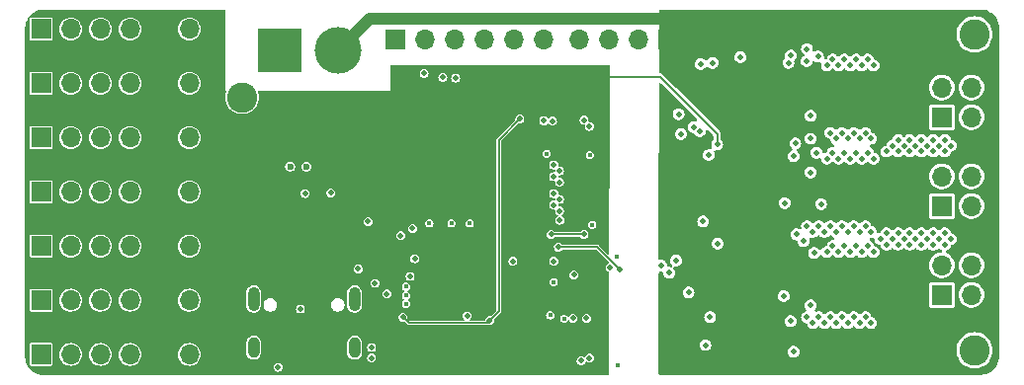
<source format=gbr>
%TF.GenerationSoftware,KiCad,Pcbnew,7.0.7*%
%TF.CreationDate,2023-10-21T19:04:04-04:00*%
%TF.ProjectId,xESC2,78455343-322e-46b6-9963-61645f706362,rev?*%
%TF.SameCoordinates,Original*%
%TF.FileFunction,Copper,L3,Inr*%
%TF.FilePolarity,Positive*%
%FSLAX46Y46*%
G04 Gerber Fmt 4.6, Leading zero omitted, Abs format (unit mm)*
G04 Created by KiCad (PCBNEW 7.0.7) date 2023-10-21 19:04:04*
%MOMM*%
%LPD*%
G01*
G04 APERTURE LIST*
%TA.AperFunction,ComponentPad*%
%ADD10C,2.600000*%
%TD*%
%TA.AperFunction,ComponentPad*%
%ADD11R,1.700000X1.700000*%
%TD*%
%TA.AperFunction,ComponentPad*%
%ADD12O,1.700000X1.700000*%
%TD*%
%TA.AperFunction,ComponentPad*%
%ADD13R,3.800000X3.800000*%
%TD*%
%TA.AperFunction,ComponentPad*%
%ADD14C,4.000000*%
%TD*%
%TA.AperFunction,ComponentPad*%
%ADD15O,1.000000X2.100000*%
%TD*%
%TA.AperFunction,ComponentPad*%
%ADD16O,1.000000X1.800000*%
%TD*%
%TA.AperFunction,ComponentPad*%
%ADD17C,0.600000*%
%TD*%
%TA.AperFunction,ViaPad*%
%ADD18C,0.450000*%
%TD*%
%TA.AperFunction,ViaPad*%
%ADD19C,0.500000*%
%TD*%
%TA.AperFunction,Conductor*%
%ADD20C,0.127000*%
%TD*%
%TA.AperFunction,Conductor*%
%ADD21C,1.000000*%
%TD*%
G04 APERTURE END LIST*
D10*
%TO.N,GND*%
%TO.C,H4*%
X277050000Y-132050000D03*
%TD*%
%TO.N,GND*%
%TO.C,H3*%
X277050000Y-104950000D03*
%TD*%
%TO.N,GND*%
%TO.C,H2*%
X214300000Y-110350000D03*
%TD*%
D11*
%TO.N,GND*%
%TO.C,J10*%
X197090000Y-113800000D03*
D12*
%TO.N,/MCU/SPI_MISO*%
X199630000Y-113800000D03*
%TO.N,/MCU/SPI_CLK*%
X202170000Y-113800000D03*
%TO.N,/MCU/SPI_CS3*%
X204710000Y-113800000D03*
%TO.N,+3V3*%
X207250000Y-113800000D03*
%TO.N,/MCU/SPI_CS5*%
X209790000Y-113800000D03*
%TD*%
D11*
%TO.N,GND*%
%TO.C,J9*%
X197090000Y-118450000D03*
D12*
%TO.N,/MCU/SPI_MISO*%
X199630000Y-118450000D03*
%TO.N,/MCU/SPI_CLK*%
X202170000Y-118450000D03*
%TO.N,/MCU/SPI_CS3*%
X204710000Y-118450000D03*
%TO.N,+3V3*%
X207250000Y-118450000D03*
%TO.N,/MCU/SPI_CS4*%
X209790000Y-118450000D03*
%TD*%
D11*
%TO.N,GND*%
%TO.C,J4*%
X197090000Y-123100000D03*
D12*
%TO.N,/MCU/SPI_MISO*%
X199630000Y-123100000D03*
%TO.N,/MCU/SPI_CLK*%
X202170000Y-123100000D03*
%TO.N,/MCU/SPI_CS3*%
X204710000Y-123100000D03*
%TO.N,+3V3*%
X207250000Y-123100000D03*
%TO.N,/MCU/SPI_CS3*%
X209790000Y-123100000D03*
%TD*%
D11*
%TO.N,GND*%
%TO.C,J11*%
X197090000Y-109150000D03*
D12*
%TO.N,/MCU/SPI_MISO*%
X199630000Y-109150000D03*
%TO.N,/MCU/SPI_CLK*%
X202170000Y-109150000D03*
%TO.N,/MCU/SPI_CS3*%
X204710000Y-109150000D03*
%TO.N,+3V3*%
X207250000Y-109150000D03*
%TO.N,/MCU/SPI_CS3*%
X209790000Y-109150000D03*
%TD*%
D11*
%TO.N,GND*%
%TO.C,J3*%
X197090000Y-127750000D03*
D12*
%TO.N,/MCU/SPI_MISO*%
X199630000Y-127750000D03*
%TO.N,/MCU/SPI_CLK*%
X202170000Y-127750000D03*
%TO.N,/MCU/SPI_CS3*%
X204710000Y-127750000D03*
%TO.N,+3V3*%
X207250000Y-127750000D03*
%TO.N,/MCU/SPI_CS2*%
X209790000Y-127750000D03*
%TD*%
D11*
%TO.N,GND*%
%TO.C,J2*%
X197090000Y-132400000D03*
D12*
%TO.N,/MCU/SPI_MISO*%
X199630000Y-132400000D03*
%TO.N,/MCU/SPI_CLK*%
X202170000Y-132400000D03*
%TO.N,/MCU/SPI_CS3*%
X204710000Y-132400000D03*
%TO.N,+3V3*%
X207250000Y-132400000D03*
%TO.N,/MCU/SPI_CS1*%
X209790000Y-132400000D03*
%TD*%
D11*
%TO.N,GND*%
%TO.C,J12*%
X197090000Y-104500000D03*
D12*
%TO.N,/MCU/SPI_MISO*%
X199630000Y-104500000D03*
%TO.N,/MCU/SPI_CLK*%
X202170000Y-104500000D03*
%TO.N,/MCU/SPI_CS3*%
X204710000Y-104500000D03*
%TO.N,+3V3*%
X207250000Y-104500000D03*
%TO.N,/MCU/SPI_CS7*%
X209790000Y-104500000D03*
%TD*%
D11*
%TO.N,+5V*%
%TO.C,J1*%
X227480000Y-105400000D03*
D12*
%TO.N,/TEMP_MOTOR*%
X230020000Y-105400000D03*
%TO.N,/HALL1*%
X232560000Y-105400000D03*
%TO.N,/HALL2*%
X235100000Y-105400000D03*
%TO.N,/HALL3*%
X237640000Y-105400000D03*
%TO.N,GND*%
X240180000Y-105400000D03*
%TD*%
D11*
%TO.N,/VM*%
%TO.C,J15*%
X250840000Y-105400000D03*
D12*
%TO.N,GND*%
X248300000Y-105400000D03*
%TO.N,Net-(J15-Pin_3)*%
X245760000Y-105400000D03*
%TO.N,Net-(J15-Pin_4)*%
X243220000Y-105400000D03*
%TD*%
D13*
%TO.N,GND*%
%TO.C,J13*%
X217500000Y-106300000D03*
D14*
%TO.N,/VM*%
X222500000Y-106300000D03*
%TD*%
D15*
%TO.N,GND*%
%TO.C,J14*%
X215290000Y-127650000D03*
D16*
X215290000Y-131830000D03*
D15*
X223930000Y-127650000D03*
D16*
X223930000Y-131830000D03*
%TD*%
D11*
%TO.N,Net-(J8-Pin_1)*%
%TO.C,J8*%
X274240000Y-112050000D03*
D12*
X276780000Y-112050000D03*
X274240000Y-109510000D03*
X276780000Y-109510000D03*
%TD*%
D11*
%TO.N,Net-(J7-Pin_1)*%
%TO.C,J7*%
X274240000Y-119670000D03*
D12*
X276780000Y-119670000D03*
X274240000Y-117130000D03*
X276780000Y-117130000D03*
%TD*%
D11*
%TO.N,Net-(J6-Pin_1)*%
%TO.C,J6*%
X274240000Y-127290000D03*
D12*
X276780000Y-127290000D03*
X274240000Y-124750000D03*
X276780000Y-124750000D03*
%TD*%
D17*
%TO.N,GND*%
%TO.C,IC2*%
X219830000Y-116285000D03*
X218430000Y-116285000D03*
%TD*%
D18*
%TO.N,+3V3*%
X246450000Y-133350000D03*
%TO.N,GND*%
X246400000Y-124050000D03*
X241900000Y-129350000D03*
X228350000Y-126600000D03*
X228350000Y-128050000D03*
X228350000Y-127350000D03*
X230350000Y-121150000D03*
X233800000Y-121150000D03*
X232250000Y-121150000D03*
%TO.N,/V_M_FILTERED*%
X241000000Y-126200000D03*
X240700000Y-129050000D03*
%TO.N,+3V3*%
X235200000Y-131700000D03*
%TO.N,GND*%
X244100000Y-115300000D03*
X244300000Y-121300000D03*
X240400000Y-115200000D03*
D19*
X272500000Y-114000000D03*
X274500000Y-115000000D03*
X275000000Y-114500000D03*
X274000000Y-114500000D03*
X273000000Y-114500000D03*
X272000000Y-114500000D03*
X272500000Y-115000000D03*
X274500000Y-114000000D03*
X271500000Y-114000000D03*
X273500000Y-114000000D03*
X273500000Y-115000000D03*
X271500000Y-115000000D03*
X271000000Y-114500000D03*
X269500000Y-115000000D03*
X270000000Y-122500000D03*
X269500000Y-123000000D03*
X270500000Y-115000000D03*
X269000000Y-122500000D03*
X271000000Y-122500000D03*
X270500000Y-114000000D03*
X269500000Y-122000000D03*
X270000000Y-114500000D03*
X270500000Y-122000000D03*
X270500000Y-123000000D03*
X274000000Y-122500000D03*
X261315000Y-106764980D03*
X271500000Y-123000000D03*
X274500000Y-123000000D03*
X275000000Y-122500000D03*
X261556308Y-115395181D03*
X273000000Y-122500000D03*
X257000000Y-106900000D03*
X263000000Y-111950000D03*
X272000000Y-122500000D03*
X263300000Y-123700000D03*
X272500000Y-122000000D03*
X219700000Y-118600000D03*
X273500000Y-122000000D03*
X260709490Y-127400000D03*
X273500000Y-123000000D03*
X263650000Y-106850000D03*
X232600000Y-108700000D03*
X254600000Y-107400000D03*
X255050000Y-122900000D03*
X254000000Y-131600000D03*
X254300000Y-115300000D03*
X260775000Y-119425000D03*
X271500000Y-122000000D03*
X274500000Y-122000000D03*
X229900000Y-108300000D03*
X272500000Y-123000000D03*
%TO.N,/Power/LSU*%
X254400000Y-129200000D03*
X252550000Y-127100000D03*
%TO.N,/Power/LSV*%
X253800000Y-121000000D03*
X250239939Y-124817009D03*
%TO.N,/Power/LSW*%
X250900000Y-125400000D03*
X253600000Y-107500000D03*
%TO.N,/Power/VOFS*%
X243600000Y-122100000D03*
X245850000Y-124950000D03*
%TO.N,EN*%
X228900000Y-121600000D03*
X233600000Y-129100000D03*
X228700000Y-125700000D03*
%TO.N,USB_D+*%
X225700000Y-126300000D03*
%TO.N,USB_D-*%
X226700000Y-127200000D03*
%TO.N,MCU_D-*%
X225400000Y-131800000D03*
%TO.N,MCU_D+*%
X225400000Y-132700000D03*
%TO.N,/Power/VOFS*%
X240800000Y-122100000D03*
%TO.N,+3V3*%
X237900000Y-117200000D03*
X223100000Y-114000000D03*
X234700000Y-117400000D03*
X220900000Y-121100000D03*
X241500000Y-115600000D03*
X231800000Y-126400000D03*
X240300000Y-108000000D03*
X221500000Y-115200000D03*
X231535000Y-112150000D03*
X255000000Y-114400000D03*
X213000000Y-115100000D03*
X263000000Y-116799998D03*
X213000000Y-117000000D03*
X214500000Y-124900000D03*
X261700000Y-114300000D03*
X232300000Y-115900000D03*
X245100000Y-133200000D03*
X229400000Y-129100000D03*
%TO.N,+5V*%
X228100000Y-129200000D03*
X235500000Y-129500000D03*
X238100000Y-112200000D03*
%TO.N,/PHASE_U_RAW*%
X267400000Y-123600000D03*
X268400000Y-123600000D03*
X264200000Y-129700000D03*
X262700000Y-129200000D03*
X263200000Y-129700000D03*
X267900000Y-123100000D03*
X266400000Y-123600000D03*
X264700000Y-129200000D03*
X265700000Y-129200000D03*
X266900000Y-123100000D03*
X265200000Y-129700000D03*
X263700000Y-129200000D03*
X265900000Y-123100000D03*
X264900000Y-123100000D03*
X266700000Y-129200000D03*
X266200000Y-129700000D03*
X267200000Y-129700000D03*
X268200000Y-129700000D03*
X267700000Y-129200000D03*
X265400000Y-123600000D03*
X264400000Y-123600000D03*
%TO.N,/PHASE_V_RAW*%
X267200000Y-121900000D03*
X262700000Y-121400000D03*
X266700000Y-121400000D03*
X267400000Y-115600000D03*
X266400000Y-115600000D03*
X265700000Y-121400000D03*
X265400000Y-115600000D03*
X267900000Y-115100000D03*
X264700000Y-121400000D03*
X266900000Y-115100000D03*
X265900000Y-115100000D03*
X263700000Y-121400000D03*
X268200000Y-121900000D03*
X267700000Y-121400000D03*
X264900000Y-115100000D03*
X268400000Y-115600000D03*
X265200000Y-121900000D03*
X263200000Y-121900000D03*
X266200000Y-121900000D03*
X264200000Y-121900000D03*
X264400000Y-115600000D03*
%TO.N,/PHASE_W_RAW*%
X265400000Y-107600000D03*
X264700000Y-113400000D03*
X266700000Y-113400000D03*
X267700000Y-113400000D03*
X265200000Y-113900000D03*
X266900000Y-107100000D03*
X268200000Y-113900000D03*
X265700000Y-113400000D03*
X264900000Y-107100000D03*
X266200000Y-113900000D03*
X267900000Y-107100000D03*
X268400000Y-107600000D03*
X267400000Y-107600000D03*
X267200000Y-113900000D03*
X266400000Y-107600000D03*
X265900000Y-107100000D03*
X264400000Y-107600000D03*
%TO.N,/CUR_U*%
X242725000Y-125575000D03*
%TO.N,/CUR_V*%
X241000000Y-124400000D03*
%TO.N,/CUR_W*%
X237500000Y-124400000D03*
%TO.N,/PHASE_U_FILTERED*%
X263000000Y-128200000D03*
%TO.N,/PHASE_V_FILTERED*%
X253000000Y-112900000D03*
X251700000Y-111800000D03*
X263900000Y-119500000D03*
%TO.N,/PHASE_W_FILTERED*%
X261100000Y-107400000D03*
%TO.N,VBUS*%
X219300000Y-128500000D03*
%TO.N,/MCU/WL*%
X241000000Y-116150000D03*
%TO.N,/MCU/WH*%
X241500000Y-116650000D03*
%TO.N,/MCU/VL*%
X241000000Y-117150000D03*
%TO.N,/MCU/VH*%
X241500000Y-117650000D03*
%TO.N,/MCU/UL*%
X241000000Y-118600000D03*
%TO.N,/MCU/UH*%
X241500000Y-119100001D03*
%TO.N,/MCU/DRV_ENABLE*%
X243600000Y-112300000D03*
%TO.N,Net-(Q1-G)*%
X261300000Y-129550000D03*
%TO.N,Net-(Q2-G)*%
X261550000Y-132175000D03*
%TO.N,/MCU/CAN_TX*%
X240900000Y-112400000D03*
%TO.N,/MCU/CAN_RX*%
X240150000Y-112350000D03*
%TO.N,Net-(Q3-G)*%
X261800000Y-122100000D03*
%TO.N,Net-(Q4-G)*%
X262400001Y-122700000D03*
%TO.N,Net-(Q5-G)*%
X262674996Y-107250000D03*
%TO.N,Net-(Q6-G)*%
X262700000Y-106200000D03*
%TO.N,/TEMP_MOTOR*%
X231500000Y-108643008D03*
%TO.N,/MCU/SPI_CS0*%
X229100000Y-124200000D03*
%TO.N,/MCU/SPI_CLK*%
X241515000Y-120900000D03*
%TO.N,/MCU/SPI_MISO*%
X243350000Y-132950000D03*
X241000000Y-119600000D03*
X242650000Y-129300000D03*
%TO.N,/VM*%
X258400000Y-122900000D03*
X256400000Y-121900000D03*
X260400000Y-122900000D03*
X258500000Y-131900000D03*
X260400000Y-121900000D03*
X259400000Y-122400000D03*
X257000000Y-131900000D03*
X258500000Y-129900000D03*
X257400000Y-122400000D03*
X256400000Y-122900000D03*
X258400000Y-121900000D03*
X257000000Y-129900000D03*
X260000000Y-131900000D03*
X260000000Y-129900000D03*
X260400000Y-114900000D03*
X258400000Y-113900000D03*
X256400000Y-114900000D03*
X258500000Y-104900000D03*
X260000000Y-106900000D03*
X259000000Y-105900000D03*
X260400000Y-113900000D03*
X257500000Y-130900000D03*
X258400000Y-114900000D03*
X257400000Y-114400000D03*
X259000000Y-130900000D03*
X258500000Y-106900000D03*
X259400000Y-114400000D03*
X256400000Y-113900000D03*
X257500000Y-105900000D03*
X257000000Y-104902010D03*
X260000000Y-104900000D03*
X251700000Y-107400000D03*
%TO.N,/PCB_TEMP*%
X263500000Y-115100000D03*
X263000000Y-113900000D03*
X251900000Y-113500000D03*
X253515709Y-113260996D03*
%TO.N,/Power/FAULT*%
X251500000Y-124350000D03*
X244050000Y-112850000D03*
%TO.N,Net-(IC3-DOUT)*%
X221900000Y-118550000D03*
%TO.N,/MCU/IO2*%
X246700000Y-125150000D03*
X241400000Y-123200000D03*
X227900000Y-122200000D03*
%TO.N,BOOT*%
X225100000Y-121000000D03*
X224250000Y-125050000D03*
%TO.N,/MCU/SPI_CS3*%
X217400000Y-133500000D03*
X244050000Y-132700000D03*
X243800000Y-129300000D03*
X241500000Y-120100000D03*
%TD*%
D20*
%TO.N,/MCU/IO2*%
X244750000Y-123200000D02*
X241200000Y-123200000D01*
X246700000Y-125150000D02*
X244750000Y-123200000D01*
%TO.N,/Power/VOFS*%
X240800000Y-122100000D02*
X243600000Y-122100000D01*
%TO.N,+5V*%
X228100000Y-129200000D02*
X228600000Y-129700000D01*
X228600000Y-129700000D02*
X235300000Y-129700000D01*
X235300000Y-129700000D02*
X235500000Y-129500000D01*
X236300000Y-128700000D02*
X236300000Y-114000000D01*
X236300000Y-114000000D02*
X238100000Y-112200000D01*
X235500000Y-129500000D02*
X236300000Y-128700000D01*
%TO.N,+3V3*%
X240900000Y-108600000D02*
X240300000Y-108000000D01*
X255000000Y-114400000D02*
X255000000Y-113500000D01*
X255000000Y-113500000D02*
X250100000Y-108600000D01*
X250100000Y-108600000D02*
X240900000Y-108600000D01*
D21*
%TO.N,/VM*%
X253873000Y-103573000D02*
X252046000Y-105400000D01*
X252046000Y-105400000D02*
X250840000Y-105400000D01*
X222500000Y-106300000D02*
X225227000Y-103573000D01*
X225227000Y-103573000D02*
X253873000Y-103573000D01*
D20*
X252100000Y-107400000D02*
X253900000Y-105600000D01*
X251700000Y-107400000D02*
X252100000Y-107400000D01*
%TD*%
%TA.AperFunction,Conductor*%
%TO.N,/VM*%
G36*
X277602244Y-102825661D02*
G01*
X277683963Y-102831505D01*
X277815093Y-102840883D01*
X277832866Y-102843438D01*
X278034790Y-102887364D01*
X278052022Y-102892423D01*
X278245633Y-102964637D01*
X278261980Y-102972103D01*
X278443332Y-103071129D01*
X278458455Y-103080848D01*
X278623866Y-103204673D01*
X278637452Y-103216446D01*
X278783553Y-103362547D01*
X278795326Y-103376133D01*
X278919151Y-103541544D01*
X278928870Y-103556667D01*
X279027896Y-103738019D01*
X279035365Y-103754372D01*
X279107572Y-103947966D01*
X279112637Y-103965216D01*
X279156559Y-104167122D01*
X279159117Y-104184917D01*
X279174336Y-104397719D01*
X279174496Y-104402285D01*
X279143156Y-132542898D01*
X279143129Y-132543094D01*
X279143129Y-132566375D01*
X279142968Y-132570872D01*
X279127741Y-132783716D01*
X279125182Y-132801508D01*
X279081259Y-133003410D01*
X279076194Y-133020659D01*
X279003987Y-133214249D01*
X278996519Y-133230602D01*
X278897493Y-133411951D01*
X278887776Y-133427071D01*
X278808487Y-133532989D01*
X278763946Y-133592488D01*
X278752173Y-133606073D01*
X278606073Y-133752173D01*
X278592488Y-133763946D01*
X278427075Y-133887774D01*
X278411951Y-133897493D01*
X278230602Y-133996519D01*
X278214249Y-134003987D01*
X278020659Y-134076194D01*
X278003410Y-134081259D01*
X277801508Y-134125182D01*
X277783715Y-134127741D01*
X277570859Y-134142968D01*
X277566362Y-134143129D01*
X277543300Y-134143129D01*
X277543229Y-134143138D01*
X250118061Y-134153856D01*
X250049933Y-134133881D01*
X250003419Y-134080243D01*
X249992013Y-134027788D01*
X249993091Y-132175000D01*
X261040312Y-132175000D01*
X261060958Y-132318596D01*
X261121223Y-132450558D01*
X261216225Y-132560196D01*
X261338268Y-132638629D01*
X261477464Y-132679500D01*
X261622536Y-132679500D01*
X261761732Y-132638629D01*
X261883775Y-132560196D01*
X261978777Y-132450558D01*
X262039042Y-132318596D01*
X262059688Y-132175000D01*
X262041716Y-132050000D01*
X275490693Y-132050000D01*
X275491766Y-132063627D01*
X275509891Y-132293928D01*
X275567010Y-132531850D01*
X275571668Y-132543094D01*
X275660647Y-132757911D01*
X275687363Y-132801508D01*
X275788495Y-132966539D01*
X275788496Y-132966541D01*
X275947402Y-133152597D01*
X276019588Y-133214249D01*
X276133462Y-133311506D01*
X276342089Y-133439353D01*
X276568148Y-133532989D01*
X276806071Y-133590109D01*
X277050000Y-133609307D01*
X277293929Y-133590109D01*
X277531852Y-133532989D01*
X277757911Y-133439353D01*
X277966538Y-133311506D01*
X278152597Y-133152597D01*
X278311506Y-132966538D01*
X278439353Y-132757911D01*
X278532989Y-132531852D01*
X278590109Y-132293929D01*
X278609307Y-132050000D01*
X278590109Y-131806071D01*
X278532989Y-131568148D01*
X278439353Y-131342089D01*
X278311506Y-131133462D01*
X278311503Y-131133458D01*
X278152597Y-130947402D01*
X277966541Y-130788496D01*
X277966539Y-130788495D01*
X277966538Y-130788494D01*
X277757911Y-130660647D01*
X277531852Y-130567011D01*
X277531850Y-130567010D01*
X277369093Y-130527936D01*
X277293929Y-130509891D01*
X277050000Y-130490693D01*
X276806071Y-130509891D01*
X276568149Y-130567010D01*
X276342090Y-130660646D01*
X276133460Y-130788495D01*
X276133458Y-130788496D01*
X275947402Y-130947402D01*
X275788496Y-131133458D01*
X275788495Y-131133460D01*
X275660646Y-131342090D01*
X275567010Y-131568149D01*
X275509891Y-131806071D01*
X275492157Y-132031404D01*
X275490693Y-132050000D01*
X262041716Y-132050000D01*
X262039042Y-132031404D01*
X261978777Y-131899442D01*
X261883775Y-131789804D01*
X261883774Y-131789803D01*
X261811875Y-131743596D01*
X261761732Y-131711371D01*
X261761731Y-131711370D01*
X261761730Y-131711370D01*
X261622536Y-131670500D01*
X261477464Y-131670500D01*
X261338269Y-131711370D01*
X261338266Y-131711372D01*
X261216225Y-131789803D01*
X261121223Y-131899441D01*
X261121223Y-131899442D01*
X261060958Y-132031404D01*
X261040312Y-132175000D01*
X249993091Y-132175000D01*
X249993425Y-131600000D01*
X253490312Y-131600000D01*
X253510958Y-131743596D01*
X253571223Y-131875558D01*
X253666225Y-131985196D01*
X253788268Y-132063629D01*
X253927464Y-132104500D01*
X254072536Y-132104500D01*
X254211732Y-132063629D01*
X254333775Y-131985196D01*
X254428777Y-131875558D01*
X254489042Y-131743596D01*
X254509688Y-131600000D01*
X254489042Y-131456404D01*
X254428777Y-131324442D01*
X254333775Y-131214804D01*
X254333774Y-131214803D01*
X254272753Y-131175587D01*
X254211732Y-131136371D01*
X254211731Y-131136370D01*
X254211730Y-131136370D01*
X254072536Y-131095500D01*
X253927464Y-131095500D01*
X253788269Y-131136370D01*
X253788266Y-131136372D01*
X253666225Y-131214803D01*
X253571223Y-131324441D01*
X253563164Y-131342089D01*
X253510958Y-131456404D01*
X253490312Y-131600000D01*
X249993425Y-131600000D01*
X249994821Y-129200000D01*
X253890312Y-129200000D01*
X253910958Y-129343596D01*
X253971223Y-129475558D01*
X254066225Y-129585196D01*
X254188268Y-129663629D01*
X254327464Y-129704500D01*
X254472536Y-129704500D01*
X254611732Y-129663629D01*
X254733775Y-129585196D01*
X254764273Y-129550000D01*
X260790312Y-129550000D01*
X260810958Y-129693596D01*
X260871223Y-129825558D01*
X260966225Y-129935196D01*
X261088268Y-130013629D01*
X261227464Y-130054500D01*
X261372536Y-130054500D01*
X261511732Y-130013629D01*
X261633775Y-129935196D01*
X261728777Y-129825558D01*
X261789042Y-129693596D01*
X261809688Y-129550000D01*
X261789042Y-129406404D01*
X261728777Y-129274442D01*
X261664273Y-129200000D01*
X262190312Y-129200000D01*
X262210958Y-129343596D01*
X262271223Y-129475558D01*
X262366225Y-129585196D01*
X262488268Y-129663629D01*
X262616062Y-129701152D01*
X262675788Y-129739535D01*
X262705281Y-129804116D01*
X262710956Y-129843589D01*
X262710958Y-129843596D01*
X262771223Y-129975558D01*
X262866225Y-130085196D01*
X262988268Y-130163629D01*
X263127464Y-130204500D01*
X263272536Y-130204500D01*
X263411732Y-130163629D01*
X263533775Y-130085196D01*
X263604776Y-130003256D01*
X263664501Y-129964873D01*
X263735498Y-129964873D01*
X263795222Y-130003255D01*
X263866225Y-130085196D01*
X263988268Y-130163629D01*
X264127464Y-130204500D01*
X264272536Y-130204500D01*
X264411732Y-130163629D01*
X264533775Y-130085196D01*
X264604776Y-130003256D01*
X264664501Y-129964873D01*
X264735498Y-129964873D01*
X264795222Y-130003255D01*
X264866225Y-130085196D01*
X264988268Y-130163629D01*
X265127464Y-130204500D01*
X265272536Y-130204500D01*
X265411732Y-130163629D01*
X265533775Y-130085196D01*
X265604776Y-130003256D01*
X265664501Y-129964873D01*
X265735498Y-129964873D01*
X265795222Y-130003255D01*
X265866225Y-130085196D01*
X265988268Y-130163629D01*
X266127464Y-130204500D01*
X266272536Y-130204500D01*
X266411732Y-130163629D01*
X266533775Y-130085196D01*
X266604776Y-130003256D01*
X266664501Y-129964873D01*
X266735498Y-129964873D01*
X266795222Y-130003255D01*
X266866225Y-130085196D01*
X266988268Y-130163629D01*
X267127464Y-130204500D01*
X267272536Y-130204500D01*
X267411732Y-130163629D01*
X267533775Y-130085196D01*
X267604776Y-130003256D01*
X267664501Y-129964873D01*
X267735498Y-129964873D01*
X267795222Y-130003255D01*
X267866225Y-130085196D01*
X267988268Y-130163629D01*
X268127464Y-130204500D01*
X268272536Y-130204500D01*
X268411732Y-130163629D01*
X268533775Y-130085196D01*
X268628777Y-129975558D01*
X268689042Y-129843596D01*
X268709688Y-129700000D01*
X268689042Y-129556404D01*
X268628777Y-129424442D01*
X268533775Y-129314804D01*
X268533774Y-129314803D01*
X268470970Y-129274441D01*
X268411732Y-129236371D01*
X268411729Y-129236370D01*
X268283937Y-129198847D01*
X268224211Y-129160463D01*
X268194718Y-129095886D01*
X268189042Y-129056404D01*
X268128777Y-128924442D01*
X268033775Y-128814804D01*
X268033774Y-128814803D01*
X267972753Y-128775587D01*
X267911732Y-128736371D01*
X267911731Y-128736370D01*
X267911730Y-128736370D01*
X267772536Y-128695500D01*
X267627464Y-128695500D01*
X267488269Y-128736370D01*
X267488266Y-128736372D01*
X267366225Y-128814803D01*
X267295224Y-128896743D01*
X267235498Y-128935126D01*
X267164501Y-128935126D01*
X267104776Y-128896743D01*
X267033774Y-128814803D01*
X266972753Y-128775587D01*
X266911732Y-128736371D01*
X266911731Y-128736370D01*
X266911730Y-128736370D01*
X266772536Y-128695500D01*
X266627464Y-128695500D01*
X266488269Y-128736370D01*
X266488266Y-128736372D01*
X266366225Y-128814803D01*
X266295224Y-128896743D01*
X266235498Y-128935126D01*
X266164501Y-128935126D01*
X266104776Y-128896743D01*
X266033774Y-128814803D01*
X265972753Y-128775587D01*
X265911732Y-128736371D01*
X265911731Y-128736370D01*
X265911730Y-128736370D01*
X265772536Y-128695500D01*
X265627464Y-128695500D01*
X265488269Y-128736370D01*
X265488266Y-128736372D01*
X265366225Y-128814803D01*
X265295224Y-128896743D01*
X265235498Y-128935126D01*
X265164501Y-128935126D01*
X265104776Y-128896743D01*
X265033774Y-128814803D01*
X264972753Y-128775587D01*
X264911732Y-128736371D01*
X264911731Y-128736370D01*
X264911730Y-128736370D01*
X264772536Y-128695500D01*
X264627464Y-128695500D01*
X264488269Y-128736370D01*
X264488266Y-128736372D01*
X264366225Y-128814803D01*
X264295224Y-128896743D01*
X264235498Y-128935126D01*
X264164501Y-128935126D01*
X264104776Y-128896743D01*
X264033774Y-128814803D01*
X263972753Y-128775587D01*
X263911732Y-128736371D01*
X263911731Y-128736370D01*
X263911730Y-128736370D01*
X263772536Y-128695500D01*
X263627464Y-128695500D01*
X263547993Y-128718834D01*
X263517090Y-128727908D01*
X263446093Y-128727907D01*
X263386368Y-128689522D01*
X263356875Y-128624941D01*
X263366980Y-128554667D01*
X263386366Y-128524501D01*
X263428777Y-128475558D01*
X263489042Y-128343596D01*
X263509688Y-128200000D01*
X263504665Y-128165063D01*
X273135500Y-128165063D01*
X273135501Y-128165073D01*
X273150265Y-128239300D01*
X273206516Y-128323484D01*
X273290697Y-128379733D01*
X273290699Y-128379734D01*
X273364933Y-128394500D01*
X275115066Y-128394499D01*
X275115069Y-128394498D01*
X275115073Y-128394498D01*
X275164326Y-128384701D01*
X275189301Y-128379734D01*
X275273484Y-128323484D01*
X275329734Y-128239301D01*
X275344500Y-128165067D01*
X275344500Y-127290004D01*
X275670768Y-127290004D01*
X275689654Y-127493819D01*
X275689655Y-127493821D01*
X275745672Y-127690701D01*
X275836912Y-127873935D01*
X275836913Y-127873936D01*
X275960266Y-128037284D01*
X276111536Y-128175185D01*
X276285566Y-128282940D01*
X276285568Y-128282940D01*
X276285573Y-128282944D01*
X276476444Y-128356888D01*
X276677653Y-128394500D01*
X276677655Y-128394500D01*
X276882345Y-128394500D01*
X276882347Y-128394500D01*
X277083556Y-128356888D01*
X277274427Y-128282944D01*
X277448462Y-128175186D01*
X277599732Y-128037285D01*
X277723088Y-127873935D01*
X277814328Y-127690701D01*
X277870345Y-127493821D01*
X277889232Y-127290000D01*
X277870345Y-127086179D01*
X277814328Y-126889299D01*
X277723088Y-126706065D01*
X277682538Y-126652368D01*
X277599733Y-126542715D01*
X277448463Y-126404814D01*
X277274433Y-126297059D01*
X277274428Y-126297057D01*
X277274427Y-126297056D01*
X277274422Y-126297054D01*
X277083559Y-126223113D01*
X277083560Y-126223113D01*
X277083557Y-126223112D01*
X277083556Y-126223112D01*
X276882347Y-126185500D01*
X276677653Y-126185500D01*
X276476444Y-126223112D01*
X276476439Y-126223113D01*
X276285577Y-126297054D01*
X276285566Y-126297059D01*
X276111536Y-126404814D01*
X275960266Y-126542715D01*
X275836913Y-126706063D01*
X275745671Y-126889301D01*
X275689654Y-127086180D01*
X275670768Y-127289995D01*
X275670768Y-127290004D01*
X275344500Y-127290004D01*
X275344499Y-126414934D01*
X275344498Y-126414930D01*
X275344498Y-126414926D01*
X275329734Y-126340699D01*
X275273483Y-126256515D01*
X275189302Y-126200266D01*
X275115067Y-126185500D01*
X273364936Y-126185500D01*
X273364926Y-126185501D01*
X273290699Y-126200265D01*
X273206515Y-126256516D01*
X273150266Y-126340697D01*
X273135500Y-126414930D01*
X273135500Y-128165063D01*
X263504665Y-128165063D01*
X263489042Y-128056404D01*
X263428777Y-127924442D01*
X263333775Y-127814804D01*
X263333774Y-127814803D01*
X263272753Y-127775587D01*
X263211732Y-127736371D01*
X263211731Y-127736370D01*
X263211730Y-127736370D01*
X263072536Y-127695500D01*
X262927464Y-127695500D01*
X262788269Y-127736370D01*
X262788266Y-127736372D01*
X262666225Y-127814803D01*
X262571223Y-127924441D01*
X262510958Y-128056403D01*
X262490312Y-128200000D01*
X262510958Y-128343596D01*
X262571223Y-128475558D01*
X262606164Y-128515883D01*
X262635657Y-128580464D01*
X262625552Y-128650738D01*
X262579059Y-128704394D01*
X262546437Y-128719291D01*
X262488270Y-128736370D01*
X262488266Y-128736372D01*
X262366225Y-128814803D01*
X262271223Y-128924441D01*
X262210958Y-129056403D01*
X262206649Y-129086371D01*
X262190312Y-129200000D01*
X261664273Y-129200000D01*
X261633775Y-129164804D01*
X261633774Y-129164803D01*
X261572753Y-129125587D01*
X261511732Y-129086371D01*
X261511731Y-129086370D01*
X261511730Y-129086370D01*
X261372536Y-129045500D01*
X261227464Y-129045500D01*
X261088269Y-129086370D01*
X261088266Y-129086372D01*
X260966225Y-129164803D01*
X260871223Y-129274441D01*
X260810958Y-129406403D01*
X260801015Y-129475558D01*
X260790312Y-129550000D01*
X254764273Y-129550000D01*
X254828777Y-129475558D01*
X254889042Y-129343596D01*
X254909688Y-129200000D01*
X254889042Y-129056404D01*
X254828777Y-128924442D01*
X254733775Y-128814804D01*
X254733774Y-128814803D01*
X254672753Y-128775587D01*
X254611732Y-128736371D01*
X254611731Y-128736370D01*
X254611730Y-128736370D01*
X254472536Y-128695500D01*
X254327464Y-128695500D01*
X254188269Y-128736370D01*
X254188266Y-128736372D01*
X254066225Y-128814803D01*
X253971223Y-128924441D01*
X253910958Y-129056403D01*
X253906649Y-129086371D01*
X253890312Y-129200000D01*
X249994821Y-129200000D01*
X249996043Y-127100000D01*
X252040312Y-127100000D01*
X252060958Y-127243596D01*
X252121223Y-127375558D01*
X252216225Y-127485196D01*
X252338268Y-127563629D01*
X252477464Y-127604500D01*
X252622536Y-127604500D01*
X252761732Y-127563629D01*
X252883775Y-127485196D01*
X252957598Y-127400000D01*
X260199802Y-127400000D01*
X260220448Y-127543596D01*
X260280713Y-127675558D01*
X260375715Y-127785196D01*
X260497758Y-127863629D01*
X260636954Y-127904500D01*
X260782026Y-127904500D01*
X260921222Y-127863629D01*
X261043265Y-127785196D01*
X261138267Y-127675558D01*
X261198532Y-127543596D01*
X261219178Y-127400000D01*
X261198532Y-127256404D01*
X261138267Y-127124442D01*
X261043265Y-127014804D01*
X261043264Y-127014803D01*
X260982243Y-126975587D01*
X260921222Y-126936371D01*
X260921221Y-126936370D01*
X260921220Y-126936370D01*
X260782026Y-126895500D01*
X260636954Y-126895500D01*
X260497759Y-126936370D01*
X260497756Y-126936372D01*
X260375715Y-127014803D01*
X260280713Y-127124441D01*
X260220448Y-127256403D01*
X260215618Y-127290000D01*
X260199802Y-127400000D01*
X252957598Y-127400000D01*
X252978777Y-127375558D01*
X253039042Y-127243596D01*
X253059688Y-127100000D01*
X253039042Y-126956404D01*
X252978777Y-126824442D01*
X252883775Y-126714804D01*
X252883774Y-126714803D01*
X252822753Y-126675587D01*
X252761732Y-126636371D01*
X252761731Y-126636370D01*
X252761730Y-126636370D01*
X252622536Y-126595500D01*
X252477464Y-126595500D01*
X252338269Y-126636370D01*
X252338266Y-126636372D01*
X252216225Y-126714803D01*
X252121223Y-126824441D01*
X252070107Y-126936371D01*
X252060958Y-126956404D01*
X252040312Y-127100000D01*
X249996043Y-127100000D01*
X249997009Y-125439714D01*
X250017050Y-125371610D01*
X250070732Y-125325148D01*
X250141012Y-125315085D01*
X250158499Y-125318894D01*
X250167403Y-125321509D01*
X250167405Y-125321509D01*
X250269847Y-125321509D01*
X250337968Y-125341511D01*
X250384461Y-125395167D01*
X250394564Y-125429577D01*
X250410956Y-125543589D01*
X250410958Y-125543596D01*
X250471223Y-125675558D01*
X250566225Y-125785196D01*
X250688268Y-125863629D01*
X250827464Y-125904500D01*
X250972536Y-125904500D01*
X251111732Y-125863629D01*
X251233775Y-125785196D01*
X251328777Y-125675558D01*
X251389042Y-125543596D01*
X251409688Y-125400000D01*
X251389042Y-125256404D01*
X251328777Y-125124442D01*
X251262383Y-125047819D01*
X251232890Y-124983239D01*
X251242994Y-124912965D01*
X251289487Y-124859309D01*
X251357608Y-124839307D01*
X251393099Y-124844409D01*
X251427464Y-124854500D01*
X251427466Y-124854500D01*
X251572536Y-124854500D01*
X251711732Y-124813629D01*
X251833775Y-124735196D01*
X251928777Y-124625558D01*
X251989042Y-124493596D01*
X252009688Y-124350000D01*
X251989042Y-124206404D01*
X251928777Y-124074442D01*
X251833775Y-123964804D01*
X251833774Y-123964803D01*
X251738005Y-123903256D01*
X251711732Y-123886371D01*
X251711731Y-123886370D01*
X251711730Y-123886370D01*
X251572536Y-123845500D01*
X251427464Y-123845500D01*
X251288269Y-123886370D01*
X251288266Y-123886372D01*
X251166225Y-123964803D01*
X251071223Y-124074441D01*
X251010958Y-124206403D01*
X250990312Y-124350000D01*
X251010958Y-124493596D01*
X251071223Y-124625558D01*
X251137616Y-124702180D01*
X251167109Y-124766761D01*
X251157005Y-124837034D01*
X251110512Y-124890690D01*
X251042391Y-124910692D01*
X251006893Y-124905588D01*
X250972536Y-124895500D01*
X250870092Y-124895500D01*
X250801971Y-124875498D01*
X250755478Y-124821842D01*
X250745375Y-124787432D01*
X250728982Y-124673419D01*
X250728981Y-124673418D01*
X250728981Y-124673413D01*
X250668716Y-124541451D01*
X250573714Y-124431813D01*
X250573713Y-124431812D01*
X250512692Y-124392596D01*
X250451671Y-124353380D01*
X250451670Y-124353379D01*
X250451669Y-124353379D01*
X250312475Y-124312509D01*
X250167403Y-124312509D01*
X250167402Y-124312509D01*
X250159228Y-124314909D01*
X250088231Y-124314907D01*
X250028506Y-124276522D01*
X249999015Y-124211940D01*
X249997734Y-124193953D01*
X249998487Y-122900000D01*
X254540312Y-122900000D01*
X254560958Y-123043596D01*
X254621223Y-123175558D01*
X254716225Y-123285196D01*
X254838268Y-123363629D01*
X254977464Y-123404500D01*
X255122536Y-123404500D01*
X255261732Y-123363629D01*
X255383775Y-123285196D01*
X255478777Y-123175558D01*
X255539042Y-123043596D01*
X255559688Y-122900000D01*
X255539042Y-122756404D01*
X255478777Y-122624442D01*
X255383775Y-122514804D01*
X255383774Y-122514803D01*
X255322753Y-122475587D01*
X255261732Y-122436371D01*
X255261731Y-122436370D01*
X255261730Y-122436370D01*
X255122536Y-122395500D01*
X254977464Y-122395500D01*
X254838269Y-122436370D01*
X254838266Y-122436372D01*
X254716225Y-122514803D01*
X254621223Y-122624441D01*
X254560958Y-122756403D01*
X254546585Y-122856373D01*
X254540312Y-122900000D01*
X249998487Y-122900000D01*
X249998952Y-122100000D01*
X261290312Y-122100000D01*
X261310958Y-122243596D01*
X261371223Y-122375558D01*
X261466225Y-122485196D01*
X261588268Y-122563629D01*
X261727464Y-122604500D01*
X261767403Y-122604500D01*
X261835524Y-122624502D01*
X261882017Y-122678158D01*
X261892119Y-122712563D01*
X261910959Y-122843596D01*
X261971224Y-122975558D01*
X262066226Y-123085196D01*
X262188269Y-123163629D01*
X262327465Y-123204500D01*
X262472537Y-123204500D01*
X262611733Y-123163629D01*
X262733776Y-123085196D01*
X262828778Y-122975558D01*
X262889043Y-122843596D01*
X262909689Y-122700000D01*
X262889043Y-122556404D01*
X262886619Y-122551097D01*
X262876514Y-122480826D01*
X262906005Y-122416244D01*
X262965730Y-122377859D01*
X263036724Y-122377857D01*
X263127464Y-122404500D01*
X263272536Y-122404500D01*
X263411732Y-122363629D01*
X263533775Y-122285196D01*
X263604777Y-122203254D01*
X263664500Y-122164873D01*
X263735496Y-122164873D01*
X263795223Y-122203256D01*
X263866224Y-122285196D01*
X263866225Y-122285196D01*
X263988268Y-122363629D01*
X264127464Y-122404500D01*
X264272536Y-122404500D01*
X264411732Y-122363629D01*
X264533775Y-122285196D01*
X264604776Y-122203256D01*
X264664501Y-122164873D01*
X264735498Y-122164873D01*
X264795222Y-122203255D01*
X264845710Y-122261520D01*
X264866225Y-122285196D01*
X264988070Y-122363502D01*
X265034563Y-122417158D01*
X265044666Y-122487432D01*
X265015173Y-122552013D01*
X264955447Y-122590396D01*
X264919949Y-122595500D01*
X264827464Y-122595500D01*
X264688269Y-122636370D01*
X264688266Y-122636372D01*
X264566225Y-122714803D01*
X264471223Y-122824441D01*
X264410958Y-122956403D01*
X264410956Y-122956410D01*
X264405281Y-122995883D01*
X264375788Y-123060464D01*
X264316063Y-123098847D01*
X264188268Y-123136371D01*
X264188266Y-123136372D01*
X264066225Y-123214803D01*
X263971223Y-123324441D01*
X263971221Y-123324444D01*
X263939084Y-123394814D01*
X263892591Y-123448469D01*
X263824470Y-123468471D01*
X263756349Y-123448468D01*
X263729247Y-123424984D01*
X263642126Y-123324442D01*
X263633775Y-123314804D01*
X263633774Y-123314803D01*
X263572708Y-123275558D01*
X263511732Y-123236371D01*
X263511731Y-123236370D01*
X263511730Y-123236370D01*
X263372536Y-123195500D01*
X263227464Y-123195500D01*
X263088269Y-123236370D01*
X263088266Y-123236372D01*
X262966225Y-123314803D01*
X262871223Y-123424441D01*
X262810958Y-123556403D01*
X262803224Y-123610195D01*
X262790312Y-123700000D01*
X262810958Y-123843596D01*
X262871223Y-123975558D01*
X262966225Y-124085196D01*
X263088268Y-124163629D01*
X263227464Y-124204500D01*
X263372536Y-124204500D01*
X263511732Y-124163629D01*
X263633775Y-124085196D01*
X263728777Y-123975558D01*
X263760914Y-123905186D01*
X263807406Y-123851531D01*
X263875527Y-123831528D01*
X263943648Y-123851530D01*
X263970752Y-123875015D01*
X264048554Y-123964803D01*
X264066225Y-123985196D01*
X264188268Y-124063629D01*
X264327464Y-124104500D01*
X264472536Y-124104500D01*
X264611732Y-124063629D01*
X264733775Y-123985196D01*
X264804777Y-123903254D01*
X264864500Y-123864873D01*
X264935496Y-123864873D01*
X264995223Y-123903256D01*
X265048554Y-123964803D01*
X265066225Y-123985196D01*
X265188268Y-124063629D01*
X265327464Y-124104500D01*
X265472536Y-124104500D01*
X265611732Y-124063629D01*
X265733775Y-123985196D01*
X265804777Y-123903254D01*
X265864500Y-123864873D01*
X265935496Y-123864873D01*
X265995223Y-123903256D01*
X266048554Y-123964803D01*
X266066225Y-123985196D01*
X266188268Y-124063629D01*
X266327464Y-124104500D01*
X266472536Y-124104500D01*
X266611732Y-124063629D01*
X266733775Y-123985196D01*
X266804777Y-123903254D01*
X266864500Y-123864873D01*
X266935496Y-123864873D01*
X266995223Y-123903256D01*
X267048554Y-123964803D01*
X267066225Y-123985196D01*
X267188268Y-124063629D01*
X267327464Y-124104500D01*
X267472536Y-124104500D01*
X267611732Y-124063629D01*
X267733775Y-123985196D01*
X267804776Y-123903256D01*
X267864501Y-123864873D01*
X267935498Y-123864873D01*
X267995222Y-123903255D01*
X268066225Y-123985196D01*
X268188268Y-124063629D01*
X268327464Y-124104500D01*
X268472536Y-124104500D01*
X268611732Y-124063629D01*
X268733775Y-123985196D01*
X268828777Y-123875558D01*
X268889042Y-123743596D01*
X268909688Y-123600000D01*
X268889042Y-123456404D01*
X268875451Y-123426645D01*
X268865349Y-123356373D01*
X268870864Y-123344296D01*
X268814709Y-123308206D01*
X268733777Y-123214805D01*
X268733776Y-123214804D01*
X268705534Y-123196654D01*
X268659042Y-123142997D01*
X268657208Y-123130238D01*
X268590845Y-123130238D01*
X268524808Y-123110848D01*
X268483936Y-123098847D01*
X268424210Y-123060463D01*
X268394718Y-122995885D01*
X268389042Y-122956404D01*
X268375451Y-122926645D01*
X268365349Y-122856373D01*
X268370864Y-122844296D01*
X268314709Y-122808206D01*
X268233777Y-122714805D01*
X268233775Y-122714804D01*
X268111930Y-122636498D01*
X268065437Y-122582842D01*
X268055334Y-122512568D01*
X268084827Y-122447987D01*
X268144553Y-122409604D01*
X268180051Y-122404500D01*
X268272535Y-122404500D01*
X268272536Y-122404500D01*
X268328816Y-122387975D01*
X268399810Y-122387975D01*
X268459536Y-122426358D01*
X268489029Y-122490939D01*
X268489048Y-122491205D01*
X268490312Y-122499998D01*
X268490312Y-122500000D01*
X268502223Y-122582842D01*
X268510958Y-122643596D01*
X268510959Y-122643599D01*
X268524547Y-122673353D01*
X268534650Y-122743627D01*
X268529134Y-122755703D01*
X268585290Y-122791793D01*
X268666222Y-122885194D01*
X268666226Y-122885197D01*
X268694464Y-122903345D01*
X268740956Y-122957001D01*
X268742790Y-122969760D01*
X268809151Y-122969760D01*
X268916064Y-123001152D01*
X268975789Y-123039536D01*
X269005281Y-123104116D01*
X269010956Y-123143589D01*
X269010959Y-123143599D01*
X269024547Y-123173353D01*
X269034650Y-123243627D01*
X269029134Y-123255703D01*
X269085290Y-123291793D01*
X269166222Y-123385194D01*
X269166224Y-123385195D01*
X269166225Y-123385196D01*
X269288268Y-123463629D01*
X269427464Y-123504500D01*
X269572536Y-123504500D01*
X269711732Y-123463629D01*
X269833775Y-123385196D01*
X269904776Y-123303256D01*
X269964501Y-123264873D01*
X270035498Y-123264873D01*
X270095222Y-123303255D01*
X270166225Y-123385196D01*
X270288268Y-123463629D01*
X270427464Y-123504500D01*
X270572536Y-123504500D01*
X270711732Y-123463629D01*
X270833775Y-123385196D01*
X270904776Y-123303256D01*
X270964501Y-123264873D01*
X271035498Y-123264873D01*
X271095222Y-123303255D01*
X271166225Y-123385196D01*
X271288268Y-123463629D01*
X271427464Y-123504500D01*
X271572536Y-123504500D01*
X271711732Y-123463629D01*
X271833775Y-123385196D01*
X271904776Y-123303256D01*
X271964501Y-123264873D01*
X272035498Y-123264873D01*
X272095222Y-123303255D01*
X272166225Y-123385196D01*
X272288268Y-123463629D01*
X272427464Y-123504500D01*
X272572536Y-123504500D01*
X272711732Y-123463629D01*
X272833775Y-123385196D01*
X272904776Y-123303256D01*
X272964501Y-123264873D01*
X273035498Y-123264873D01*
X273095222Y-123303255D01*
X273166225Y-123385196D01*
X273288268Y-123463629D01*
X273427464Y-123504500D01*
X273572536Y-123504500D01*
X273711732Y-123463629D01*
X273833775Y-123385196D01*
X273904776Y-123303256D01*
X273964501Y-123264873D01*
X274035498Y-123264873D01*
X274095222Y-123303255D01*
X274166225Y-123385196D01*
X274196262Y-123404500D01*
X274210270Y-123413502D01*
X274256763Y-123467158D01*
X274266867Y-123537432D01*
X274237373Y-123602012D01*
X274177647Y-123640396D01*
X274142149Y-123645500D01*
X274137653Y-123645500D01*
X273969018Y-123677023D01*
X273936439Y-123683113D01*
X273745577Y-123757054D01*
X273745566Y-123757059D01*
X273571536Y-123864814D01*
X273420266Y-124002715D01*
X273296913Y-124166063D01*
X273205671Y-124349301D01*
X273149654Y-124546180D01*
X273130768Y-124749995D01*
X273130768Y-124750004D01*
X273149654Y-124953819D01*
X273198200Y-125124441D01*
X273205672Y-125150701D01*
X273296912Y-125333935D01*
X273296913Y-125333936D01*
X273420266Y-125497284D01*
X273571536Y-125635185D01*
X273745566Y-125742940D01*
X273745568Y-125742940D01*
X273745573Y-125742944D01*
X273936444Y-125816888D01*
X274137653Y-125854500D01*
X274137655Y-125854500D01*
X274342345Y-125854500D01*
X274342347Y-125854500D01*
X274543556Y-125816888D01*
X274734427Y-125742944D01*
X274908462Y-125635186D01*
X275059732Y-125497285D01*
X275183088Y-125333935D01*
X275274328Y-125150701D01*
X275330345Y-124953821D01*
X275339549Y-124854500D01*
X275349232Y-124750004D01*
X275670768Y-124750004D01*
X275689654Y-124953819D01*
X275738200Y-125124441D01*
X275745672Y-125150701D01*
X275836912Y-125333935D01*
X275836913Y-125333936D01*
X275960266Y-125497284D01*
X276111536Y-125635185D01*
X276285566Y-125742940D01*
X276285568Y-125742940D01*
X276285573Y-125742944D01*
X276476444Y-125816888D01*
X276677653Y-125854500D01*
X276677655Y-125854500D01*
X276882345Y-125854500D01*
X276882347Y-125854500D01*
X277083556Y-125816888D01*
X277274427Y-125742944D01*
X277448462Y-125635186D01*
X277599732Y-125497285D01*
X277723088Y-125333935D01*
X277814328Y-125150701D01*
X277870345Y-124953821D01*
X277879549Y-124854500D01*
X277889232Y-124750004D01*
X277889232Y-124749995D01*
X277870345Y-124546180D01*
X277870345Y-124546179D01*
X277814328Y-124349299D01*
X277723088Y-124166065D01*
X277645731Y-124063627D01*
X277599733Y-124002715D01*
X277448463Y-123864814D01*
X277274433Y-123757059D01*
X277274428Y-123757057D01*
X277274427Y-123757056D01*
X277083559Y-123683113D01*
X277083560Y-123683113D01*
X277083557Y-123683112D01*
X277083556Y-123683112D01*
X276882347Y-123645500D01*
X276677653Y-123645500D01*
X276509018Y-123677023D01*
X276476439Y-123683113D01*
X276285577Y-123757054D01*
X276285566Y-123757059D01*
X276111536Y-123864814D01*
X275960266Y-124002715D01*
X275836913Y-124166063D01*
X275745671Y-124349301D01*
X275689654Y-124546180D01*
X275670768Y-124749995D01*
X275670768Y-124750004D01*
X275349232Y-124750004D01*
X275349232Y-124749995D01*
X275330345Y-124546180D01*
X275330345Y-124546179D01*
X275274328Y-124349299D01*
X275183088Y-124166065D01*
X275105731Y-124063627D01*
X275059733Y-124002715D01*
X274908463Y-123864814D01*
X274734433Y-123757059D01*
X274734428Y-123757057D01*
X274734427Y-123757056D01*
X274639503Y-123720282D01*
X274583208Y-123677023D01*
X274559238Y-123610195D01*
X274575202Y-123541017D01*
X274626033Y-123491451D01*
X274649520Y-123481895D01*
X274711732Y-123463629D01*
X274833775Y-123385196D01*
X274928777Y-123275558D01*
X274989042Y-123143596D01*
X274994718Y-123104115D01*
X275024209Y-123039537D01*
X275083935Y-123001153D01*
X275083938Y-123001152D01*
X275101883Y-122995883D01*
X275211732Y-122963629D01*
X275333775Y-122885196D01*
X275428777Y-122775558D01*
X275489042Y-122643596D01*
X275509688Y-122500000D01*
X275489042Y-122356404D01*
X275428777Y-122224442D01*
X275333775Y-122114804D01*
X275333774Y-122114803D01*
X275222963Y-122043589D01*
X275211732Y-122036371D01*
X275211729Y-122036370D01*
X275083937Y-121998847D01*
X275024211Y-121960463D01*
X274994718Y-121895886D01*
X274989042Y-121856404D01*
X274928777Y-121724442D01*
X274833775Y-121614804D01*
X274833774Y-121614803D01*
X274722974Y-121543596D01*
X274711732Y-121536371D01*
X274711731Y-121536370D01*
X274711730Y-121536370D01*
X274572536Y-121495500D01*
X274427464Y-121495500D01*
X274288269Y-121536370D01*
X274288266Y-121536372D01*
X274166225Y-121614803D01*
X274095224Y-121696743D01*
X274035498Y-121735126D01*
X273964501Y-121735126D01*
X273904776Y-121696743D01*
X273842126Y-121624442D01*
X273833775Y-121614804D01*
X273833774Y-121614803D01*
X273722974Y-121543596D01*
X273711732Y-121536371D01*
X273711731Y-121536370D01*
X273711730Y-121536370D01*
X273572536Y-121495500D01*
X273427464Y-121495500D01*
X273288269Y-121536370D01*
X273288266Y-121536372D01*
X273166225Y-121614803D01*
X273095224Y-121696743D01*
X273035498Y-121735126D01*
X272964501Y-121735126D01*
X272904776Y-121696743D01*
X272842126Y-121624442D01*
X272833775Y-121614804D01*
X272833774Y-121614803D01*
X272722974Y-121543596D01*
X272711732Y-121536371D01*
X272711731Y-121536370D01*
X272711730Y-121536370D01*
X272572536Y-121495500D01*
X272427464Y-121495500D01*
X272288269Y-121536370D01*
X272288266Y-121536372D01*
X272166225Y-121614803D01*
X272095224Y-121696743D01*
X272035498Y-121735126D01*
X271964501Y-121735126D01*
X271904776Y-121696743D01*
X271842126Y-121624442D01*
X271833775Y-121614804D01*
X271833774Y-121614803D01*
X271722974Y-121543596D01*
X271711732Y-121536371D01*
X271711731Y-121536370D01*
X271711730Y-121536370D01*
X271572536Y-121495500D01*
X271427464Y-121495500D01*
X271288269Y-121536370D01*
X271288266Y-121536372D01*
X271166225Y-121614803D01*
X271095224Y-121696743D01*
X271035498Y-121735126D01*
X270964501Y-121735126D01*
X270904776Y-121696743D01*
X270842126Y-121624442D01*
X270833775Y-121614804D01*
X270833774Y-121614803D01*
X270722974Y-121543596D01*
X270711732Y-121536371D01*
X270711731Y-121536370D01*
X270711730Y-121536370D01*
X270572536Y-121495500D01*
X270427464Y-121495500D01*
X270288269Y-121536370D01*
X270288266Y-121536372D01*
X270166225Y-121614803D01*
X270095224Y-121696743D01*
X270035498Y-121735126D01*
X269964501Y-121735126D01*
X269904776Y-121696743D01*
X269842126Y-121624442D01*
X269833775Y-121614804D01*
X269833774Y-121614803D01*
X269722974Y-121543596D01*
X269711732Y-121536371D01*
X269711731Y-121536370D01*
X269711730Y-121536370D01*
X269572536Y-121495500D01*
X269427464Y-121495500D01*
X269288269Y-121536370D01*
X269288266Y-121536372D01*
X269166225Y-121614803D01*
X269071223Y-121724441D01*
X269010958Y-121856403D01*
X269010956Y-121856410D01*
X269005281Y-121895883D01*
X268975788Y-121960464D01*
X268916063Y-121998847D01*
X268871187Y-122012024D01*
X268800190Y-122012024D01*
X268740464Y-121973641D01*
X268710971Y-121909060D01*
X268710952Y-121908795D01*
X268709687Y-121900001D01*
X268709688Y-121900000D01*
X268689042Y-121756404D01*
X268628777Y-121624442D01*
X268533775Y-121514804D01*
X268533774Y-121514803D01*
X268454143Y-121463627D01*
X268411732Y-121436371D01*
X268411729Y-121436370D01*
X268283937Y-121398847D01*
X268224211Y-121360463D01*
X268194718Y-121295886D01*
X268189042Y-121256404D01*
X268128777Y-121124442D01*
X268033775Y-121014804D01*
X268033774Y-121014803D01*
X267972753Y-120975587D01*
X267911732Y-120936371D01*
X267911731Y-120936370D01*
X267911730Y-120936370D01*
X267772536Y-120895500D01*
X267627464Y-120895500D01*
X267488269Y-120936370D01*
X267488266Y-120936372D01*
X267366225Y-121014803D01*
X267295224Y-121096743D01*
X267235498Y-121135126D01*
X267164501Y-121135126D01*
X267104776Y-121096743D01*
X267033774Y-121014803D01*
X266972753Y-120975587D01*
X266911732Y-120936371D01*
X266911731Y-120936370D01*
X266911730Y-120936370D01*
X266772536Y-120895500D01*
X266627464Y-120895500D01*
X266488269Y-120936370D01*
X266488266Y-120936372D01*
X266366225Y-121014803D01*
X266295224Y-121096743D01*
X266235498Y-121135126D01*
X266164501Y-121135126D01*
X266104776Y-121096743D01*
X266033774Y-121014803D01*
X265972753Y-120975587D01*
X265911732Y-120936371D01*
X265911731Y-120936370D01*
X265911730Y-120936370D01*
X265772536Y-120895500D01*
X265627464Y-120895500D01*
X265488269Y-120936370D01*
X265488266Y-120936372D01*
X265366225Y-121014803D01*
X265295224Y-121096743D01*
X265235498Y-121135126D01*
X265164501Y-121135126D01*
X265104776Y-121096743D01*
X265033774Y-121014803D01*
X264972753Y-120975587D01*
X264911732Y-120936371D01*
X264911731Y-120936370D01*
X264911730Y-120936370D01*
X264772536Y-120895500D01*
X264627464Y-120895500D01*
X264488269Y-120936370D01*
X264488266Y-120936372D01*
X264366225Y-121014803D01*
X264295224Y-121096743D01*
X264235498Y-121135126D01*
X264164501Y-121135126D01*
X264104776Y-121096743D01*
X264033774Y-121014803D01*
X263972753Y-120975587D01*
X263911732Y-120936371D01*
X263911731Y-120936370D01*
X263911730Y-120936370D01*
X263772536Y-120895500D01*
X263627464Y-120895500D01*
X263488269Y-120936370D01*
X263488266Y-120936372D01*
X263366225Y-121014803D01*
X263295223Y-121096743D01*
X263235496Y-121135126D01*
X263164499Y-121135126D01*
X263104775Y-121096743D01*
X263033775Y-121014804D01*
X263033774Y-121014803D01*
X262972753Y-120975587D01*
X262911732Y-120936371D01*
X262911731Y-120936370D01*
X262911730Y-120936370D01*
X262772536Y-120895500D01*
X262627464Y-120895500D01*
X262488269Y-120936370D01*
X262488266Y-120936372D01*
X262366225Y-121014803D01*
X262271223Y-121124441D01*
X262210958Y-121256403D01*
X262190312Y-121400000D01*
X262206673Y-121513793D01*
X262196568Y-121584067D01*
X262150075Y-121637722D01*
X262081955Y-121657724D01*
X262020175Y-121639583D01*
X262019932Y-121640116D01*
X262016230Y-121638425D01*
X262013834Y-121637722D01*
X262013833Y-121637721D01*
X262011735Y-121636372D01*
X262011730Y-121636370D01*
X261872536Y-121595500D01*
X261727464Y-121595500D01*
X261588269Y-121636370D01*
X261588266Y-121636372D01*
X261466225Y-121714803D01*
X261371223Y-121824441D01*
X261310958Y-121956403D01*
X261299461Y-122036370D01*
X261290312Y-122100000D01*
X249998952Y-122100000D01*
X249999592Y-121000000D01*
X253290312Y-121000000D01*
X253310958Y-121143596D01*
X253371223Y-121275558D01*
X253466225Y-121385196D01*
X253588268Y-121463629D01*
X253727464Y-121504500D01*
X253872536Y-121504500D01*
X254011732Y-121463629D01*
X254133775Y-121385196D01*
X254228777Y-121275558D01*
X254289042Y-121143596D01*
X254309688Y-121000000D01*
X254289042Y-120856404D01*
X254228777Y-120724442D01*
X254133775Y-120614804D01*
X254133774Y-120614803D01*
X254025263Y-120545067D01*
X254025257Y-120545063D01*
X273135500Y-120545063D01*
X273135501Y-120545073D01*
X273150265Y-120619300D01*
X273206516Y-120703484D01*
X273290697Y-120759733D01*
X273290699Y-120759734D01*
X273364933Y-120774500D01*
X275115066Y-120774499D01*
X275115069Y-120774498D01*
X275115073Y-120774498D01*
X275164326Y-120764701D01*
X275189301Y-120759734D01*
X275273484Y-120703484D01*
X275329734Y-120619301D01*
X275344500Y-120545067D01*
X275344500Y-119670004D01*
X275670768Y-119670004D01*
X275689654Y-119873819D01*
X275693868Y-119888629D01*
X275745672Y-120070701D01*
X275836912Y-120253935D01*
X275836913Y-120253936D01*
X275960266Y-120417284D01*
X276111536Y-120555185D01*
X276285566Y-120662940D01*
X276285568Y-120662940D01*
X276285573Y-120662944D01*
X276476444Y-120736888D01*
X276677653Y-120774500D01*
X276677655Y-120774500D01*
X276882345Y-120774500D01*
X276882347Y-120774500D01*
X277083556Y-120736888D01*
X277274427Y-120662944D01*
X277448462Y-120555186D01*
X277599732Y-120417285D01*
X277723088Y-120253935D01*
X277814328Y-120070701D01*
X277870345Y-119873821D01*
X277879451Y-119775558D01*
X277889232Y-119670004D01*
X277889232Y-119669995D01*
X277870345Y-119466180D01*
X277870345Y-119466179D01*
X277814328Y-119269299D01*
X277723088Y-119086065D01*
X277654697Y-118995500D01*
X277599733Y-118922715D01*
X277448463Y-118784814D01*
X277274433Y-118677059D01*
X277274428Y-118677057D01*
X277274427Y-118677056D01*
X277274422Y-118677054D01*
X277083559Y-118603113D01*
X277083560Y-118603113D01*
X277083557Y-118603112D01*
X277083556Y-118603112D01*
X276882347Y-118565500D01*
X276677653Y-118565500D01*
X276476444Y-118603112D01*
X276476439Y-118603113D01*
X276285577Y-118677054D01*
X276285566Y-118677059D01*
X276111536Y-118784814D01*
X275960266Y-118922715D01*
X275836913Y-119086063D01*
X275745671Y-119269301D01*
X275689654Y-119466180D01*
X275670768Y-119669995D01*
X275670768Y-119670004D01*
X275344500Y-119670004D01*
X275344499Y-118794934D01*
X275344498Y-118794930D01*
X275344498Y-118794926D01*
X275329734Y-118720699D01*
X275273483Y-118636515D01*
X275189302Y-118580266D01*
X275115067Y-118565500D01*
X273364936Y-118565500D01*
X273364926Y-118565501D01*
X273290699Y-118580265D01*
X273206515Y-118636516D01*
X273150266Y-118720697D01*
X273135500Y-118794930D01*
X273135500Y-120545063D01*
X254025257Y-120545063D01*
X254011732Y-120536371D01*
X254011731Y-120536370D01*
X254011730Y-120536370D01*
X253872536Y-120495500D01*
X253727464Y-120495500D01*
X253588269Y-120536370D01*
X253588266Y-120536372D01*
X253466225Y-120614803D01*
X253371223Y-120724441D01*
X253348363Y-120774499D01*
X253310958Y-120856404D01*
X253290312Y-121000000D01*
X249999592Y-121000000D01*
X250000508Y-119425000D01*
X260265312Y-119425000D01*
X260285958Y-119568596D01*
X260346223Y-119700558D01*
X260441225Y-119810196D01*
X260563268Y-119888629D01*
X260702464Y-119929500D01*
X260847536Y-119929500D01*
X260986732Y-119888629D01*
X261108775Y-119810196D01*
X261203777Y-119700558D01*
X261264042Y-119568596D01*
X261273905Y-119500000D01*
X263390312Y-119500000D01*
X263410958Y-119643596D01*
X263471223Y-119775558D01*
X263566225Y-119885196D01*
X263688268Y-119963629D01*
X263827464Y-120004500D01*
X263972536Y-120004500D01*
X264111732Y-119963629D01*
X264233775Y-119885196D01*
X264328777Y-119775558D01*
X264389042Y-119643596D01*
X264409688Y-119500000D01*
X264389042Y-119356404D01*
X264328777Y-119224442D01*
X264233775Y-119114804D01*
X264233774Y-119114803D01*
X264172753Y-119075587D01*
X264111732Y-119036371D01*
X264111731Y-119036370D01*
X264111730Y-119036370D01*
X263972536Y-118995500D01*
X263827464Y-118995500D01*
X263688269Y-119036370D01*
X263688266Y-119036372D01*
X263566225Y-119114803D01*
X263471223Y-119224441D01*
X263410958Y-119356403D01*
X263395175Y-119466180D01*
X263390312Y-119500000D01*
X261273905Y-119500000D01*
X261284688Y-119425000D01*
X261264042Y-119281404D01*
X261203777Y-119149442D01*
X261108775Y-119039804D01*
X261108774Y-119039803D01*
X261039837Y-118995500D01*
X260986732Y-118961371D01*
X260986731Y-118961370D01*
X260986730Y-118961370D01*
X260847536Y-118920500D01*
X260702464Y-118920500D01*
X260563269Y-118961370D01*
X260563266Y-118961372D01*
X260441225Y-119039803D01*
X260346223Y-119149441D01*
X260311972Y-119224442D01*
X260285958Y-119281404D01*
X260265312Y-119425000D01*
X250000508Y-119425000D01*
X250002035Y-116799998D01*
X262490312Y-116799998D01*
X262510958Y-116943594D01*
X262571223Y-117075556D01*
X262666225Y-117185194D01*
X262788268Y-117263627D01*
X262927464Y-117304498D01*
X263072536Y-117304498D01*
X263211732Y-117263627D01*
X263333775Y-117185194D01*
X263381597Y-117130004D01*
X273130768Y-117130004D01*
X273149654Y-117333819D01*
X273149655Y-117333821D01*
X273205672Y-117530701D01*
X273296912Y-117713935D01*
X273296913Y-117713936D01*
X273420266Y-117877284D01*
X273571536Y-118015185D01*
X273745566Y-118122940D01*
X273745568Y-118122940D01*
X273745573Y-118122944D01*
X273936444Y-118196888D01*
X274137653Y-118234500D01*
X274137655Y-118234500D01*
X274342345Y-118234500D01*
X274342347Y-118234500D01*
X274543556Y-118196888D01*
X274734427Y-118122944D01*
X274908462Y-118015186D01*
X275059732Y-117877285D01*
X275183088Y-117713935D01*
X275274328Y-117530701D01*
X275330345Y-117333821D01*
X275336850Y-117263625D01*
X275349232Y-117130004D01*
X275670768Y-117130004D01*
X275689654Y-117333819D01*
X275689655Y-117333821D01*
X275745672Y-117530701D01*
X275836912Y-117713935D01*
X275836913Y-117713936D01*
X275960266Y-117877284D01*
X276111536Y-118015185D01*
X276285566Y-118122940D01*
X276285568Y-118122940D01*
X276285573Y-118122944D01*
X276476444Y-118196888D01*
X276677653Y-118234500D01*
X276677655Y-118234500D01*
X276882345Y-118234500D01*
X276882347Y-118234500D01*
X277083556Y-118196888D01*
X277274427Y-118122944D01*
X277448462Y-118015186D01*
X277599732Y-117877285D01*
X277723088Y-117713935D01*
X277814328Y-117530701D01*
X277870345Y-117333821D01*
X277876850Y-117263625D01*
X277889232Y-117130004D01*
X277889232Y-117129995D01*
X277870345Y-116926180D01*
X277870345Y-116926179D01*
X277814328Y-116729299D01*
X277723088Y-116546065D01*
X277682538Y-116492368D01*
X277599733Y-116382715D01*
X277448463Y-116244814D01*
X277274433Y-116137059D01*
X277274428Y-116137057D01*
X277274427Y-116137056D01*
X277274422Y-116137054D01*
X277083559Y-116063113D01*
X277083560Y-116063113D01*
X277083557Y-116063112D01*
X277083556Y-116063112D01*
X276882347Y-116025500D01*
X276677653Y-116025500D01*
X276476444Y-116063112D01*
X276476439Y-116063113D01*
X276285577Y-116137054D01*
X276285566Y-116137059D01*
X276111536Y-116244814D01*
X275960266Y-116382715D01*
X275836913Y-116546063D01*
X275745671Y-116729301D01*
X275689654Y-116926180D01*
X275670768Y-117129995D01*
X275670768Y-117130004D01*
X275349232Y-117130004D01*
X275349232Y-117129995D01*
X275330345Y-116926180D01*
X275330345Y-116926179D01*
X275274328Y-116729299D01*
X275183088Y-116546065D01*
X275142538Y-116492368D01*
X275059733Y-116382715D01*
X274908463Y-116244814D01*
X274734433Y-116137059D01*
X274734428Y-116137057D01*
X274734427Y-116137056D01*
X274734422Y-116137054D01*
X274543559Y-116063113D01*
X274543560Y-116063113D01*
X274543557Y-116063112D01*
X274543556Y-116063112D01*
X274342347Y-116025500D01*
X274137653Y-116025500D01*
X273936444Y-116063112D01*
X273936439Y-116063113D01*
X273745577Y-116137054D01*
X273745566Y-116137059D01*
X273571536Y-116244814D01*
X273420266Y-116382715D01*
X273296913Y-116546063D01*
X273205671Y-116729301D01*
X273149654Y-116926180D01*
X273130768Y-117129995D01*
X273130768Y-117130004D01*
X263381597Y-117130004D01*
X263428777Y-117075556D01*
X263489042Y-116943594D01*
X263509688Y-116799998D01*
X263489042Y-116656402D01*
X263428777Y-116524440D01*
X263333775Y-116414802D01*
X263333774Y-116414801D01*
X263272753Y-116375585D01*
X263211732Y-116336369D01*
X263211731Y-116336368D01*
X263211730Y-116336368D01*
X263072536Y-116295498D01*
X262927464Y-116295498D01*
X262788269Y-116336368D01*
X262788266Y-116336370D01*
X262666225Y-116414801D01*
X262571223Y-116524439D01*
X262571223Y-116524440D01*
X262510958Y-116656402D01*
X262490312Y-116799998D01*
X250002035Y-116799998D01*
X250003955Y-113500000D01*
X251390312Y-113500000D01*
X251410958Y-113643596D01*
X251471223Y-113775558D01*
X251566225Y-113885196D01*
X251688268Y-113963629D01*
X251827464Y-114004500D01*
X251972536Y-114004500D01*
X252111732Y-113963629D01*
X252233775Y-113885196D01*
X252328777Y-113775558D01*
X252389042Y-113643596D01*
X252409688Y-113500000D01*
X252389042Y-113356404D01*
X252375451Y-113326645D01*
X252365349Y-113256373D01*
X252370864Y-113244296D01*
X252314709Y-113208206D01*
X252233777Y-113114805D01*
X252233775Y-113114804D01*
X252205672Y-113096743D01*
X252111732Y-113036371D01*
X252111731Y-113036370D01*
X252111730Y-113036370D01*
X251972536Y-112995500D01*
X251827464Y-112995500D01*
X251688269Y-113036370D01*
X251688266Y-113036372D01*
X251566225Y-113114803D01*
X251471223Y-113224441D01*
X251410958Y-113356403D01*
X251409919Y-113363627D01*
X251390312Y-113500000D01*
X250003955Y-113500000D01*
X250004944Y-111800000D01*
X251190312Y-111800000D01*
X251210958Y-111943596D01*
X251271223Y-112075558D01*
X251366225Y-112185196D01*
X251488268Y-112263629D01*
X251627464Y-112304500D01*
X251772536Y-112304500D01*
X251911732Y-112263629D01*
X252033775Y-112185196D01*
X252128777Y-112075558D01*
X252189042Y-111943596D01*
X252209688Y-111800000D01*
X252189042Y-111656404D01*
X252128777Y-111524442D01*
X252033775Y-111414804D01*
X252033774Y-111414803D01*
X251972753Y-111375587D01*
X251911732Y-111336371D01*
X251911731Y-111336370D01*
X251911730Y-111336370D01*
X251772536Y-111295500D01*
X251627464Y-111295500D01*
X251488269Y-111336370D01*
X251488266Y-111336372D01*
X251366225Y-111414803D01*
X251271223Y-111524441D01*
X251210958Y-111656403D01*
X251190312Y-111799999D01*
X251190312Y-111800000D01*
X250004944Y-111800000D01*
X250006421Y-109260255D01*
X250026463Y-109192149D01*
X250080145Y-109145687D01*
X250150425Y-109135624D01*
X250214989Y-109165155D01*
X250221516Y-109171236D01*
X253251859Y-112201579D01*
X253285885Y-112263891D01*
X253280820Y-112334706D01*
X253238273Y-112391542D01*
X253171753Y-112416353D01*
X253127266Y-112411570D01*
X253072536Y-112395500D01*
X252927464Y-112395500D01*
X252788269Y-112436370D01*
X252788266Y-112436372D01*
X252666225Y-112514803D01*
X252571223Y-112624441D01*
X252510958Y-112756403D01*
X252490312Y-112900000D01*
X252510958Y-113043596D01*
X252510959Y-113043599D01*
X252524547Y-113073353D01*
X252534650Y-113143627D01*
X252529134Y-113155703D01*
X252585290Y-113191793D01*
X252666222Y-113285194D01*
X252666224Y-113285195D01*
X252666225Y-113285196D01*
X252788268Y-113363629D01*
X252927464Y-113404500D01*
X252945650Y-113404500D01*
X253013771Y-113424502D01*
X253060262Y-113478156D01*
X253086932Y-113536554D01*
X253181934Y-113646192D01*
X253303977Y-113724625D01*
X253443173Y-113765496D01*
X253588245Y-113765496D01*
X253727441Y-113724625D01*
X253849484Y-113646192D01*
X253944486Y-113536554D01*
X254004751Y-113404592D01*
X254025397Y-113260996D01*
X254025396Y-113260993D01*
X254025510Y-113260206D01*
X254055003Y-113195625D01*
X254114730Y-113157241D01*
X254185726Y-113157241D01*
X254239323Y-113189042D01*
X254645095Y-113594814D01*
X254679121Y-113657126D01*
X254682000Y-113683909D01*
X254682000Y-113949602D01*
X254661998Y-114017723D01*
X254651225Y-114032114D01*
X254571223Y-114124441D01*
X254510958Y-114256403D01*
X254490312Y-114400000D01*
X254510958Y-114543596D01*
X254510959Y-114543599D01*
X254550636Y-114630481D01*
X254560739Y-114700755D01*
X254531246Y-114765335D01*
X254471519Y-114803718D01*
X254400524Y-114803718D01*
X254372536Y-114795500D01*
X254227464Y-114795500D01*
X254088269Y-114836370D01*
X254088266Y-114836372D01*
X253966225Y-114914803D01*
X253871223Y-115024441D01*
X253810958Y-115156403D01*
X253795363Y-115264873D01*
X253790312Y-115300000D01*
X253810958Y-115443596D01*
X253871223Y-115575558D01*
X253966225Y-115685196D01*
X254088268Y-115763629D01*
X254227464Y-115804500D01*
X254372536Y-115804500D01*
X254511732Y-115763629D01*
X254633775Y-115685196D01*
X254728777Y-115575558D01*
X254789042Y-115443596D01*
X254796003Y-115395181D01*
X261046620Y-115395181D01*
X261067266Y-115538777D01*
X261127531Y-115670739D01*
X261222533Y-115780377D01*
X261344576Y-115858810D01*
X261483772Y-115899681D01*
X261628844Y-115899681D01*
X261768040Y-115858810D01*
X261890083Y-115780377D01*
X261985085Y-115670739D01*
X262045350Y-115538777D01*
X262065996Y-115395181D01*
X262045350Y-115251585D01*
X261985085Y-115119623D01*
X261968082Y-115100000D01*
X262990312Y-115100000D01*
X263010958Y-115243596D01*
X263071223Y-115375558D01*
X263166225Y-115485196D01*
X263288268Y-115563629D01*
X263427464Y-115604500D01*
X263572536Y-115604500D01*
X263711732Y-115563629D01*
X263711736Y-115563625D01*
X263719932Y-115559884D01*
X263721352Y-115562994D01*
X263773539Y-115547642D01*
X263841670Y-115567609D01*
X263888190Y-115621240D01*
X263898321Y-115655710D01*
X263910956Y-115743589D01*
X263910958Y-115743596D01*
X263971223Y-115875558D01*
X264066225Y-115985196D01*
X264188268Y-116063629D01*
X264327464Y-116104500D01*
X264472536Y-116104500D01*
X264611732Y-116063629D01*
X264733775Y-115985196D01*
X264804776Y-115903256D01*
X264864501Y-115864873D01*
X264935498Y-115864873D01*
X264995222Y-115903255D01*
X265066225Y-115985196D01*
X265188268Y-116063629D01*
X265327464Y-116104500D01*
X265472536Y-116104500D01*
X265611732Y-116063629D01*
X265733775Y-115985196D01*
X265804776Y-115903256D01*
X265864501Y-115864873D01*
X265935498Y-115864873D01*
X265995222Y-115903255D01*
X266066225Y-115985196D01*
X266188268Y-116063629D01*
X266327464Y-116104500D01*
X266472536Y-116104500D01*
X266611732Y-116063629D01*
X266733775Y-115985196D01*
X266804777Y-115903254D01*
X266864500Y-115864873D01*
X266935496Y-115864873D01*
X266995224Y-115903256D01*
X267066225Y-115985196D01*
X267188268Y-116063629D01*
X267327464Y-116104500D01*
X267472536Y-116104500D01*
X267611732Y-116063629D01*
X267733775Y-115985196D01*
X267804776Y-115903256D01*
X267864501Y-115864873D01*
X267935498Y-115864873D01*
X267995222Y-115903255D01*
X268066225Y-115985196D01*
X268188268Y-116063629D01*
X268327464Y-116104500D01*
X268472536Y-116104500D01*
X268611732Y-116063629D01*
X268733775Y-115985196D01*
X268828777Y-115875558D01*
X268889042Y-115743596D01*
X268909688Y-115600000D01*
X268889042Y-115456404D01*
X268875451Y-115426645D01*
X268865349Y-115356373D01*
X268870864Y-115344296D01*
X268814709Y-115308206D01*
X268733777Y-115214805D01*
X268733775Y-115214804D01*
X268733775Y-115214803D01*
X268611732Y-115136371D01*
X268597973Y-115132331D01*
X268483937Y-115098847D01*
X268424211Y-115060463D01*
X268396597Y-115000000D01*
X268990312Y-115000000D01*
X269010958Y-115143596D01*
X269010959Y-115143599D01*
X269024547Y-115173353D01*
X269034650Y-115243627D01*
X269029134Y-115255703D01*
X269085290Y-115291793D01*
X269166222Y-115385194D01*
X269166224Y-115385195D01*
X269166225Y-115385196D01*
X269288268Y-115463629D01*
X269427464Y-115504500D01*
X269572536Y-115504500D01*
X269711732Y-115463629D01*
X269833775Y-115385196D01*
X269904776Y-115303256D01*
X269964501Y-115264873D01*
X270035498Y-115264873D01*
X270095222Y-115303255D01*
X270166225Y-115385196D01*
X270288268Y-115463629D01*
X270427464Y-115504500D01*
X270572536Y-115504500D01*
X270711732Y-115463629D01*
X270833775Y-115385196D01*
X270904776Y-115303256D01*
X270964501Y-115264873D01*
X271035498Y-115264873D01*
X271095222Y-115303255D01*
X271166225Y-115385196D01*
X271288268Y-115463629D01*
X271427464Y-115504500D01*
X271572536Y-115504500D01*
X271711732Y-115463629D01*
X271833775Y-115385196D01*
X271904776Y-115303256D01*
X271964501Y-115264873D01*
X272035498Y-115264873D01*
X272095222Y-115303255D01*
X272166225Y-115385196D01*
X272288268Y-115463629D01*
X272427464Y-115504500D01*
X272572536Y-115504500D01*
X272711732Y-115463629D01*
X272833775Y-115385196D01*
X272904776Y-115303256D01*
X272964501Y-115264873D01*
X273035498Y-115264873D01*
X273095222Y-115303255D01*
X273166225Y-115385196D01*
X273288268Y-115463629D01*
X273427464Y-115504500D01*
X273572536Y-115504500D01*
X273711732Y-115463629D01*
X273833775Y-115385196D01*
X273904776Y-115303256D01*
X273964501Y-115264873D01*
X274035498Y-115264873D01*
X274095222Y-115303255D01*
X274166225Y-115385196D01*
X274288268Y-115463629D01*
X274427464Y-115504500D01*
X274572536Y-115504500D01*
X274711732Y-115463629D01*
X274833775Y-115385196D01*
X274928777Y-115275558D01*
X274989042Y-115143596D01*
X274994718Y-115104115D01*
X275024209Y-115039537D01*
X275083935Y-115001153D01*
X275083938Y-115001152D01*
X275211732Y-114963629D01*
X275333775Y-114885196D01*
X275428777Y-114775558D01*
X275489042Y-114643596D01*
X275509688Y-114500000D01*
X275489042Y-114356404D01*
X275428777Y-114224442D01*
X275333775Y-114114804D01*
X275333774Y-114114803D01*
X275222963Y-114043589D01*
X275211732Y-114036371D01*
X275211729Y-114036370D01*
X275083937Y-113998847D01*
X275024211Y-113960463D01*
X274994718Y-113895886D01*
X274989042Y-113856404D01*
X274928777Y-113724442D01*
X274833775Y-113614804D01*
X274833774Y-113614803D01*
X274722974Y-113543596D01*
X274711732Y-113536371D01*
X274711731Y-113536370D01*
X274711730Y-113536370D01*
X274572536Y-113495500D01*
X274427464Y-113495500D01*
X274288269Y-113536370D01*
X274288266Y-113536372D01*
X274166225Y-113614803D01*
X274095224Y-113696743D01*
X274035498Y-113735126D01*
X273964501Y-113735126D01*
X273904776Y-113696743D01*
X273842126Y-113624442D01*
X273833775Y-113614804D01*
X273833774Y-113614803D01*
X273722974Y-113543596D01*
X273711732Y-113536371D01*
X273711731Y-113536370D01*
X273711730Y-113536370D01*
X273572536Y-113495500D01*
X273427464Y-113495500D01*
X273288269Y-113536370D01*
X273288266Y-113536372D01*
X273166225Y-113614803D01*
X273095224Y-113696743D01*
X273035498Y-113735126D01*
X272964501Y-113735126D01*
X272904776Y-113696743D01*
X272842126Y-113624442D01*
X272833775Y-113614804D01*
X272833774Y-113614803D01*
X272722974Y-113543596D01*
X272711732Y-113536371D01*
X272711731Y-113536370D01*
X272711730Y-113536370D01*
X272572536Y-113495500D01*
X272427464Y-113495500D01*
X272288269Y-113536370D01*
X272288266Y-113536372D01*
X272166225Y-113614803D01*
X272095224Y-113696743D01*
X272035498Y-113735126D01*
X271964501Y-113735126D01*
X271904776Y-113696743D01*
X271842126Y-113624442D01*
X271833775Y-113614804D01*
X271833774Y-113614803D01*
X271722974Y-113543596D01*
X271711732Y-113536371D01*
X271711731Y-113536370D01*
X271711730Y-113536370D01*
X271572536Y-113495500D01*
X271427464Y-113495500D01*
X271288269Y-113536370D01*
X271288266Y-113536372D01*
X271166225Y-113614803D01*
X271095224Y-113696743D01*
X271035498Y-113735126D01*
X270964501Y-113735126D01*
X270904776Y-113696743D01*
X270842126Y-113624442D01*
X270833775Y-113614804D01*
X270833774Y-113614803D01*
X270722974Y-113543596D01*
X270711732Y-113536371D01*
X270711731Y-113536370D01*
X270711730Y-113536370D01*
X270572536Y-113495500D01*
X270427464Y-113495500D01*
X270288269Y-113536370D01*
X270288266Y-113536372D01*
X270166225Y-113614803D01*
X270071223Y-113724441D01*
X270010958Y-113856403D01*
X270010956Y-113856410D01*
X270005281Y-113895883D01*
X269975788Y-113960464D01*
X269916063Y-113998847D01*
X269788268Y-114036371D01*
X269788266Y-114036372D01*
X269666225Y-114114803D01*
X269571223Y-114224441D01*
X269510958Y-114356403D01*
X269510956Y-114356410D01*
X269505281Y-114395883D01*
X269475788Y-114460464D01*
X269416063Y-114498847D01*
X269288268Y-114536371D01*
X269288266Y-114536372D01*
X269166225Y-114614803D01*
X269071223Y-114724441D01*
X269010958Y-114856403D01*
X268990312Y-115000000D01*
X268396597Y-115000000D01*
X268394718Y-114995886D01*
X268389042Y-114956404D01*
X268328777Y-114824442D01*
X268233775Y-114714804D01*
X268233774Y-114714803D01*
X268111930Y-114636498D01*
X268065437Y-114582842D01*
X268055334Y-114512568D01*
X268084827Y-114447987D01*
X268144553Y-114409604D01*
X268180051Y-114404500D01*
X268272536Y-114404500D01*
X268411732Y-114363629D01*
X268533775Y-114285196D01*
X268628777Y-114175558D01*
X268689042Y-114043596D01*
X268709688Y-113900000D01*
X268689042Y-113756404D01*
X268628777Y-113624442D01*
X268533775Y-113514804D01*
X268533774Y-113514803D01*
X268466949Y-113471857D01*
X268411732Y-113436371D01*
X268411729Y-113436370D01*
X268283937Y-113398847D01*
X268224211Y-113360463D01*
X268194718Y-113295886D01*
X268189042Y-113256404D01*
X268128777Y-113124442D01*
X268033775Y-113014804D01*
X268033774Y-113014803D01*
X267972753Y-112975587D01*
X267911732Y-112936371D01*
X267911731Y-112936370D01*
X267911730Y-112936370D01*
X267873221Y-112925063D01*
X273135500Y-112925063D01*
X273135501Y-112925073D01*
X273150265Y-112999300D01*
X273206516Y-113083484D01*
X273290697Y-113139733D01*
X273290699Y-113139734D01*
X273364933Y-113154500D01*
X275115066Y-113154499D01*
X275115069Y-113154498D01*
X275115073Y-113154498D01*
X275169728Y-113143627D01*
X275189301Y-113139734D01*
X275273484Y-113083484D01*
X275329734Y-112999301D01*
X275344500Y-112925067D01*
X275344500Y-112050004D01*
X275670768Y-112050004D01*
X275689654Y-112253819D01*
X275735124Y-112413629D01*
X275745672Y-112450701D01*
X275836912Y-112633935D01*
X275836913Y-112633936D01*
X275960266Y-112797284D01*
X276111536Y-112935185D01*
X276285566Y-113042940D01*
X276285568Y-113042940D01*
X276285573Y-113042944D01*
X276476444Y-113116888D01*
X276677653Y-113154500D01*
X276677655Y-113154500D01*
X276882345Y-113154500D01*
X276882347Y-113154500D01*
X277083556Y-113116888D01*
X277274427Y-113042944D01*
X277448462Y-112935186D01*
X277599732Y-112797285D01*
X277723088Y-112633935D01*
X277814328Y-112450701D01*
X277870345Y-112253821D01*
X277889232Y-112050000D01*
X277870345Y-111846179D01*
X277814328Y-111649299D01*
X277723088Y-111466065D01*
X277625148Y-111336371D01*
X277599733Y-111302715D01*
X277448463Y-111164814D01*
X277274433Y-111057059D01*
X277274428Y-111057057D01*
X277274427Y-111057056D01*
X277274422Y-111057054D01*
X277083559Y-110983113D01*
X277083560Y-110983113D01*
X277083557Y-110983112D01*
X277083556Y-110983112D01*
X276882347Y-110945500D01*
X276677653Y-110945500D01*
X276476444Y-110983112D01*
X276476439Y-110983113D01*
X276285577Y-111057054D01*
X276285566Y-111057059D01*
X276111536Y-111164814D01*
X275960266Y-111302715D01*
X275836913Y-111466063D01*
X275745671Y-111649301D01*
X275689654Y-111846180D01*
X275670768Y-112049995D01*
X275670768Y-112050004D01*
X275344500Y-112050004D01*
X275344499Y-111174934D01*
X275344498Y-111174930D01*
X275344498Y-111174926D01*
X275329734Y-111100699D01*
X275273483Y-111016515D01*
X275189302Y-110960266D01*
X275115067Y-110945500D01*
X273364936Y-110945500D01*
X273364926Y-110945501D01*
X273290699Y-110960265D01*
X273206515Y-111016516D01*
X273150266Y-111100697D01*
X273135500Y-111174930D01*
X273135500Y-112925063D01*
X267873221Y-112925063D01*
X267772536Y-112895500D01*
X267627464Y-112895500D01*
X267488269Y-112936370D01*
X267488266Y-112936372D01*
X267366225Y-113014803D01*
X267295224Y-113096743D01*
X267235498Y-113135126D01*
X267164501Y-113135126D01*
X267104776Y-113096743D01*
X267033774Y-113014803D01*
X266972753Y-112975587D01*
X266911732Y-112936371D01*
X266911731Y-112936370D01*
X266911730Y-112936370D01*
X266772536Y-112895500D01*
X266627464Y-112895500D01*
X266488269Y-112936370D01*
X266488266Y-112936372D01*
X266366225Y-113014803D01*
X266295224Y-113096743D01*
X266235498Y-113135126D01*
X266164501Y-113135126D01*
X266104776Y-113096743D01*
X266033774Y-113014803D01*
X265972753Y-112975587D01*
X265911732Y-112936371D01*
X265911731Y-112936370D01*
X265911730Y-112936370D01*
X265772536Y-112895500D01*
X265627464Y-112895500D01*
X265488269Y-112936370D01*
X265488266Y-112936372D01*
X265366225Y-113014803D01*
X265295224Y-113096743D01*
X265235498Y-113135126D01*
X265164501Y-113135126D01*
X265104776Y-113096743D01*
X265033774Y-113014803D01*
X264972753Y-112975587D01*
X264911732Y-112936371D01*
X264911731Y-112936370D01*
X264911730Y-112936370D01*
X264772536Y-112895500D01*
X264627464Y-112895500D01*
X264488269Y-112936370D01*
X264488266Y-112936372D01*
X264366225Y-113014803D01*
X264271223Y-113124441D01*
X264210958Y-113256403D01*
X264205282Y-113295881D01*
X264190312Y-113400000D01*
X264210958Y-113543596D01*
X264271223Y-113675558D01*
X264366225Y-113785196D01*
X264488268Y-113863629D01*
X264616062Y-113901152D01*
X264675788Y-113939535D01*
X264705281Y-114004116D01*
X264710956Y-114043589D01*
X264710958Y-114043596D01*
X264771223Y-114175558D01*
X264866225Y-114285196D01*
X264988070Y-114363502D01*
X265034563Y-114417158D01*
X265044666Y-114487432D01*
X265015173Y-114552013D01*
X264955447Y-114590396D01*
X264919949Y-114595500D01*
X264827464Y-114595500D01*
X264688269Y-114636370D01*
X264688266Y-114636372D01*
X264566225Y-114714803D01*
X264471223Y-114824441D01*
X264410958Y-114956403D01*
X264410956Y-114956410D01*
X264405281Y-114995883D01*
X264375788Y-115060464D01*
X264316063Y-115098847D01*
X264188268Y-115136371D01*
X264180068Y-115140116D01*
X264178653Y-115137019D01*
X264126350Y-115152357D01*
X264058237Y-115132331D01*
X264011763Y-115078659D01*
X264001678Y-115044293D01*
X263989042Y-114956404D01*
X263928777Y-114824442D01*
X263833775Y-114714804D01*
X263833774Y-114714803D01*
X263722974Y-114643596D01*
X263711732Y-114636371D01*
X263711731Y-114636370D01*
X263711730Y-114636370D01*
X263572536Y-114595500D01*
X263427464Y-114595500D01*
X263288269Y-114636370D01*
X263288266Y-114636372D01*
X263166225Y-114714803D01*
X263071223Y-114824441D01*
X263010958Y-114956403D01*
X262993380Y-115078659D01*
X262990312Y-115100000D01*
X261968082Y-115100000D01*
X261890083Y-115009985D01*
X261890082Y-115009984D01*
X261890081Y-115009983D01*
X261865854Y-114994413D01*
X261819362Y-114940757D01*
X261809259Y-114870483D01*
X261838753Y-114805902D01*
X261898475Y-114767521D01*
X261911732Y-114763629D01*
X262033775Y-114685196D01*
X262128777Y-114575558D01*
X262189042Y-114443596D01*
X262209688Y-114300000D01*
X262189042Y-114156404D01*
X262128777Y-114024442D01*
X262033775Y-113914804D01*
X262033774Y-113914803D01*
X262010740Y-113900000D01*
X262490312Y-113900000D01*
X262510958Y-114043596D01*
X262571223Y-114175558D01*
X262666225Y-114285196D01*
X262788268Y-114363629D01*
X262927464Y-114404500D01*
X263072536Y-114404500D01*
X263211732Y-114363629D01*
X263333775Y-114285196D01*
X263428777Y-114175558D01*
X263489042Y-114043596D01*
X263509688Y-113900000D01*
X263489042Y-113756404D01*
X263428777Y-113624442D01*
X263333775Y-113514804D01*
X263333774Y-113514803D01*
X263266949Y-113471857D01*
X263211732Y-113436371D01*
X263211731Y-113436370D01*
X263211730Y-113436370D01*
X263072536Y-113395500D01*
X262927464Y-113395500D01*
X262788269Y-113436370D01*
X262788266Y-113436372D01*
X262666225Y-113514803D01*
X262571223Y-113624441D01*
X262525472Y-113724623D01*
X262510958Y-113756404D01*
X262490312Y-113900000D01*
X262010740Y-113900000D01*
X261942913Y-113856410D01*
X261911732Y-113836371D01*
X261911731Y-113836370D01*
X261911730Y-113836370D01*
X261772536Y-113795500D01*
X261627464Y-113795500D01*
X261488269Y-113836370D01*
X261488266Y-113836372D01*
X261366225Y-113914803D01*
X261271223Y-114024441D01*
X261210958Y-114156403D01*
X261190312Y-114300000D01*
X261210958Y-114443596D01*
X261271223Y-114575558D01*
X261366225Y-114685196D01*
X261390452Y-114700766D01*
X261436945Y-114754422D01*
X261447048Y-114824696D01*
X261417555Y-114889277D01*
X261357832Y-114927659D01*
X261344580Y-114931550D01*
X261344574Y-114931553D01*
X261222533Y-115009984D01*
X261127531Y-115119622D01*
X261067266Y-115251584D01*
X261048056Y-115385196D01*
X261046620Y-115395181D01*
X254796003Y-115395181D01*
X254809688Y-115300000D01*
X254789042Y-115156404D01*
X254749363Y-115069519D01*
X254739260Y-114999245D01*
X254768753Y-114934664D01*
X254828479Y-114896281D01*
X254899472Y-114896281D01*
X254915661Y-114901034D01*
X254927463Y-114904500D01*
X254927464Y-114904500D01*
X255072536Y-114904500D01*
X255211732Y-114863629D01*
X255333775Y-114785196D01*
X255428777Y-114675558D01*
X255489042Y-114543596D01*
X255509688Y-114400000D01*
X255489042Y-114256404D01*
X255428777Y-114124442D01*
X255348774Y-114032114D01*
X255319282Y-113967534D01*
X255317999Y-113949602D01*
X255317999Y-113765496D01*
X255317999Y-113516619D01*
X255318239Y-113511148D01*
X255321677Y-113471857D01*
X255311467Y-113433757D01*
X255310283Y-113428416D01*
X255303432Y-113389560D01*
X255303431Y-113389558D01*
X255303431Y-113389557D01*
X255301001Y-113382879D01*
X255295666Y-113370000D01*
X255292652Y-113363536D01*
X255290500Y-113360463D01*
X255270035Y-113331235D01*
X255267080Y-113326597D01*
X255249346Y-113295881D01*
X255247360Y-113292440D01*
X255217133Y-113267076D01*
X255213093Y-113263374D01*
X253899719Y-111950000D01*
X262490312Y-111950000D01*
X262510958Y-112093596D01*
X262571223Y-112225558D01*
X262666225Y-112335196D01*
X262788268Y-112413629D01*
X262927464Y-112454500D01*
X263072536Y-112454500D01*
X263211732Y-112413629D01*
X263333775Y-112335196D01*
X263428777Y-112225558D01*
X263489042Y-112093596D01*
X263509688Y-111950000D01*
X263489042Y-111806404D01*
X263428777Y-111674442D01*
X263333775Y-111564804D01*
X263333774Y-111564803D01*
X263270970Y-111524441D01*
X263211732Y-111486371D01*
X263211731Y-111486370D01*
X263211730Y-111486370D01*
X263072536Y-111445500D01*
X262927464Y-111445500D01*
X262788269Y-111486370D01*
X262788266Y-111486372D01*
X262666225Y-111564803D01*
X262571223Y-111674441D01*
X262513883Y-111800000D01*
X262510958Y-111806404D01*
X262490312Y-111950000D01*
X253899719Y-111950000D01*
X251459724Y-109510004D01*
X273130768Y-109510004D01*
X273149654Y-109713819D01*
X273149655Y-109713821D01*
X273205672Y-109910701D01*
X273296912Y-110093935D01*
X273296913Y-110093936D01*
X273420266Y-110257284D01*
X273571536Y-110395185D01*
X273745566Y-110502940D01*
X273745568Y-110502940D01*
X273745573Y-110502944D01*
X273936444Y-110576888D01*
X274137653Y-110614500D01*
X274137655Y-110614500D01*
X274342345Y-110614500D01*
X274342347Y-110614500D01*
X274543556Y-110576888D01*
X274734427Y-110502944D01*
X274908462Y-110395186D01*
X275059732Y-110257285D01*
X275183088Y-110093935D01*
X275274328Y-109910701D01*
X275330345Y-109713821D01*
X275349232Y-109510004D01*
X275670768Y-109510004D01*
X275689654Y-109713819D01*
X275689655Y-109713821D01*
X275745672Y-109910701D01*
X275836912Y-110093935D01*
X275836913Y-110093936D01*
X275960266Y-110257284D01*
X276111536Y-110395185D01*
X276285566Y-110502940D01*
X276285568Y-110502940D01*
X276285573Y-110502944D01*
X276476444Y-110576888D01*
X276677653Y-110614500D01*
X276677655Y-110614500D01*
X276882345Y-110614500D01*
X276882347Y-110614500D01*
X277083556Y-110576888D01*
X277274427Y-110502944D01*
X277448462Y-110395186D01*
X277599732Y-110257285D01*
X277723088Y-110093935D01*
X277814328Y-109910701D01*
X277870345Y-109713821D01*
X277889232Y-109510000D01*
X277870345Y-109306179D01*
X277814328Y-109109299D01*
X277723088Y-108926065D01*
X277663653Y-108847360D01*
X277599733Y-108762715D01*
X277448463Y-108624814D01*
X277274433Y-108517059D01*
X277274428Y-108517057D01*
X277274427Y-108517056D01*
X277083559Y-108443113D01*
X277083560Y-108443113D01*
X277083557Y-108443112D01*
X277083556Y-108443112D01*
X276882347Y-108405500D01*
X276677653Y-108405500D01*
X276500865Y-108438547D01*
X276476439Y-108443113D01*
X276285577Y-108517054D01*
X276285566Y-108517059D01*
X276111536Y-108624814D01*
X275960266Y-108762715D01*
X275836913Y-108926063D01*
X275745671Y-109109301D01*
X275689654Y-109306180D01*
X275670768Y-109509995D01*
X275670768Y-109510004D01*
X275349232Y-109510004D01*
X275349232Y-109510000D01*
X275330345Y-109306179D01*
X275274328Y-109109299D01*
X275183088Y-108926065D01*
X275123653Y-108847360D01*
X275059733Y-108762715D01*
X274908463Y-108624814D01*
X274734433Y-108517059D01*
X274734428Y-108517057D01*
X274734427Y-108517056D01*
X274543559Y-108443113D01*
X274543560Y-108443113D01*
X274543557Y-108443112D01*
X274543556Y-108443112D01*
X274342347Y-108405500D01*
X274137653Y-108405500D01*
X273960865Y-108438547D01*
X273936439Y-108443113D01*
X273745577Y-108517054D01*
X273745566Y-108517059D01*
X273571536Y-108624814D01*
X273420266Y-108762715D01*
X273296913Y-108926063D01*
X273205671Y-109109301D01*
X273149654Y-109306180D01*
X273130768Y-109509995D01*
X273130768Y-109510004D01*
X251459724Y-109510004D01*
X250336613Y-108386893D01*
X250332909Y-108382850D01*
X250307559Y-108352639D01*
X250292777Y-108344104D01*
X250273401Y-108332918D01*
X250268775Y-108329970D01*
X250236468Y-108307349D01*
X250230029Y-108304347D01*
X250217124Y-108299001D01*
X250210437Y-108296567D01*
X250171602Y-108289719D01*
X250166235Y-108288529D01*
X250128139Y-108278321D01*
X250122083Y-108277792D01*
X250055965Y-108251929D01*
X250014326Y-108194425D01*
X250007066Y-108152199D01*
X250007164Y-107985196D01*
X250007446Y-107500000D01*
X253090312Y-107500000D01*
X253110958Y-107643596D01*
X253171223Y-107775558D01*
X253266225Y-107885196D01*
X253388268Y-107963629D01*
X253527464Y-108004500D01*
X253672536Y-108004500D01*
X253811732Y-107963629D01*
X253933775Y-107885196D01*
X254028777Y-107775558D01*
X254028779Y-107775552D01*
X254033649Y-107767977D01*
X254036111Y-107769559D01*
X254072871Y-107727120D01*
X254140987Y-107707103D01*
X254209112Y-107727091D01*
X254236237Y-107750589D01*
X254266224Y-107785195D01*
X254266225Y-107785196D01*
X254388268Y-107863629D01*
X254527464Y-107904500D01*
X254672536Y-107904500D01*
X254811732Y-107863629D01*
X254933775Y-107785196D01*
X255028777Y-107675558D01*
X255089042Y-107543596D01*
X255109688Y-107400000D01*
X255089042Y-107256404D01*
X255028777Y-107124442D01*
X254933775Y-107014804D01*
X254933774Y-107014803D01*
X254842913Y-106956410D01*
X254811732Y-106936371D01*
X254811731Y-106936370D01*
X254811730Y-106936370D01*
X254687862Y-106900000D01*
X256490312Y-106900000D01*
X256510958Y-107043596D01*
X256571223Y-107175558D01*
X256666225Y-107285196D01*
X256788268Y-107363629D01*
X256927464Y-107404500D01*
X257072536Y-107404500D01*
X257087862Y-107400000D01*
X260590312Y-107400000D01*
X260610958Y-107543596D01*
X260671223Y-107675558D01*
X260766225Y-107785196D01*
X260888268Y-107863629D01*
X261027464Y-107904500D01*
X261172536Y-107904500D01*
X261311732Y-107863629D01*
X261433775Y-107785196D01*
X261528777Y-107675558D01*
X261589042Y-107543596D01*
X261609688Y-107400000D01*
X261609687Y-107399997D01*
X261609688Y-107399996D01*
X261591637Y-107274453D01*
X261595153Y-107250000D01*
X262165308Y-107250000D01*
X262185954Y-107393596D01*
X262246219Y-107525558D01*
X262341221Y-107635196D01*
X262463264Y-107713629D01*
X262602460Y-107754500D01*
X262747532Y-107754500D01*
X262886728Y-107713629D01*
X263008771Y-107635196D01*
X263103773Y-107525558D01*
X263164038Y-107393596D01*
X263169856Y-107353125D01*
X263199349Y-107288546D01*
X263259075Y-107250162D01*
X263330072Y-107250162D01*
X263362693Y-107265060D01*
X263377310Y-107274453D01*
X263438264Y-107313627D01*
X263438266Y-107313627D01*
X263438268Y-107313629D01*
X263577464Y-107354500D01*
X263722534Y-107354500D01*
X263722536Y-107354500D01*
X263746444Y-107347479D01*
X263817436Y-107347479D01*
X263877163Y-107385862D01*
X263906657Y-107450442D01*
X263906658Y-107486307D01*
X263890312Y-107599999D01*
X263890312Y-107600000D01*
X263910958Y-107743596D01*
X263971223Y-107875558D01*
X264066225Y-107985196D01*
X264188268Y-108063629D01*
X264327464Y-108104500D01*
X264472536Y-108104500D01*
X264611732Y-108063629D01*
X264733775Y-107985196D01*
X264804777Y-107903254D01*
X264864500Y-107864873D01*
X264935496Y-107864873D01*
X264995224Y-107903256D01*
X265066225Y-107985196D01*
X265188268Y-108063629D01*
X265327464Y-108104500D01*
X265472536Y-108104500D01*
X265611732Y-108063629D01*
X265733775Y-107985196D01*
X265804777Y-107903254D01*
X265864500Y-107864873D01*
X265935496Y-107864873D01*
X265995224Y-107903256D01*
X266066225Y-107985196D01*
X266188268Y-108063629D01*
X266327464Y-108104500D01*
X266472536Y-108104500D01*
X266611732Y-108063629D01*
X266733775Y-107985196D01*
X266804777Y-107903254D01*
X266864500Y-107864873D01*
X266935496Y-107864873D01*
X266995224Y-107903256D01*
X267066225Y-107985196D01*
X267188268Y-108063629D01*
X267327464Y-108104500D01*
X267472536Y-108104500D01*
X267611732Y-108063629D01*
X267733775Y-107985196D01*
X267804776Y-107903256D01*
X267864501Y-107864873D01*
X267935498Y-107864873D01*
X267995222Y-107903255D01*
X268066225Y-107985196D01*
X268188268Y-108063629D01*
X268327464Y-108104500D01*
X268472536Y-108104500D01*
X268611732Y-108063629D01*
X268733775Y-107985196D01*
X268828777Y-107875558D01*
X268889042Y-107743596D01*
X268909688Y-107600000D01*
X268889042Y-107456404D01*
X268828777Y-107324442D01*
X268733775Y-107214804D01*
X268733774Y-107214803D01*
X268634520Y-107151016D01*
X268611732Y-107136371D01*
X268596924Y-107132023D01*
X268483937Y-107098847D01*
X268424211Y-107060463D01*
X268394718Y-106995886D01*
X268389042Y-106956404D01*
X268328777Y-106824442D01*
X268233775Y-106714804D01*
X268233774Y-106714803D01*
X268172753Y-106675587D01*
X268111732Y-106636371D01*
X268111731Y-106636370D01*
X268111730Y-106636370D01*
X267972536Y-106595500D01*
X267827464Y-106595500D01*
X267688269Y-106636370D01*
X267688266Y-106636372D01*
X267566225Y-106714803D01*
X267495224Y-106796743D01*
X267435498Y-106835126D01*
X267364501Y-106835126D01*
X267304776Y-106796743D01*
X267233774Y-106714803D01*
X267172753Y-106675587D01*
X267111732Y-106636371D01*
X267111731Y-106636370D01*
X267111730Y-106636370D01*
X266972536Y-106595500D01*
X266827464Y-106595500D01*
X266688269Y-106636370D01*
X266688266Y-106636372D01*
X266566225Y-106714803D01*
X266495223Y-106796743D01*
X266435496Y-106835126D01*
X266364499Y-106835126D01*
X266304775Y-106796743D01*
X266233775Y-106714804D01*
X266233774Y-106714803D01*
X266172753Y-106675587D01*
X266111732Y-106636371D01*
X266111731Y-106636370D01*
X266111730Y-106636370D01*
X265972536Y-106595500D01*
X265827464Y-106595500D01*
X265688269Y-106636370D01*
X265688266Y-106636372D01*
X265566225Y-106714803D01*
X265495223Y-106796743D01*
X265435496Y-106835126D01*
X265364499Y-106835126D01*
X265304775Y-106796743D01*
X265233775Y-106714804D01*
X265233774Y-106714803D01*
X265172753Y-106675587D01*
X265111732Y-106636371D01*
X265111731Y-106636370D01*
X265111730Y-106636370D01*
X264972536Y-106595500D01*
X264827464Y-106595500D01*
X264688269Y-106636370D01*
X264688266Y-106636372D01*
X264566225Y-106714803D01*
X264471223Y-106824441D01*
X264410958Y-106956403D01*
X264410956Y-106956410D01*
X264405281Y-106995883D01*
X264375788Y-107060464D01*
X264316064Y-107098847D01*
X264303559Y-107102519D01*
X264232562Y-107102520D01*
X264172836Y-107064137D01*
X264143342Y-106999557D01*
X264143342Y-106963691D01*
X264159688Y-106850003D01*
X264156013Y-106824441D01*
X264139042Y-106706404D01*
X264078777Y-106574442D01*
X263983775Y-106464804D01*
X263983774Y-106464803D01*
X263911003Y-106418036D01*
X263861732Y-106386371D01*
X263861731Y-106386370D01*
X263861730Y-106386370D01*
X263722536Y-106345500D01*
X263577464Y-106345500D01*
X263438269Y-106386370D01*
X263438262Y-106386373D01*
X263388995Y-106418036D01*
X263320875Y-106438038D01*
X263252754Y-106418036D01*
X263206261Y-106364380D01*
X263196158Y-106294106D01*
X263209688Y-106200003D01*
X263209688Y-106200000D01*
X263189042Y-106056404D01*
X263128777Y-105924442D01*
X263033775Y-105814804D01*
X263033774Y-105814803D01*
X262972753Y-105775587D01*
X262911732Y-105736371D01*
X262911731Y-105736370D01*
X262911730Y-105736370D01*
X262772536Y-105695500D01*
X262627464Y-105695500D01*
X262488269Y-105736370D01*
X262488266Y-105736372D01*
X262366225Y-105814803D01*
X262271223Y-105924441D01*
X262210958Y-106056403D01*
X262190312Y-106200000D01*
X262210958Y-106343596D01*
X262271223Y-106475558D01*
X262366225Y-106585196D01*
X262406325Y-106610967D01*
X262452818Y-106664623D01*
X262462921Y-106734897D01*
X262433428Y-106799478D01*
X262406326Y-106822962D01*
X262341222Y-106864802D01*
X262341221Y-106864802D01*
X262246219Y-106974441D01*
X262185954Y-107106403D01*
X262170369Y-107214803D01*
X262165308Y-107250000D01*
X261595153Y-107250000D01*
X261601740Y-107204179D01*
X261642690Y-107156918D01*
X261641963Y-107156079D01*
X261647805Y-107151016D01*
X261648230Y-107150525D01*
X261648775Y-107150176D01*
X261743777Y-107040538D01*
X261804042Y-106908576D01*
X261824688Y-106764980D01*
X261804042Y-106621384D01*
X261743777Y-106489422D01*
X261648775Y-106379784D01*
X261648774Y-106379783D01*
X261585864Y-106339353D01*
X261526732Y-106301351D01*
X261526731Y-106301350D01*
X261526730Y-106301350D01*
X261387536Y-106260480D01*
X261242464Y-106260480D01*
X261103269Y-106301350D01*
X261103266Y-106301352D01*
X260981225Y-106379783D01*
X260886223Y-106489421D01*
X260837779Y-106595500D01*
X260825958Y-106621384D01*
X260805312Y-106764980D01*
X260817536Y-106850003D01*
X260823363Y-106890527D01*
X260813259Y-106960801D01*
X260772307Y-107008063D01*
X260773035Y-107008903D01*
X260767196Y-107013962D01*
X260766772Y-107014452D01*
X260766226Y-107014802D01*
X260766225Y-107014803D01*
X260671223Y-107124441D01*
X260610958Y-107256403D01*
X260590313Y-107399996D01*
X260590312Y-107400000D01*
X257087862Y-107400000D01*
X257211732Y-107363629D01*
X257333775Y-107285196D01*
X257428777Y-107175558D01*
X257489042Y-107043596D01*
X257509688Y-106900000D01*
X257489042Y-106756404D01*
X257428777Y-106624442D01*
X257333775Y-106514804D01*
X257333774Y-106514803D01*
X257255974Y-106464804D01*
X257211732Y-106436371D01*
X257211731Y-106436370D01*
X257211730Y-106436370D01*
X257072536Y-106395500D01*
X256927464Y-106395500D01*
X256788269Y-106436370D01*
X256788266Y-106436372D01*
X256666225Y-106514803D01*
X256571223Y-106624441D01*
X256510958Y-106756403D01*
X256501176Y-106824442D01*
X256490312Y-106900000D01*
X254687862Y-106900000D01*
X254672536Y-106895500D01*
X254527464Y-106895500D01*
X254388269Y-106936370D01*
X254388266Y-106936372D01*
X254266225Y-107014803D01*
X254171223Y-107124441D01*
X254166351Y-107132023D01*
X254163894Y-107130444D01*
X254127086Y-107172907D01*
X254058961Y-107192896D01*
X253990844Y-107172881D01*
X253963761Y-107149409D01*
X253933774Y-107114803D01*
X253849221Y-107060464D01*
X253811732Y-107036371D01*
X253811731Y-107036370D01*
X253811730Y-107036370D01*
X253672536Y-106995500D01*
X253527464Y-106995500D01*
X253388269Y-107036370D01*
X253388266Y-107036372D01*
X253266225Y-107114803D01*
X253171223Y-107224441D01*
X253110958Y-107356403D01*
X253104690Y-107399996D01*
X253090312Y-107500000D01*
X250007446Y-107500000D01*
X250008929Y-104950000D01*
X275490693Y-104950000D01*
X275509891Y-105193928D01*
X275567010Y-105431850D01*
X275567011Y-105431852D01*
X275660647Y-105657911D01*
X275756791Y-105814804D01*
X275788495Y-105866539D01*
X275788496Y-105866541D01*
X275947402Y-106052597D01*
X276133458Y-106211503D01*
X276133462Y-106211506D01*
X276342089Y-106339353D01*
X276568148Y-106432989D01*
X276806071Y-106490109D01*
X277050000Y-106509307D01*
X277293929Y-106490109D01*
X277531852Y-106432989D01*
X277757911Y-106339353D01*
X277966538Y-106211506D01*
X278152597Y-106052597D01*
X278311506Y-105866538D01*
X278439353Y-105657911D01*
X278532989Y-105431852D01*
X278590109Y-105193929D01*
X278609307Y-104950000D01*
X278590109Y-104706071D01*
X278532989Y-104468148D01*
X278439353Y-104242089D01*
X278311506Y-104033462D01*
X278253219Y-103965216D01*
X278152597Y-103847402D01*
X277966541Y-103688496D01*
X277966539Y-103688495D01*
X277966538Y-103688494D01*
X277757911Y-103560647D01*
X277748303Y-103556667D01*
X277531850Y-103467010D01*
X277350140Y-103423386D01*
X277293929Y-103409891D01*
X277050000Y-103390693D01*
X277049999Y-103390693D01*
X276806071Y-103409891D01*
X276568149Y-103467010D01*
X276342090Y-103560646D01*
X276133460Y-103688495D01*
X276133458Y-103688496D01*
X275947402Y-103847402D01*
X275788496Y-104033458D01*
X275788495Y-104033460D01*
X275660646Y-104242090D01*
X275567010Y-104468149D01*
X275509891Y-104706071D01*
X275490693Y-104950000D01*
X250008929Y-104950000D01*
X250009672Y-103673615D01*
X250010092Y-102951427D01*
X250030134Y-102883318D01*
X250083816Y-102836856D01*
X250136090Y-102825500D01*
X277597748Y-102825500D01*
X277602244Y-102825661D01*
G37*
%TD.AperFunction*%
%TD*%
%TA.AperFunction,Conductor*%
%TO.N,+3V3*%
G36*
X245793803Y-111300031D02*
G01*
X245793803Y-111300032D01*
X245788242Y-112735888D01*
X245745488Y-123774727D01*
X245727011Y-123818850D01*
X245682746Y-123836985D01*
X245638794Y-123818679D01*
X244915513Y-123095398D01*
X244903397Y-123078322D01*
X244903170Y-123077851D01*
X244878847Y-123058454D01*
X244876232Y-123056117D01*
X244869840Y-123049725D01*
X244862186Y-123044916D01*
X244859324Y-123042885D01*
X244835003Y-123023489D01*
X244835000Y-123023488D01*
X244834484Y-123023370D01*
X244815151Y-123015361D01*
X244814705Y-123015081D01*
X244814707Y-123015081D01*
X244783789Y-123011598D01*
X244780334Y-123011011D01*
X244771522Y-123009000D01*
X244771521Y-123009000D01*
X244762483Y-123009000D01*
X244758981Y-123008803D01*
X244729600Y-123005493D01*
X244728065Y-123005320D01*
X244728064Y-123005320D01*
X244727570Y-123005493D01*
X244706928Y-123009000D01*
X241768026Y-123009000D01*
X241723832Y-122990694D01*
X241712337Y-122974872D01*
X241711669Y-122973561D01*
X241626440Y-122888332D01*
X241519047Y-122833612D01*
X241400000Y-122814757D01*
X241280952Y-122833612D01*
X241280951Y-122833612D01*
X241173559Y-122888332D01*
X241088332Y-122973559D01*
X241033611Y-123080954D01*
X241033610Y-123080956D01*
X241029302Y-123108159D01*
X241023884Y-123125497D01*
X241008999Y-123156406D01*
X241009000Y-123243594D01*
X241009000Y-123243597D01*
X241023883Y-123274503D01*
X241029302Y-123291841D01*
X241033610Y-123319043D01*
X241033611Y-123319045D01*
X241033611Y-123319046D01*
X241033612Y-123319047D01*
X241088332Y-123426440D01*
X241173560Y-123511668D01*
X241280953Y-123566388D01*
X241400000Y-123585243D01*
X241519047Y-123566388D01*
X241626440Y-123511668D01*
X241711668Y-123426440D01*
X241712336Y-123425128D01*
X241713088Y-123424486D01*
X241714563Y-123422457D01*
X241715049Y-123422810D01*
X241748710Y-123394060D01*
X241768026Y-123391000D01*
X244644997Y-123391000D01*
X244689191Y-123409306D01*
X245724416Y-124444531D01*
X245742722Y-124488725D01*
X245742722Y-124488968D01*
X245742525Y-124539658D01*
X245724047Y-124583781D01*
X245708400Y-124595103D01*
X245623559Y-124638332D01*
X245538332Y-124723559D01*
X245483612Y-124830951D01*
X245483612Y-124830952D01*
X245464757Y-124949999D01*
X245483612Y-125069047D01*
X245483612Y-125069048D01*
X245491890Y-125085294D01*
X245538332Y-125176440D01*
X245623560Y-125261668D01*
X245705226Y-125303279D01*
X245736292Y-125339652D01*
X245739351Y-125359208D01*
X245705524Y-134093347D01*
X245687047Y-134137470D01*
X245643048Y-134155605D01*
X197301127Y-134174498D01*
X197298884Y-134174419D01*
X197080384Y-134158791D01*
X197071558Y-134157522D01*
X196860776Y-134111670D01*
X196852222Y-134109158D01*
X196650122Y-134033778D01*
X196642010Y-134030074D01*
X196452686Y-133926695D01*
X196445184Y-133921874D01*
X196272497Y-133792603D01*
X196265758Y-133786763D01*
X196113236Y-133634241D01*
X196107396Y-133627502D01*
X196011950Y-133500000D01*
X217014757Y-133500000D01*
X217033612Y-133619047D01*
X217033612Y-133619048D01*
X217088332Y-133726440D01*
X217173560Y-133811668D01*
X217280953Y-133866388D01*
X217400000Y-133885243D01*
X217519047Y-133866388D01*
X217626440Y-133811668D01*
X217711668Y-133726440D01*
X217766388Y-133619047D01*
X217785243Y-133500000D01*
X217766388Y-133380953D01*
X217711668Y-133273560D01*
X217626440Y-133188332D01*
X217519047Y-133133612D01*
X217400000Y-133114757D01*
X217280952Y-133133612D01*
X217280951Y-133133612D01*
X217173559Y-133188332D01*
X217088332Y-133273559D01*
X217033612Y-133380951D01*
X217033612Y-133380952D01*
X217014757Y-133500000D01*
X196011950Y-133500000D01*
X195978125Y-133454815D01*
X195973304Y-133447313D01*
X195872419Y-133262557D01*
X196112499Y-133262557D01*
X196119898Y-133299748D01*
X196119898Y-133299749D01*
X196148077Y-133341922D01*
X196176257Y-133360750D01*
X196190252Y-133370102D01*
X196227442Y-133377500D01*
X196227443Y-133377500D01*
X197952557Y-133377500D01*
X197952558Y-133377500D01*
X197989748Y-133370102D01*
X198031922Y-133341922D01*
X198060102Y-133299748D01*
X198067500Y-133262558D01*
X198067500Y-132400000D01*
X198647770Y-132400000D01*
X198666642Y-132591622D01*
X198682118Y-132642639D01*
X198722538Y-132775883D01*
X198756112Y-132838695D01*
X198813302Y-132945692D01*
X198813306Y-132945698D01*
X198935459Y-133094541D01*
X199084302Y-133216694D01*
X199084304Y-133216695D01*
X199084307Y-133216697D01*
X199128491Y-133240313D01*
X199254117Y-133307462D01*
X199438376Y-133363357D01*
X199534188Y-133372793D01*
X199629999Y-133382230D01*
X199629999Y-133382229D01*
X199630000Y-133382230D01*
X199821624Y-133363357D01*
X200005883Y-133307462D01*
X200175698Y-133216694D01*
X200324541Y-133094541D01*
X200446694Y-132945698D01*
X200537462Y-132775883D01*
X200593357Y-132591624D01*
X200612230Y-132400000D01*
X201187770Y-132400000D01*
X201206642Y-132591622D01*
X201222118Y-132642639D01*
X201262538Y-132775883D01*
X201296112Y-132838695D01*
X201353302Y-132945692D01*
X201353306Y-132945698D01*
X201475459Y-133094541D01*
X201624302Y-133216694D01*
X201624304Y-133216695D01*
X201624307Y-133216697D01*
X201668491Y-133240313D01*
X201794117Y-133307462D01*
X201978376Y-133363357D01*
X202074188Y-133372793D01*
X202169999Y-133382230D01*
X202169999Y-133382229D01*
X202170000Y-133382230D01*
X202361624Y-133363357D01*
X202545883Y-133307462D01*
X202715698Y-133216694D01*
X202864541Y-133094541D01*
X202986694Y-132945698D01*
X203077462Y-132775883D01*
X203133357Y-132591624D01*
X203152230Y-132400000D01*
X203727770Y-132400000D01*
X203746642Y-132591622D01*
X203762118Y-132642639D01*
X203802538Y-132775883D01*
X203836112Y-132838695D01*
X203893302Y-132945692D01*
X203893306Y-132945698D01*
X204015459Y-133094541D01*
X204164302Y-133216694D01*
X204164304Y-133216695D01*
X204164307Y-133216697D01*
X204208491Y-133240313D01*
X204334117Y-133307462D01*
X204518376Y-133363357D01*
X204710000Y-133382230D01*
X204901624Y-133363357D01*
X205085883Y-133307462D01*
X205255698Y-133216694D01*
X205404541Y-133094541D01*
X205526694Y-132945698D01*
X205617462Y-132775883D01*
X205673357Y-132591624D01*
X205692230Y-132400000D01*
X208807770Y-132400000D01*
X208826642Y-132591622D01*
X208842118Y-132642639D01*
X208882538Y-132775883D01*
X208916112Y-132838695D01*
X208973302Y-132945692D01*
X208973306Y-132945698D01*
X209095459Y-133094541D01*
X209244302Y-133216694D01*
X209244304Y-133216695D01*
X209244307Y-133216697D01*
X209288491Y-133240313D01*
X209414117Y-133307462D01*
X209598376Y-133363357D01*
X209694188Y-133372793D01*
X209789999Y-133382230D01*
X209789999Y-133382229D01*
X209790000Y-133382230D01*
X209981624Y-133363357D01*
X210165883Y-133307462D01*
X210335698Y-133216694D01*
X210484541Y-133094541D01*
X210606694Y-132945698D01*
X210697462Y-132775883D01*
X210753357Y-132591624D01*
X210772230Y-132400000D01*
X210770978Y-132387293D01*
X210759374Y-132269476D01*
X214662500Y-132269476D01*
X214670603Y-132333612D01*
X214677384Y-132387292D01*
X214677385Y-132387297D01*
X214735745Y-132534699D01*
X214735747Y-132534703D01*
X214828937Y-132662968D01*
X214925660Y-132742983D01*
X214951097Y-132764026D01*
X215094551Y-132831531D01*
X215250286Y-132861239D01*
X215250286Y-132861238D01*
X215250287Y-132861239D01*
X215259129Y-132860682D01*
X215408516Y-132851284D01*
X215559300Y-132802291D01*
X215693162Y-132717340D01*
X215801693Y-132601767D01*
X215878072Y-132462834D01*
X215917500Y-132309272D01*
X215917500Y-132269476D01*
X223302500Y-132269476D01*
X223310603Y-132333612D01*
X223317384Y-132387292D01*
X223317385Y-132387297D01*
X223375745Y-132534699D01*
X223375747Y-132534703D01*
X223468937Y-132662968D01*
X223565660Y-132742983D01*
X223591097Y-132764026D01*
X223734551Y-132831531D01*
X223890286Y-132861239D01*
X223890286Y-132861238D01*
X223890287Y-132861239D01*
X223899129Y-132860682D01*
X224048516Y-132851284D01*
X224199300Y-132802291D01*
X224333162Y-132717340D01*
X224349445Y-132700000D01*
X225014757Y-132700000D01*
X225033612Y-132819047D01*
X225033612Y-132819048D01*
X225055110Y-132861239D01*
X225088332Y-132926440D01*
X225173560Y-133011668D01*
X225280953Y-133066388D01*
X225400000Y-133085243D01*
X225519047Y-133066388D01*
X225626440Y-133011668D01*
X225688108Y-132950000D01*
X242964757Y-132950000D01*
X242974283Y-133010145D01*
X242983612Y-133069047D01*
X242983612Y-133069048D01*
X243016510Y-133133612D01*
X243038332Y-133176440D01*
X243123560Y-133261668D01*
X243230953Y-133316388D01*
X243350000Y-133335243D01*
X243469047Y-133316388D01*
X243576440Y-133261668D01*
X243661668Y-133176440D01*
X243716388Y-133069047D01*
X243719698Y-133048145D01*
X243744690Y-133007361D01*
X243791204Y-132996193D01*
X243818588Y-133010145D01*
X243819582Y-133008778D01*
X243823557Y-133011666D01*
X243823559Y-133011667D01*
X243823560Y-133011668D01*
X243930953Y-133066388D01*
X244050000Y-133085243D01*
X244169047Y-133066388D01*
X244276440Y-133011668D01*
X244361668Y-132926440D01*
X244416388Y-132819047D01*
X244435243Y-132700000D01*
X244416388Y-132580953D01*
X244361668Y-132473560D01*
X244276440Y-132388332D01*
X244169047Y-132333612D01*
X244050000Y-132314757D01*
X243930952Y-132333612D01*
X243930951Y-132333612D01*
X243823559Y-132388332D01*
X243738332Y-132473559D01*
X243683612Y-132580951D01*
X243683610Y-132580958D01*
X243680301Y-132601853D01*
X243655307Y-132642639D01*
X243608793Y-132653805D01*
X243581412Y-132639853D01*
X243580418Y-132641222D01*
X243576442Y-132638333D01*
X243469047Y-132583612D01*
X243350000Y-132564757D01*
X243230952Y-132583612D01*
X243230951Y-132583612D01*
X243123559Y-132638332D01*
X243038332Y-132723559D01*
X242983612Y-132830951D01*
X242983612Y-132830952D01*
X242983611Y-132830953D01*
X242983612Y-132830953D01*
X242964757Y-132950000D01*
X225688108Y-132950000D01*
X225711668Y-132926440D01*
X225766388Y-132819047D01*
X225785243Y-132700000D01*
X225766388Y-132580953D01*
X225711668Y-132473560D01*
X225626440Y-132388332D01*
X225519047Y-132333612D01*
X225400000Y-132314757D01*
X225280952Y-132333612D01*
X225280951Y-132333612D01*
X225173559Y-132388332D01*
X225088332Y-132473559D01*
X225033612Y-132580951D01*
X225033612Y-132580952D01*
X225014757Y-132700000D01*
X224349445Y-132700000D01*
X224441693Y-132601767D01*
X224518072Y-132462834D01*
X224557500Y-132309272D01*
X224557500Y-131799999D01*
X225014757Y-131799999D01*
X225033612Y-131919047D01*
X225033612Y-131919048D01*
X225087147Y-132024115D01*
X225088332Y-132026440D01*
X225173560Y-132111668D01*
X225280953Y-132166388D01*
X225400000Y-132185243D01*
X225519047Y-132166388D01*
X225626440Y-132111668D01*
X225711668Y-132026440D01*
X225766388Y-131919047D01*
X225785243Y-131800000D01*
X225766388Y-131680953D01*
X225711668Y-131573560D01*
X225626440Y-131488332D01*
X225519047Y-131433612D01*
X225400000Y-131414757D01*
X225280952Y-131433612D01*
X225280951Y-131433612D01*
X225173559Y-131488332D01*
X225088332Y-131573559D01*
X225033612Y-131680951D01*
X225033612Y-131680952D01*
X225014757Y-131799999D01*
X224557500Y-131799999D01*
X224557500Y-131390524D01*
X224542616Y-131272707D01*
X224484253Y-131125297D01*
X224391063Y-130997033D01*
X224391064Y-130997033D01*
X224391062Y-130997031D01*
X224268907Y-130895977D01*
X224268906Y-130895976D01*
X224268903Y-130895974D01*
X224125449Y-130828469D01*
X224125447Y-130828468D01*
X224125446Y-130828468D01*
X223969716Y-130798761D01*
X223969712Y-130798760D01*
X223811484Y-130808716D01*
X223660702Y-130857708D01*
X223526837Y-130942660D01*
X223418309Y-131058230D01*
X223418304Y-131058237D01*
X223341928Y-131197164D01*
X223326156Y-131258590D01*
X223302500Y-131350728D01*
X223302500Y-132269476D01*
X215917500Y-132269476D01*
X215917500Y-131390524D01*
X215902616Y-131272707D01*
X215844253Y-131125297D01*
X215751063Y-130997033D01*
X215751064Y-130997033D01*
X215751062Y-130997031D01*
X215628907Y-130895977D01*
X215628906Y-130895976D01*
X215628903Y-130895974D01*
X215485449Y-130828469D01*
X215485447Y-130828468D01*
X215485446Y-130828468D01*
X215329716Y-130798761D01*
X215329712Y-130798760D01*
X215171484Y-130808716D01*
X215020702Y-130857708D01*
X214886837Y-130942660D01*
X214778309Y-131058230D01*
X214778304Y-131058237D01*
X214701928Y-131197164D01*
X214686156Y-131258590D01*
X214662500Y-131350728D01*
X214662500Y-132269476D01*
X210759374Y-132269476D01*
X210753357Y-132208377D01*
X210753357Y-132208376D01*
X210697462Y-132024117D01*
X210606694Y-131854302D01*
X210484541Y-131705459D01*
X210335698Y-131583306D01*
X210335692Y-131583302D01*
X210228695Y-131526112D01*
X210165883Y-131492538D01*
X210048111Y-131456811D01*
X209981622Y-131436642D01*
X209790000Y-131417770D01*
X209598377Y-131436642D01*
X209480604Y-131472369D01*
X209414117Y-131492538D01*
X209414115Y-131492538D01*
X209414115Y-131492539D01*
X209244307Y-131583302D01*
X209244301Y-131583306D01*
X209095459Y-131705459D01*
X208973306Y-131854301D01*
X208973302Y-131854307D01*
X208882539Y-132024115D01*
X208882538Y-132024117D01*
X208862369Y-132090604D01*
X208826642Y-132208377D01*
X208807770Y-132399999D01*
X208807770Y-132400000D01*
X205692230Y-132400000D01*
X205690978Y-132387293D01*
X205673357Y-132208377D01*
X205673357Y-132208376D01*
X205617462Y-132024117D01*
X205526694Y-131854302D01*
X205404541Y-131705459D01*
X205255698Y-131583306D01*
X205255692Y-131583302D01*
X205148695Y-131526112D01*
X205085883Y-131492538D01*
X204968111Y-131456811D01*
X204901622Y-131436642D01*
X204710000Y-131417770D01*
X204518377Y-131436642D01*
X204400604Y-131472369D01*
X204334117Y-131492538D01*
X204334115Y-131492538D01*
X204334115Y-131492539D01*
X204164307Y-131583302D01*
X204164301Y-131583306D01*
X204015459Y-131705459D01*
X203893306Y-131854301D01*
X203893302Y-131854307D01*
X203802539Y-132024115D01*
X203802538Y-132024117D01*
X203782369Y-132090604D01*
X203746642Y-132208377D01*
X203727770Y-132399999D01*
X203727770Y-132400000D01*
X203152230Y-132400000D01*
X203150978Y-132387293D01*
X203133357Y-132208377D01*
X203133357Y-132208376D01*
X203077462Y-132024117D01*
X202986694Y-131854302D01*
X202864541Y-131705459D01*
X202715698Y-131583306D01*
X202715692Y-131583302D01*
X202608695Y-131526112D01*
X202545883Y-131492538D01*
X202428111Y-131456811D01*
X202361622Y-131436642D01*
X202170000Y-131417770D01*
X201978377Y-131436642D01*
X201860604Y-131472369D01*
X201794117Y-131492538D01*
X201794115Y-131492538D01*
X201794115Y-131492539D01*
X201624307Y-131583302D01*
X201624301Y-131583306D01*
X201475459Y-131705459D01*
X201353306Y-131854301D01*
X201353302Y-131854307D01*
X201262539Y-132024115D01*
X201262538Y-132024117D01*
X201242369Y-132090604D01*
X201206642Y-132208377D01*
X201187770Y-132399999D01*
X201187770Y-132400000D01*
X200612230Y-132400000D01*
X200610978Y-132387293D01*
X200593357Y-132208377D01*
X200593357Y-132208376D01*
X200537462Y-132024117D01*
X200446694Y-131854302D01*
X200324541Y-131705459D01*
X200175698Y-131583306D01*
X200175692Y-131583302D01*
X200068695Y-131526112D01*
X200005883Y-131492538D01*
X199888111Y-131456811D01*
X199821622Y-131436642D01*
X199630000Y-131417770D01*
X199438377Y-131436642D01*
X199320604Y-131472369D01*
X199254117Y-131492538D01*
X199254115Y-131492538D01*
X199254115Y-131492539D01*
X199084307Y-131583302D01*
X199084301Y-131583306D01*
X198935459Y-131705459D01*
X198813306Y-131854301D01*
X198813302Y-131854307D01*
X198722539Y-132024115D01*
X198722538Y-132024117D01*
X198702369Y-132090604D01*
X198666642Y-132208377D01*
X198647770Y-132399999D01*
X198647770Y-132400000D01*
X198067500Y-132400000D01*
X198067500Y-131537442D01*
X198060102Y-131500252D01*
X198060101Y-131500250D01*
X198031922Y-131458077D01*
X197989748Y-131429898D01*
X197989747Y-131429898D01*
X197952558Y-131422500D01*
X196227442Y-131422500D01*
X196208847Y-131426199D01*
X196190251Y-131429898D01*
X196190250Y-131429898D01*
X196148077Y-131458077D01*
X196119898Y-131500250D01*
X196119898Y-131500251D01*
X196112499Y-131537442D01*
X196112499Y-133262557D01*
X195872419Y-133262557D01*
X195869925Y-133257989D01*
X195866221Y-133249878D01*
X195790838Y-133047768D01*
X195788331Y-133039231D01*
X195742477Y-132828441D01*
X195741208Y-132819615D01*
X195725577Y-132601073D01*
X195725501Y-132598899D01*
X195725501Y-132591714D01*
X195725501Y-132591713D01*
X195725501Y-129200000D01*
X227714757Y-129200000D01*
X227733612Y-129319047D01*
X227733612Y-129319048D01*
X227767498Y-129385552D01*
X227788332Y-129426440D01*
X227873560Y-129511668D01*
X227980953Y-129566388D01*
X228100000Y-129585243D01*
X228167932Y-129574483D01*
X228214446Y-129585649D01*
X228221904Y-129592019D01*
X228434486Y-129804601D01*
X228446601Y-129821673D01*
X228446829Y-129822148D01*
X228446830Y-129822149D01*
X228471155Y-129841548D01*
X228473766Y-129843881D01*
X228480160Y-129850275D01*
X228487172Y-129854680D01*
X228487806Y-129855079D01*
X228490668Y-129857109D01*
X228514997Y-129876511D01*
X228515499Y-129876625D01*
X228534851Y-129884639D01*
X228535294Y-129884918D01*
X228566219Y-129888401D01*
X228569667Y-129888988D01*
X228578477Y-129891000D01*
X228578479Y-129891000D01*
X228587517Y-129891000D01*
X228591019Y-129891197D01*
X228599633Y-129892167D01*
X228621935Y-129894680D01*
X228622345Y-129894536D01*
X228622430Y-129894507D01*
X228643072Y-129891000D01*
X235256928Y-129891000D01*
X235277570Y-129894507D01*
X235277688Y-129894548D01*
X235278065Y-129894680D01*
X235301013Y-129892094D01*
X235308981Y-129891197D01*
X235312483Y-129891000D01*
X235321521Y-129891000D01*
X235330334Y-129888987D01*
X235333779Y-129888401D01*
X235364706Y-129884918D01*
X235365141Y-129884644D01*
X235384500Y-129876625D01*
X235385003Y-129876511D01*
X235385003Y-129876510D01*
X235391877Y-129874943D01*
X235392206Y-129876387D01*
X235419112Y-129872431D01*
X235500000Y-129885243D01*
X235619047Y-129866388D01*
X235726440Y-129811668D01*
X235811668Y-129726440D01*
X235866388Y-129619047D01*
X235885243Y-129500000D01*
X235881209Y-129474533D01*
X235874483Y-129432066D01*
X235885649Y-129385552D01*
X235892013Y-129378100D01*
X236220110Y-129050003D01*
X240343105Y-129050003D01*
X240360572Y-129160282D01*
X240360574Y-129160287D01*
X240411266Y-129259776D01*
X240411267Y-129259777D01*
X240490223Y-129338733D01*
X240589714Y-129389426D01*
X240589717Y-129389427D01*
X240699997Y-129406894D01*
X240700000Y-129406894D01*
X240700003Y-129406894D01*
X240810282Y-129389427D01*
X240810283Y-129389426D01*
X240810286Y-129389426D01*
X240887658Y-129350003D01*
X241543105Y-129350003D01*
X241560572Y-129460282D01*
X241560574Y-129460287D01*
X241586754Y-129511668D01*
X241611267Y-129559777D01*
X241690223Y-129638733D01*
X241789714Y-129689426D01*
X241789717Y-129689427D01*
X241899997Y-129706894D01*
X241900000Y-129706894D01*
X241900003Y-129706894D01*
X242010282Y-129689427D01*
X242010283Y-129689426D01*
X242010286Y-129689426D01*
X242109777Y-129638733D01*
X242188733Y-129559777D01*
X242216337Y-129505599D01*
X242252711Y-129474533D01*
X242300399Y-129478286D01*
X242327712Y-129505598D01*
X242338332Y-129526440D01*
X242423560Y-129611668D01*
X242530953Y-129666388D01*
X242650000Y-129685243D01*
X242769047Y-129666388D01*
X242876440Y-129611668D01*
X242961668Y-129526440D01*
X243016388Y-129419047D01*
X243035243Y-129300000D01*
X243035243Y-129299999D01*
X243414757Y-129299999D01*
X243433612Y-129419047D01*
X243433612Y-129419048D01*
X243461884Y-129474533D01*
X243488332Y-129526440D01*
X243573560Y-129611668D01*
X243680953Y-129666388D01*
X243800000Y-129685243D01*
X243919047Y-129666388D01*
X244026440Y-129611668D01*
X244111668Y-129526440D01*
X244166388Y-129419047D01*
X244185243Y-129300000D01*
X244166388Y-129180953D01*
X244111668Y-129073560D01*
X244026440Y-128988332D01*
X243919047Y-128933612D01*
X243800000Y-128914757D01*
X243680952Y-128933612D01*
X243680951Y-128933612D01*
X243573559Y-128988332D01*
X243488332Y-129073559D01*
X243433612Y-129180951D01*
X243433612Y-129180952D01*
X243414757Y-129299999D01*
X243035243Y-129299999D01*
X243016388Y-129180953D01*
X242961668Y-129073560D01*
X242876440Y-128988332D01*
X242769047Y-128933612D01*
X242650000Y-128914757D01*
X242649999Y-128914757D01*
X242530952Y-128933612D01*
X242530951Y-128933612D01*
X242423559Y-128988332D01*
X242338332Y-129073559D01*
X242324860Y-129100000D01*
X242302238Y-129144399D01*
X242302237Y-129144400D01*
X242265862Y-129175466D01*
X242218174Y-129171713D01*
X242190861Y-129144399D01*
X242188733Y-129140223D01*
X242109776Y-129061266D01*
X242010287Y-129010574D01*
X242010282Y-129010572D01*
X241900003Y-128993106D01*
X241899997Y-128993106D01*
X241789717Y-129010572D01*
X241789712Y-129010574D01*
X241690223Y-129061266D01*
X241611266Y-129140223D01*
X241560574Y-129239712D01*
X241560572Y-129239717D01*
X241543105Y-129349996D01*
X241543105Y-129350003D01*
X240887658Y-129350003D01*
X240909777Y-129338733D01*
X240988733Y-129259777D01*
X241039426Y-129160286D01*
X241039427Y-129160282D01*
X241056894Y-129050003D01*
X241056894Y-129049996D01*
X241039427Y-128939717D01*
X241039425Y-128939712D01*
X240988733Y-128840223D01*
X240909776Y-128761266D01*
X240810287Y-128710574D01*
X240810282Y-128710572D01*
X240700003Y-128693106D01*
X240699997Y-128693106D01*
X240589717Y-128710572D01*
X240589712Y-128710574D01*
X240490223Y-128761266D01*
X240411266Y-128840223D01*
X240360574Y-128939712D01*
X240360572Y-128939717D01*
X240343105Y-129049996D01*
X240343105Y-129050003D01*
X236220110Y-129050003D01*
X236404602Y-128865511D01*
X236421679Y-128853396D01*
X236422149Y-128853170D01*
X236441548Y-128828842D01*
X236443885Y-128826229D01*
X236450275Y-128819840D01*
X236455082Y-128812189D01*
X236457114Y-128809324D01*
X236476511Y-128785003D01*
X236476625Y-128784500D01*
X236484644Y-128765141D01*
X236484918Y-128764706D01*
X236488401Y-128733779D01*
X236488988Y-128730332D01*
X236491000Y-128721521D01*
X236491000Y-128712482D01*
X236491197Y-128708980D01*
X236492985Y-128693106D01*
X236494680Y-128678065D01*
X236494506Y-128677570D01*
X236491000Y-128656929D01*
X236491000Y-126200003D01*
X240643105Y-126200003D01*
X240660572Y-126310282D01*
X240660574Y-126310287D01*
X240711266Y-126409776D01*
X240711267Y-126409777D01*
X240790223Y-126488733D01*
X240889714Y-126539426D01*
X240889717Y-126539427D01*
X240999997Y-126556894D01*
X241000000Y-126556894D01*
X241000003Y-126556894D01*
X241110282Y-126539427D01*
X241110283Y-126539426D01*
X241110286Y-126539426D01*
X241209777Y-126488733D01*
X241288733Y-126409777D01*
X241339426Y-126310286D01*
X241339427Y-126310282D01*
X241356894Y-126200003D01*
X241356894Y-126199996D01*
X241339427Y-126089717D01*
X241339425Y-126089712D01*
X241288733Y-125990223D01*
X241209776Y-125911266D01*
X241110287Y-125860574D01*
X241110282Y-125860572D01*
X241000003Y-125843106D01*
X240999997Y-125843106D01*
X240889717Y-125860572D01*
X240889712Y-125860574D01*
X240790223Y-125911266D01*
X240711266Y-125990223D01*
X240660574Y-126089712D01*
X240660572Y-126089717D01*
X240643105Y-126199996D01*
X240643105Y-126200003D01*
X236491000Y-126200003D01*
X236491000Y-125575000D01*
X242339757Y-125575000D01*
X242358612Y-125694047D01*
X242358612Y-125694048D01*
X242361645Y-125700000D01*
X242413332Y-125801440D01*
X242498560Y-125886668D01*
X242605953Y-125941388D01*
X242725000Y-125960243D01*
X242844047Y-125941388D01*
X242951440Y-125886668D01*
X243036668Y-125801440D01*
X243091388Y-125694047D01*
X243110243Y-125575000D01*
X243091388Y-125455953D01*
X243036668Y-125348560D01*
X242951440Y-125263332D01*
X242844047Y-125208612D01*
X242725000Y-125189757D01*
X242605952Y-125208612D01*
X242605951Y-125208612D01*
X242498559Y-125263332D01*
X242413332Y-125348559D01*
X242358612Y-125455951D01*
X242358612Y-125455952D01*
X242339757Y-125575000D01*
X236491000Y-125575000D01*
X236491000Y-124400000D01*
X237114757Y-124400000D01*
X237133612Y-124519047D01*
X237133612Y-124519048D01*
X237166510Y-124583612D01*
X237188332Y-124626440D01*
X237273560Y-124711668D01*
X237380953Y-124766388D01*
X237500000Y-124785243D01*
X237619047Y-124766388D01*
X237726440Y-124711668D01*
X237811668Y-124626440D01*
X237866388Y-124519047D01*
X237885243Y-124400000D01*
X240614757Y-124400000D01*
X240633612Y-124519047D01*
X240633612Y-124519048D01*
X240666510Y-124583612D01*
X240688332Y-124626440D01*
X240773560Y-124711668D01*
X240880953Y-124766388D01*
X241000000Y-124785243D01*
X241119047Y-124766388D01*
X241226440Y-124711668D01*
X241311668Y-124626440D01*
X241366388Y-124519047D01*
X241385243Y-124400000D01*
X241366388Y-124280953D01*
X241311668Y-124173560D01*
X241226440Y-124088332D01*
X241119047Y-124033612D01*
X241000000Y-124014757D01*
X240880952Y-124033612D01*
X240880951Y-124033612D01*
X240773559Y-124088332D01*
X240688332Y-124173559D01*
X240633612Y-124280951D01*
X240633612Y-124280952D01*
X240614757Y-124400000D01*
X237885243Y-124400000D01*
X237866388Y-124280953D01*
X237811668Y-124173560D01*
X237726440Y-124088332D01*
X237619047Y-124033612D01*
X237500000Y-124014757D01*
X237499999Y-124014757D01*
X237380952Y-124033612D01*
X237380951Y-124033612D01*
X237273559Y-124088332D01*
X237188332Y-124173559D01*
X237133612Y-124280951D01*
X237133612Y-124280952D01*
X237114757Y-124400000D01*
X236491000Y-124400000D01*
X236491000Y-122100000D01*
X240414757Y-122100000D01*
X240433612Y-122219047D01*
X240433612Y-122219048D01*
X240466352Y-122283302D01*
X240488332Y-122326440D01*
X240573560Y-122411668D01*
X240680953Y-122466388D01*
X240800000Y-122485243D01*
X240919047Y-122466388D01*
X241026440Y-122411668D01*
X241111668Y-122326440D01*
X241112336Y-122325128D01*
X241113088Y-122324486D01*
X241114563Y-122322457D01*
X241115049Y-122322810D01*
X241148710Y-122294060D01*
X241168026Y-122291000D01*
X243231974Y-122291000D01*
X243276168Y-122309306D01*
X243287663Y-122325128D01*
X243288330Y-122326438D01*
X243288332Y-122326440D01*
X243373560Y-122411668D01*
X243480953Y-122466388D01*
X243600000Y-122485243D01*
X243719047Y-122466388D01*
X243826440Y-122411668D01*
X243911668Y-122326440D01*
X243966388Y-122219047D01*
X243985243Y-122100000D01*
X243966388Y-121980953D01*
X243911668Y-121873560D01*
X243826440Y-121788332D01*
X243719047Y-121733612D01*
X243600000Y-121714757D01*
X243599999Y-121714757D01*
X243480952Y-121733612D01*
X243480951Y-121733612D01*
X243373559Y-121788332D01*
X243288330Y-121873561D01*
X243287663Y-121874872D01*
X243286911Y-121875513D01*
X243285437Y-121877543D01*
X243284950Y-121877189D01*
X243251290Y-121905940D01*
X243231974Y-121909000D01*
X241168026Y-121909000D01*
X241123832Y-121890694D01*
X241112337Y-121874872D01*
X241111669Y-121873561D01*
X241026440Y-121788332D01*
X240919047Y-121733612D01*
X240800000Y-121714757D01*
X240680952Y-121733612D01*
X240680951Y-121733612D01*
X240573559Y-121788332D01*
X240488332Y-121873559D01*
X240433612Y-121980951D01*
X240433612Y-121980952D01*
X240414757Y-122100000D01*
X236491000Y-122100000D01*
X236491000Y-121300003D01*
X243943105Y-121300003D01*
X243960572Y-121410282D01*
X243960574Y-121410287D01*
X244000898Y-121489427D01*
X244011267Y-121509777D01*
X244090223Y-121588733D01*
X244189714Y-121639426D01*
X244189717Y-121639427D01*
X244299997Y-121656894D01*
X244300000Y-121656894D01*
X244300003Y-121656894D01*
X244410282Y-121639427D01*
X244410283Y-121639426D01*
X244410286Y-121639426D01*
X244509777Y-121588733D01*
X244588733Y-121509777D01*
X244639426Y-121410286D01*
X244645243Y-121373560D01*
X244656894Y-121300003D01*
X244656894Y-121299996D01*
X244639427Y-121189717D01*
X244639425Y-121189712D01*
X244588733Y-121090223D01*
X244509776Y-121011266D01*
X244410287Y-120960574D01*
X244410282Y-120960572D01*
X244300003Y-120943106D01*
X244299997Y-120943106D01*
X244189717Y-120960572D01*
X244189712Y-120960574D01*
X244090223Y-121011266D01*
X244011266Y-121090223D01*
X243960574Y-121189712D01*
X243960572Y-121189717D01*
X243943105Y-121299996D01*
X243943105Y-121300003D01*
X236491000Y-121300003D01*
X236491000Y-119600000D01*
X240614757Y-119600000D01*
X240633612Y-119719047D01*
X240633612Y-119719048D01*
X240635573Y-119722896D01*
X240688332Y-119826440D01*
X240773560Y-119911668D01*
X240880953Y-119966388D01*
X241000000Y-119985243D01*
X241051387Y-119977104D01*
X241097901Y-119988270D01*
X241122895Y-120029056D01*
X241122896Y-120048610D01*
X241114757Y-120099999D01*
X241133612Y-120219047D01*
X241133612Y-120219048D01*
X241188332Y-120326440D01*
X241273560Y-120411668D01*
X241345126Y-120448133D01*
X241376193Y-120484507D01*
X241372440Y-120532195D01*
X241345127Y-120559509D01*
X241288559Y-120588332D01*
X241203332Y-120673559D01*
X241148612Y-120780951D01*
X241148612Y-120780952D01*
X241129757Y-120900000D01*
X241148612Y-121019047D01*
X241148612Y-121019048D01*
X241159141Y-121039712D01*
X241203332Y-121126440D01*
X241288560Y-121211668D01*
X241395953Y-121266388D01*
X241515000Y-121285243D01*
X241634047Y-121266388D01*
X241741440Y-121211668D01*
X241826668Y-121126440D01*
X241881388Y-121019047D01*
X241900243Y-120900000D01*
X241881388Y-120780953D01*
X241826668Y-120673560D01*
X241741440Y-120588332D01*
X241669871Y-120551865D01*
X241638806Y-120515491D01*
X241642559Y-120467803D01*
X241669871Y-120440491D01*
X241726440Y-120411668D01*
X241811668Y-120326440D01*
X241866388Y-120219047D01*
X241885243Y-120100000D01*
X241866388Y-119980953D01*
X241811668Y-119873560D01*
X241726440Y-119788332D01*
X241619047Y-119733612D01*
X241500000Y-119714757D01*
X241499999Y-119714757D01*
X241448610Y-119722896D01*
X241402097Y-119711728D01*
X241377103Y-119670941D01*
X241377104Y-119651387D01*
X241385243Y-119600000D01*
X241377104Y-119548612D01*
X241388270Y-119502099D01*
X241429056Y-119477105D01*
X241448612Y-119477105D01*
X241500000Y-119485244D01*
X241619047Y-119466389D01*
X241726440Y-119411669D01*
X241811668Y-119326441D01*
X241866388Y-119219048D01*
X241885243Y-119100001D01*
X241866388Y-118980954D01*
X241811668Y-118873561D01*
X241726440Y-118788333D01*
X241619047Y-118733613D01*
X241500000Y-118714758D01*
X241499999Y-118714758D01*
X241448610Y-118722897D01*
X241402097Y-118711729D01*
X241377103Y-118670942D01*
X241377104Y-118651388D01*
X241378651Y-118641622D01*
X241385243Y-118600000D01*
X241366388Y-118480953D01*
X241311668Y-118373560D01*
X241226440Y-118288332D01*
X241119047Y-118233612D01*
X241000000Y-118214757D01*
X240880952Y-118233612D01*
X240880951Y-118233612D01*
X240773559Y-118288332D01*
X240688332Y-118373559D01*
X240633612Y-118480951D01*
X240633612Y-118480952D01*
X240614757Y-118600000D01*
X240633612Y-118719047D01*
X240633612Y-118719048D01*
X240662855Y-118776440D01*
X240688332Y-118826440D01*
X240773560Y-118911668D01*
X240880953Y-118966388D01*
X241000000Y-118985243D01*
X241051387Y-118977104D01*
X241097901Y-118988270D01*
X241122895Y-119029056D01*
X241122896Y-119048610D01*
X241114757Y-119100001D01*
X241121811Y-119144541D01*
X241122896Y-119151388D01*
X241111728Y-119197902D01*
X241070942Y-119222896D01*
X241051388Y-119222896D01*
X241000000Y-119214757D01*
X240880952Y-119233612D01*
X240880951Y-119233612D01*
X240773559Y-119288332D01*
X240688332Y-119373559D01*
X240633612Y-119480951D01*
X240633612Y-119480952D01*
X240614757Y-119600000D01*
X236491000Y-119600000D01*
X236491000Y-117149999D01*
X240614757Y-117149999D01*
X240633612Y-117269047D01*
X240633612Y-117269048D01*
X240635573Y-117272896D01*
X240688332Y-117376440D01*
X240773560Y-117461668D01*
X240880953Y-117516388D01*
X241000000Y-117535243D01*
X241051387Y-117527104D01*
X241097901Y-117538270D01*
X241122895Y-117579056D01*
X241122896Y-117598610D01*
X241114757Y-117649999D01*
X241133612Y-117769047D01*
X241133612Y-117769048D01*
X241188332Y-117876440D01*
X241273560Y-117961668D01*
X241380953Y-118016388D01*
X241500000Y-118035243D01*
X241619047Y-118016388D01*
X241726440Y-117961668D01*
X241811668Y-117876440D01*
X241866388Y-117769047D01*
X241885243Y-117650000D01*
X241866388Y-117530953D01*
X241811668Y-117423560D01*
X241726440Y-117338332D01*
X241619047Y-117283612D01*
X241500000Y-117264757D01*
X241499999Y-117264757D01*
X241448610Y-117272896D01*
X241402097Y-117261728D01*
X241377103Y-117220941D01*
X241377104Y-117201387D01*
X241385243Y-117150000D01*
X241377104Y-117098611D01*
X241388270Y-117052098D01*
X241429056Y-117027104D01*
X241448612Y-117027104D01*
X241500000Y-117035243D01*
X241619047Y-117016388D01*
X241726440Y-116961668D01*
X241811668Y-116876440D01*
X241866388Y-116769047D01*
X241885243Y-116650000D01*
X241866388Y-116530953D01*
X241811668Y-116423560D01*
X241726440Y-116338332D01*
X241619047Y-116283612D01*
X241500000Y-116264757D01*
X241499999Y-116264757D01*
X241448610Y-116272896D01*
X241402097Y-116261728D01*
X241377103Y-116220941D01*
X241377104Y-116201387D01*
X241385243Y-116150000D01*
X241366388Y-116030953D01*
X241311668Y-115923560D01*
X241226440Y-115838332D01*
X241119047Y-115783612D01*
X241000000Y-115764757D01*
X240880952Y-115783612D01*
X240880951Y-115783612D01*
X240773559Y-115838332D01*
X240688332Y-115923559D01*
X240633612Y-116030951D01*
X240633612Y-116030952D01*
X240614757Y-116149999D01*
X240633612Y-116269047D01*
X240633612Y-116269048D01*
X240648743Y-116298743D01*
X240688332Y-116376440D01*
X240773560Y-116461668D01*
X240880953Y-116516388D01*
X241000000Y-116535243D01*
X241051387Y-116527104D01*
X241097901Y-116538270D01*
X241122895Y-116579056D01*
X241122896Y-116598610D01*
X241114757Y-116650000D01*
X241119171Y-116677867D01*
X241122896Y-116701388D01*
X241111728Y-116747902D01*
X241070942Y-116772896D01*
X241051388Y-116772896D01*
X241000000Y-116764757D01*
X240880952Y-116783612D01*
X240880951Y-116783612D01*
X240773559Y-116838332D01*
X240688332Y-116923559D01*
X240633612Y-117030951D01*
X240633612Y-117030952D01*
X240614757Y-117149999D01*
X236491000Y-117149999D01*
X236491000Y-115200003D01*
X240043105Y-115200003D01*
X240060572Y-115310282D01*
X240060574Y-115310287D01*
X240111266Y-115409776D01*
X240111267Y-115409777D01*
X240190223Y-115488733D01*
X240289714Y-115539426D01*
X240289717Y-115539427D01*
X240399997Y-115556894D01*
X240400000Y-115556894D01*
X240400003Y-115556894D01*
X240510282Y-115539427D01*
X240510283Y-115539426D01*
X240510286Y-115539426D01*
X240609777Y-115488733D01*
X240688733Y-115409777D01*
X240739426Y-115310286D01*
X240741055Y-115300003D01*
X243743105Y-115300003D01*
X243760572Y-115410282D01*
X243760574Y-115410287D01*
X243811266Y-115509776D01*
X243811267Y-115509777D01*
X243890223Y-115588733D01*
X243989714Y-115639426D01*
X243989717Y-115639427D01*
X244099997Y-115656894D01*
X244100000Y-115656894D01*
X244100003Y-115656894D01*
X244210282Y-115639427D01*
X244210283Y-115639426D01*
X244210286Y-115639426D01*
X244309777Y-115588733D01*
X244388733Y-115509777D01*
X244439426Y-115410286D01*
X244455265Y-115310286D01*
X244456894Y-115300003D01*
X244456894Y-115299996D01*
X244439427Y-115189717D01*
X244439425Y-115189712D01*
X244388733Y-115090223D01*
X244309776Y-115011266D01*
X244210287Y-114960574D01*
X244210282Y-114960572D01*
X244100003Y-114943106D01*
X244099997Y-114943106D01*
X243989717Y-114960572D01*
X243989712Y-114960574D01*
X243890223Y-115011266D01*
X243811266Y-115090223D01*
X243760574Y-115189712D01*
X243760572Y-115189717D01*
X243743105Y-115299996D01*
X243743105Y-115300003D01*
X240741055Y-115300003D01*
X240756894Y-115200003D01*
X240756894Y-115199996D01*
X240739427Y-115089717D01*
X240739425Y-115089712D01*
X240688733Y-114990223D01*
X240609776Y-114911266D01*
X240510287Y-114860574D01*
X240510282Y-114860572D01*
X240400003Y-114843106D01*
X240399997Y-114843106D01*
X240289717Y-114860572D01*
X240289712Y-114860574D01*
X240190223Y-114911266D01*
X240111266Y-114990223D01*
X240060574Y-115089712D01*
X240060572Y-115089717D01*
X240043105Y-115199996D01*
X240043105Y-115200003D01*
X236491000Y-115200003D01*
X236491000Y-114105001D01*
X236509305Y-114060808D01*
X237978095Y-112592018D01*
X238022288Y-112573713D01*
X238032066Y-112574483D01*
X238044422Y-112576440D01*
X238100000Y-112585243D01*
X238219047Y-112566388D01*
X238326440Y-112511668D01*
X238411668Y-112426440D01*
X238450617Y-112349999D01*
X239764757Y-112349999D01*
X239783612Y-112469047D01*
X239783612Y-112469048D01*
X239837099Y-112574021D01*
X239838332Y-112576440D01*
X239923560Y-112661668D01*
X240030953Y-112716388D01*
X240150000Y-112735243D01*
X240269047Y-112716388D01*
X240376440Y-112661668D01*
X240461668Y-112576440D01*
X240461668Y-112576439D01*
X240465146Y-112572962D01*
X240466205Y-112574021D01*
X240501977Y-112552096D01*
X240548492Y-112563260D01*
X240567446Y-112585450D01*
X240588332Y-112626440D01*
X240673560Y-112711668D01*
X240780953Y-112766388D01*
X240900000Y-112785243D01*
X241019047Y-112766388D01*
X241126440Y-112711668D01*
X241211668Y-112626440D01*
X241266388Y-112519047D01*
X241285243Y-112400000D01*
X241269405Y-112299999D01*
X243214757Y-112299999D01*
X243233612Y-112419047D01*
X243233612Y-112419048D01*
X243266510Y-112483612D01*
X243288332Y-112526440D01*
X243373560Y-112611668D01*
X243480953Y-112666388D01*
X243600000Y-112685243D01*
X243608222Y-112683940D01*
X243654734Y-112695104D01*
X243679731Y-112735888D01*
X243679732Y-112755446D01*
X243664757Y-112849999D01*
X243664757Y-112850000D01*
X243672716Y-112900250D01*
X243683612Y-112969047D01*
X243683612Y-112969048D01*
X243690875Y-112983302D01*
X243738332Y-113076440D01*
X243823560Y-113161668D01*
X243930953Y-113216388D01*
X244050000Y-113235243D01*
X244169047Y-113216388D01*
X244276440Y-113161668D01*
X244361668Y-113076440D01*
X244416388Y-112969047D01*
X244435243Y-112850000D01*
X244416388Y-112730953D01*
X244361668Y-112623560D01*
X244276440Y-112538332D01*
X244169047Y-112483612D01*
X244050000Y-112464757D01*
X244049999Y-112464757D01*
X244046511Y-112465309D01*
X244041773Y-112466059D01*
X243995260Y-112454892D01*
X243970267Y-112414105D01*
X243970267Y-112394555D01*
X243985243Y-112300000D01*
X243966388Y-112180953D01*
X243911668Y-112073560D01*
X243826440Y-111988332D01*
X243719047Y-111933612D01*
X243600000Y-111914757D01*
X243480952Y-111933612D01*
X243480951Y-111933612D01*
X243373559Y-111988332D01*
X243288332Y-112073559D01*
X243233612Y-112180951D01*
X243233612Y-112180952D01*
X243214757Y-112299999D01*
X241269405Y-112299999D01*
X241266388Y-112280953D01*
X241211668Y-112173560D01*
X241126440Y-112088332D01*
X241019047Y-112033612D01*
X240900000Y-112014757D01*
X240899999Y-112014757D01*
X240780952Y-112033612D01*
X240780951Y-112033612D01*
X240673559Y-112088332D01*
X240584854Y-112177038D01*
X240583798Y-112175982D01*
X240548001Y-112197906D01*
X240501490Y-112186727D01*
X240482552Y-112164547D01*
X240461668Y-112123560D01*
X240376440Y-112038332D01*
X240269047Y-111983612D01*
X240150000Y-111964757D01*
X240030952Y-111983612D01*
X240030951Y-111983612D01*
X239923559Y-112038332D01*
X239838332Y-112123559D01*
X239783612Y-112230951D01*
X239783612Y-112230952D01*
X239764757Y-112349999D01*
X238450617Y-112349999D01*
X238466388Y-112319047D01*
X238485243Y-112200000D01*
X238466388Y-112080953D01*
X238411668Y-111973560D01*
X238326440Y-111888332D01*
X238219047Y-111833612D01*
X238100000Y-111814757D01*
X238099999Y-111814757D01*
X237980952Y-111833612D01*
X237980951Y-111833612D01*
X237873559Y-111888332D01*
X237788332Y-111973559D01*
X237733612Y-112080951D01*
X237733612Y-112080952D01*
X237714757Y-112200000D01*
X237725516Y-112267934D01*
X237714348Y-112314447D01*
X237707979Y-112321904D01*
X236195395Y-113834488D01*
X236178326Y-113846601D01*
X236177850Y-113846829D01*
X236158455Y-113871150D01*
X236156121Y-113873762D01*
X236149725Y-113880159D01*
X236149724Y-113880160D01*
X236144916Y-113887812D01*
X236142889Y-113890668D01*
X236123489Y-113914996D01*
X236123488Y-113914998D01*
X236123370Y-113915516D01*
X236115365Y-113934843D01*
X236115082Y-113935293D01*
X236115081Y-113935295D01*
X236111598Y-113966211D01*
X236111011Y-113969666D01*
X236109000Y-113978477D01*
X236109000Y-113987516D01*
X236108803Y-113991017D01*
X236105320Y-114021935D01*
X236105492Y-114022427D01*
X236109000Y-114043071D01*
X236109000Y-128594996D01*
X236090694Y-128639190D01*
X235621904Y-129107979D01*
X235577710Y-129126285D01*
X235567934Y-129125516D01*
X235500000Y-129114757D01*
X235380952Y-129133612D01*
X235380951Y-129133612D01*
X235273559Y-129188332D01*
X235188332Y-129273559D01*
X235133612Y-129380951D01*
X235133610Y-129380958D01*
X235121681Y-129456277D01*
X235096687Y-129497064D01*
X235059951Y-129509000D01*
X233879996Y-129509000D01*
X233835802Y-129490694D01*
X233817496Y-129446500D01*
X233835802Y-129402306D01*
X233860014Y-129378094D01*
X233911668Y-129326440D01*
X233966388Y-129219047D01*
X233985243Y-129100000D01*
X233966388Y-128980953D01*
X233911668Y-128873560D01*
X233826440Y-128788332D01*
X233719047Y-128733612D01*
X233600000Y-128714757D01*
X233480952Y-128733612D01*
X233480951Y-128733612D01*
X233373559Y-128788332D01*
X233288332Y-128873559D01*
X233233612Y-128980951D01*
X233233612Y-128980952D01*
X233218945Y-129073560D01*
X233214757Y-129100000D01*
X233226115Y-129171713D01*
X233233612Y-129219047D01*
X233233612Y-129219048D01*
X233288332Y-129326440D01*
X233364198Y-129402306D01*
X233382504Y-129446500D01*
X233364198Y-129490694D01*
X233320004Y-129509000D01*
X228705003Y-129509000D01*
X228660809Y-129490694D01*
X228492019Y-129321904D01*
X228473713Y-129277710D01*
X228474483Y-129267932D01*
X228478952Y-129239717D01*
X228485243Y-129200000D01*
X228466388Y-129080953D01*
X228411668Y-128973560D01*
X228326440Y-128888332D01*
X228219047Y-128833612D01*
X228100000Y-128814757D01*
X227980952Y-128833612D01*
X227980951Y-128833612D01*
X227873559Y-128888332D01*
X227788332Y-128973559D01*
X227733612Y-129080951D01*
X227733612Y-129080952D01*
X227714757Y-129200000D01*
X195725501Y-129200000D01*
X195725501Y-128612557D01*
X196112499Y-128612557D01*
X196119898Y-128649748D01*
X196119898Y-128649749D01*
X196148077Y-128691922D01*
X196173607Y-128708980D01*
X196190252Y-128720102D01*
X196227442Y-128727500D01*
X196227443Y-128727500D01*
X197952557Y-128727500D01*
X197952558Y-128727500D01*
X197989748Y-128720102D01*
X198031922Y-128691922D01*
X198060102Y-128649748D01*
X198067500Y-128612558D01*
X198067500Y-127750000D01*
X198647770Y-127750000D01*
X198666642Y-127941622D01*
X198666643Y-127941624D01*
X198722538Y-128125883D01*
X198755918Y-128188332D01*
X198813302Y-128295692D01*
X198813306Y-128295698D01*
X198935459Y-128444541D01*
X199084302Y-128566694D01*
X199084304Y-128566695D01*
X199084307Y-128566697D01*
X199128491Y-128590313D01*
X199254117Y-128657462D01*
X199438376Y-128713357D01*
X199521268Y-128721521D01*
X199629999Y-128732230D01*
X199629999Y-128732229D01*
X199630000Y-128732230D01*
X199821624Y-128713357D01*
X200005883Y-128657462D01*
X200175698Y-128566694D01*
X200324541Y-128444541D01*
X200446694Y-128295698D01*
X200537462Y-128125883D01*
X200593357Y-127941624D01*
X200612230Y-127750000D01*
X201187770Y-127750000D01*
X201206642Y-127941622D01*
X201206643Y-127941624D01*
X201262538Y-128125883D01*
X201295918Y-128188332D01*
X201353302Y-128295692D01*
X201353306Y-128295698D01*
X201475459Y-128444541D01*
X201624302Y-128566694D01*
X201624304Y-128566695D01*
X201624307Y-128566697D01*
X201668491Y-128590313D01*
X201794117Y-128657462D01*
X201978376Y-128713357D01*
X202061268Y-128721521D01*
X202169999Y-128732230D01*
X202169999Y-128732229D01*
X202170000Y-128732230D01*
X202361624Y-128713357D01*
X202545883Y-128657462D01*
X202715698Y-128566694D01*
X202864541Y-128444541D01*
X202986694Y-128295698D01*
X203077462Y-128125883D01*
X203133357Y-127941624D01*
X203152230Y-127750000D01*
X203727770Y-127750000D01*
X203746642Y-127941622D01*
X203746643Y-127941624D01*
X203802538Y-128125883D01*
X203835918Y-128188332D01*
X203893302Y-128295692D01*
X203893306Y-128295698D01*
X204015459Y-128444541D01*
X204164302Y-128566694D01*
X204164304Y-128566695D01*
X204164307Y-128566697D01*
X204208491Y-128590313D01*
X204334117Y-128657462D01*
X204518376Y-128713357D01*
X204710000Y-128732230D01*
X204901624Y-128713357D01*
X205085883Y-128657462D01*
X205255698Y-128566694D01*
X205404541Y-128444541D01*
X205526694Y-128295698D01*
X205617462Y-128125883D01*
X205673357Y-127941624D01*
X205692230Y-127750000D01*
X208807770Y-127750000D01*
X208826642Y-127941622D01*
X208826643Y-127941624D01*
X208882538Y-128125883D01*
X208915918Y-128188332D01*
X208973302Y-128295692D01*
X208973306Y-128295698D01*
X209095459Y-128444541D01*
X209244302Y-128566694D01*
X209244304Y-128566695D01*
X209244307Y-128566697D01*
X209288491Y-128590313D01*
X209414117Y-128657462D01*
X209598376Y-128713357D01*
X209681268Y-128721521D01*
X209789999Y-128732230D01*
X209789999Y-128732229D01*
X209790000Y-128732230D01*
X209981624Y-128713357D01*
X210165883Y-128657462D01*
X210335698Y-128566694D01*
X210484541Y-128444541D01*
X210606694Y-128295698D01*
X210636745Y-128239476D01*
X214662500Y-128239476D01*
X214667528Y-128279272D01*
X214677384Y-128357292D01*
X214677385Y-128357297D01*
X214735745Y-128504699D01*
X214735747Y-128504703D01*
X214828937Y-128632968D01*
X214950818Y-128733795D01*
X214951097Y-128734026D01*
X215094551Y-128801531D01*
X215250286Y-128831239D01*
X215250286Y-128831238D01*
X215250287Y-128831239D01*
X215259129Y-128830682D01*
X215408516Y-128821284D01*
X215559300Y-128772291D01*
X215693162Y-128687340D01*
X215801693Y-128571767D01*
X215878072Y-128432834D01*
X215917500Y-128279272D01*
X215917500Y-128150001D01*
X216139534Y-128150001D01*
X216159311Y-128300229D01*
X216159314Y-128300239D01*
X216214237Y-128432835D01*
X216217302Y-128440233D01*
X216309549Y-128560451D01*
X216429767Y-128652698D01*
X216569764Y-128710687D01*
X216569770Y-128710687D01*
X216569771Y-128710688D01*
X216626021Y-128718093D01*
X216682280Y-128725500D01*
X216682286Y-128725500D01*
X216757714Y-128725500D01*
X216757720Y-128725500D01*
X216870236Y-128710687D01*
X217010233Y-128652698D01*
X217130451Y-128560451D01*
X217176838Y-128499999D01*
X218914757Y-128499999D01*
X218933612Y-128619047D01*
X218933612Y-128619048D01*
X218958324Y-128667547D01*
X218988332Y-128726440D01*
X219073560Y-128811668D01*
X219180953Y-128866388D01*
X219300000Y-128885243D01*
X219419047Y-128866388D01*
X219526440Y-128811668D01*
X219611668Y-128726440D01*
X219666388Y-128619047D01*
X219685243Y-128500000D01*
X219666388Y-128380953D01*
X219611668Y-128273560D01*
X219526440Y-128188332D01*
X219451212Y-128150001D01*
X221919534Y-128150001D01*
X221939311Y-128300229D01*
X221939314Y-128300239D01*
X221994237Y-128432835D01*
X221997302Y-128440233D01*
X222089549Y-128560451D01*
X222209767Y-128652698D01*
X222349764Y-128710687D01*
X222349770Y-128710687D01*
X222349771Y-128710688D01*
X222406022Y-128718093D01*
X222462280Y-128725500D01*
X222462286Y-128725500D01*
X222537714Y-128725500D01*
X222537720Y-128725500D01*
X222650236Y-128710687D01*
X222790233Y-128652698D01*
X222910451Y-128560451D01*
X223002698Y-128440233D01*
X223060687Y-128300236D01*
X223060688Y-128300229D01*
X223068686Y-128239476D01*
X223302500Y-128239476D01*
X223307528Y-128279272D01*
X223317384Y-128357292D01*
X223317385Y-128357297D01*
X223375745Y-128504699D01*
X223375747Y-128504703D01*
X223468937Y-128632968D01*
X223590818Y-128733795D01*
X223591097Y-128734026D01*
X223734551Y-128801531D01*
X223890286Y-128831239D01*
X223890286Y-128831238D01*
X223890287Y-128831239D01*
X223899129Y-128830682D01*
X224048516Y-128821284D01*
X224199300Y-128772291D01*
X224333162Y-128687340D01*
X224441693Y-128571767D01*
X224518072Y-128432834D01*
X224557500Y-128279272D01*
X224557500Y-128050003D01*
X227993105Y-128050003D01*
X228010572Y-128160282D01*
X228010574Y-128160287D01*
X228050923Y-128239476D01*
X228061267Y-128259777D01*
X228140223Y-128338733D01*
X228239714Y-128389426D01*
X228239717Y-128389427D01*
X228349997Y-128406894D01*
X228350000Y-128406894D01*
X228350003Y-128406894D01*
X228460282Y-128389427D01*
X228460283Y-128389426D01*
X228460286Y-128389426D01*
X228559777Y-128338733D01*
X228638733Y-128259777D01*
X228689426Y-128160286D01*
X228691055Y-128150001D01*
X228706894Y-128050003D01*
X228706894Y-128049996D01*
X228689427Y-127939717D01*
X228689425Y-127939712D01*
X228638733Y-127840223D01*
X228559776Y-127761266D01*
X228548828Y-127755688D01*
X228517761Y-127719314D01*
X228521514Y-127671626D01*
X228548828Y-127644312D01*
X228552207Y-127642590D01*
X228559777Y-127638733D01*
X228638733Y-127559777D01*
X228689426Y-127460286D01*
X228694787Y-127426440D01*
X228706894Y-127350003D01*
X228706894Y-127349996D01*
X228689427Y-127239717D01*
X228689425Y-127239712D01*
X228638733Y-127140223D01*
X228559776Y-127061266D01*
X228499762Y-127030688D01*
X228468695Y-126994314D01*
X228472448Y-126946626D01*
X228499762Y-126919312D01*
X228559777Y-126888733D01*
X228638733Y-126809777D01*
X228689426Y-126710286D01*
X228705046Y-126611668D01*
X228706894Y-126600003D01*
X228706894Y-126599996D01*
X228689427Y-126489717D01*
X228689425Y-126489712D01*
X228638733Y-126390223D01*
X228559776Y-126311266D01*
X228460287Y-126260574D01*
X228460282Y-126260572D01*
X228350003Y-126243106D01*
X228349997Y-126243106D01*
X228239717Y-126260572D01*
X228239712Y-126260574D01*
X228140223Y-126311266D01*
X228061266Y-126390223D01*
X228010574Y-126489712D01*
X228010572Y-126489717D01*
X227993105Y-126599996D01*
X227993105Y-126600003D01*
X228010572Y-126710282D01*
X228010574Y-126710287D01*
X228061266Y-126809776D01*
X228140223Y-126888733D01*
X228200237Y-126919312D01*
X228231304Y-126955687D01*
X228227551Y-127003374D01*
X228200237Y-127030688D01*
X228140223Y-127061266D01*
X228061266Y-127140223D01*
X228010574Y-127239712D01*
X228010572Y-127239717D01*
X227993105Y-127349996D01*
X227993105Y-127350003D01*
X228010572Y-127460282D01*
X228010574Y-127460287D01*
X228061266Y-127559776D01*
X228140223Y-127638733D01*
X228151173Y-127644313D01*
X228182238Y-127680688D01*
X228178484Y-127728376D01*
X228151173Y-127755687D01*
X228140223Y-127761266D01*
X228061266Y-127840223D01*
X228010574Y-127939712D01*
X228010572Y-127939717D01*
X227993105Y-128049996D01*
X227993105Y-128050003D01*
X224557500Y-128050003D01*
X224557500Y-127200000D01*
X226314757Y-127200000D01*
X226333612Y-127319047D01*
X226333612Y-127319048D01*
X226349381Y-127349996D01*
X226388332Y-127426440D01*
X226473560Y-127511668D01*
X226580953Y-127566388D01*
X226700000Y-127585243D01*
X226819047Y-127566388D01*
X226926440Y-127511668D01*
X227011668Y-127426440D01*
X227066388Y-127319047D01*
X227085243Y-127200000D01*
X227066388Y-127080953D01*
X227011668Y-126973560D01*
X226926440Y-126888332D01*
X226819047Y-126833612D01*
X226700000Y-126814757D01*
X226699999Y-126814757D01*
X226580952Y-126833612D01*
X226580951Y-126833612D01*
X226473559Y-126888332D01*
X226388332Y-126973559D01*
X226333612Y-127080951D01*
X226333612Y-127080952D01*
X226314757Y-127200000D01*
X224557500Y-127200000D01*
X224557500Y-127060524D01*
X224542616Y-126942707D01*
X224484253Y-126795297D01*
X224422489Y-126710287D01*
X224391062Y-126667031D01*
X224268907Y-126565977D01*
X224268906Y-126565976D01*
X224268903Y-126565974D01*
X224125449Y-126498469D01*
X224125447Y-126498468D01*
X224125446Y-126498468D01*
X223969716Y-126468761D01*
X223969712Y-126468760D01*
X223811484Y-126478716D01*
X223660702Y-126527708D01*
X223660700Y-126527708D01*
X223660700Y-126527709D01*
X223620827Y-126553012D01*
X223526837Y-126612660D01*
X223418309Y-126728230D01*
X223418304Y-126728237D01*
X223341928Y-126867164D01*
X223328539Y-126919312D01*
X223302500Y-127020728D01*
X223302500Y-128239476D01*
X223068686Y-128239476D01*
X223080466Y-128150001D01*
X223080466Y-128149998D01*
X223060688Y-127999770D01*
X223060687Y-127999768D01*
X223060687Y-127999764D01*
X223002698Y-127859767D01*
X222910451Y-127739549D01*
X222790233Y-127647302D01*
X222790229Y-127647300D01*
X222650239Y-127589314D01*
X222650237Y-127589313D01*
X222650236Y-127589313D01*
X222650234Y-127589312D01*
X222650228Y-127589311D01*
X222537726Y-127574500D01*
X222537720Y-127574500D01*
X222462280Y-127574500D01*
X222462273Y-127574500D01*
X222349771Y-127589311D01*
X222349760Y-127589314D01*
X222209770Y-127647300D01*
X222089549Y-127739549D01*
X221997300Y-127859770D01*
X221939314Y-127999760D01*
X221939311Y-127999770D01*
X221919534Y-128149998D01*
X221919534Y-128150001D01*
X219451212Y-128150001D01*
X219419047Y-128133612D01*
X219300000Y-128114757D01*
X219299999Y-128114757D01*
X219180952Y-128133612D01*
X219180951Y-128133612D01*
X219073559Y-128188332D01*
X218988332Y-128273559D01*
X218933612Y-128380951D01*
X218933612Y-128380952D01*
X218914757Y-128499999D01*
X217176838Y-128499999D01*
X217222698Y-128440233D01*
X217280687Y-128300236D01*
X217280688Y-128300229D01*
X217300466Y-128150001D01*
X217300466Y-128149998D01*
X217280688Y-127999770D01*
X217280687Y-127999768D01*
X217280687Y-127999764D01*
X217222698Y-127859767D01*
X217130451Y-127739549D01*
X217010233Y-127647302D01*
X217010229Y-127647300D01*
X216870239Y-127589314D01*
X216870237Y-127589313D01*
X216870236Y-127589313D01*
X216870234Y-127589312D01*
X216870228Y-127589311D01*
X216757726Y-127574500D01*
X216757720Y-127574500D01*
X216682280Y-127574500D01*
X216682273Y-127574500D01*
X216569771Y-127589311D01*
X216569760Y-127589314D01*
X216429770Y-127647300D01*
X216309549Y-127739549D01*
X216217300Y-127859770D01*
X216159314Y-127999760D01*
X216159311Y-127999770D01*
X216139534Y-128149998D01*
X216139534Y-128150001D01*
X215917500Y-128150001D01*
X215917500Y-127060524D01*
X215902616Y-126942707D01*
X215844253Y-126795297D01*
X215782489Y-126710287D01*
X215751062Y-126667031D01*
X215628907Y-126565977D01*
X215628906Y-126565976D01*
X215628903Y-126565974D01*
X215485449Y-126498469D01*
X215485447Y-126498468D01*
X215485446Y-126498468D01*
X215329716Y-126468761D01*
X215329712Y-126468760D01*
X215171484Y-126478716D01*
X215020702Y-126527708D01*
X215020700Y-126527708D01*
X215020700Y-126527709D01*
X214980827Y-126553012D01*
X214886837Y-126612660D01*
X214778309Y-126728230D01*
X214778304Y-126728237D01*
X214701928Y-126867164D01*
X214688539Y-126919312D01*
X214662500Y-127020728D01*
X214662500Y-128239476D01*
X210636745Y-128239476D01*
X210697462Y-128125883D01*
X210753357Y-127941624D01*
X210772230Y-127750000D01*
X210765403Y-127680688D01*
X210753357Y-127558377D01*
X210739188Y-127511668D01*
X210697462Y-127374117D01*
X210606694Y-127204302D01*
X210484541Y-127055459D01*
X210335698Y-126933306D01*
X210335692Y-126933302D01*
X210211955Y-126867164D01*
X210165883Y-126842538D01*
X210048111Y-126806811D01*
X209981622Y-126786642D01*
X209790000Y-126767770D01*
X209598377Y-126786642D01*
X209480604Y-126822369D01*
X209414117Y-126842538D01*
X209414115Y-126842538D01*
X209414115Y-126842539D01*
X209244307Y-126933302D01*
X209244301Y-126933306D01*
X209095459Y-127055459D01*
X208973306Y-127204301D01*
X208973302Y-127204307D01*
X208882539Y-127374115D01*
X208826642Y-127558377D01*
X208807770Y-127749999D01*
X208807770Y-127750000D01*
X205692230Y-127750000D01*
X205685403Y-127680688D01*
X205673357Y-127558377D01*
X205659188Y-127511668D01*
X205617462Y-127374117D01*
X205526694Y-127204302D01*
X205404541Y-127055459D01*
X205255698Y-126933306D01*
X205255692Y-126933302D01*
X205131955Y-126867164D01*
X205085883Y-126842538D01*
X204968111Y-126806811D01*
X204901622Y-126786642D01*
X204710000Y-126767770D01*
X204518377Y-126786642D01*
X204400604Y-126822369D01*
X204334117Y-126842538D01*
X204334115Y-126842538D01*
X204334115Y-126842539D01*
X204164307Y-126933302D01*
X204164301Y-126933306D01*
X204015459Y-127055459D01*
X203893306Y-127204301D01*
X203893302Y-127204307D01*
X203802539Y-127374115D01*
X203746642Y-127558377D01*
X203727770Y-127749999D01*
X203727770Y-127750000D01*
X203152230Y-127750000D01*
X203145403Y-127680688D01*
X203133357Y-127558377D01*
X203119188Y-127511668D01*
X203077462Y-127374117D01*
X202986694Y-127204302D01*
X202864541Y-127055459D01*
X202715698Y-126933306D01*
X202715692Y-126933302D01*
X202591955Y-126867164D01*
X202545883Y-126842538D01*
X202428111Y-126806811D01*
X202361622Y-126786642D01*
X202170000Y-126767770D01*
X201978377Y-126786642D01*
X201860604Y-126822369D01*
X201794117Y-126842538D01*
X201794115Y-126842538D01*
X201794115Y-126842539D01*
X201624307Y-126933302D01*
X201624301Y-126933306D01*
X201475459Y-127055459D01*
X201353306Y-127204301D01*
X201353302Y-127204307D01*
X201262539Y-127374115D01*
X201206642Y-127558377D01*
X201187770Y-127749999D01*
X201187770Y-127750000D01*
X200612230Y-127750000D01*
X200605403Y-127680688D01*
X200593357Y-127558377D01*
X200579188Y-127511668D01*
X200537462Y-127374117D01*
X200446694Y-127204302D01*
X200324541Y-127055459D01*
X200175698Y-126933306D01*
X200175692Y-126933302D01*
X200051955Y-126867164D01*
X200005883Y-126842538D01*
X199888111Y-126806811D01*
X199821622Y-126786642D01*
X199630000Y-126767770D01*
X199438377Y-126786642D01*
X199320604Y-126822369D01*
X199254117Y-126842538D01*
X199254115Y-126842538D01*
X199254115Y-126842539D01*
X199084307Y-126933302D01*
X199084301Y-126933306D01*
X198935459Y-127055459D01*
X198813306Y-127204301D01*
X198813302Y-127204307D01*
X198722539Y-127374115D01*
X198666642Y-127558377D01*
X198647770Y-127749999D01*
X198647770Y-127750000D01*
X198067500Y-127750000D01*
X198067500Y-126887442D01*
X198060102Y-126850252D01*
X198060101Y-126850250D01*
X198031922Y-126808077D01*
X197989748Y-126779898D01*
X197989747Y-126779898D01*
X197952558Y-126772500D01*
X196227442Y-126772500D01*
X196208847Y-126776199D01*
X196190251Y-126779898D01*
X196190250Y-126779898D01*
X196148077Y-126808077D01*
X196119898Y-126850250D01*
X196119898Y-126850251D01*
X196112499Y-126887442D01*
X196112499Y-128612557D01*
X195725501Y-128612557D01*
X195725501Y-126300000D01*
X225314757Y-126300000D01*
X225329047Y-126390223D01*
X225333612Y-126419047D01*
X225333612Y-126419048D01*
X225374079Y-126498468D01*
X225388332Y-126526440D01*
X225473560Y-126611668D01*
X225580953Y-126666388D01*
X225700000Y-126685243D01*
X225819047Y-126666388D01*
X225926440Y-126611668D01*
X226011668Y-126526440D01*
X226066388Y-126419047D01*
X226085243Y-126300000D01*
X226066388Y-126180953D01*
X226011668Y-126073560D01*
X225926440Y-125988332D01*
X225819047Y-125933612D01*
X225700000Y-125914757D01*
X225699999Y-125914757D01*
X225580952Y-125933612D01*
X225580951Y-125933612D01*
X225473559Y-125988332D01*
X225388332Y-126073559D01*
X225333612Y-126180951D01*
X225333612Y-126180952D01*
X225333611Y-126180953D01*
X225333612Y-126180953D01*
X225314757Y-126300000D01*
X195725501Y-126300000D01*
X195725501Y-125699999D01*
X228314757Y-125699999D01*
X228333612Y-125819047D01*
X228333612Y-125819048D01*
X228354770Y-125860572D01*
X228388332Y-125926440D01*
X228473560Y-126011668D01*
X228580953Y-126066388D01*
X228700000Y-126085243D01*
X228819047Y-126066388D01*
X228926440Y-126011668D01*
X229011668Y-125926440D01*
X229066388Y-125819047D01*
X229085243Y-125700000D01*
X229066388Y-125580953D01*
X229011668Y-125473560D01*
X228926440Y-125388332D01*
X228819047Y-125333612D01*
X228700000Y-125314757D01*
X228580952Y-125333612D01*
X228580951Y-125333612D01*
X228473559Y-125388332D01*
X228388332Y-125473559D01*
X228333612Y-125580951D01*
X228333612Y-125580952D01*
X228314757Y-125699999D01*
X195725501Y-125699999D01*
X195725501Y-125050000D01*
X223864757Y-125050000D01*
X223883612Y-125169047D01*
X223883612Y-125169048D01*
X223927016Y-125254231D01*
X223938332Y-125276440D01*
X224023560Y-125361668D01*
X224130953Y-125416388D01*
X224250000Y-125435243D01*
X224369047Y-125416388D01*
X224476440Y-125361668D01*
X224561668Y-125276440D01*
X224616388Y-125169047D01*
X224635243Y-125050000D01*
X224616388Y-124930953D01*
X224561668Y-124823560D01*
X224476440Y-124738332D01*
X224369047Y-124683612D01*
X224250000Y-124664757D01*
X224130952Y-124683612D01*
X224130951Y-124683612D01*
X224023559Y-124738332D01*
X223938332Y-124823559D01*
X223883612Y-124930951D01*
X223883612Y-124930952D01*
X223864757Y-125050000D01*
X195725501Y-125050000D01*
X195725501Y-124200000D01*
X228714757Y-124200000D01*
X228733612Y-124319047D01*
X228733612Y-124319048D01*
X228774860Y-124400000D01*
X228788332Y-124426440D01*
X228873560Y-124511668D01*
X228980953Y-124566388D01*
X229100000Y-124585243D01*
X229219047Y-124566388D01*
X229326440Y-124511668D01*
X229411668Y-124426440D01*
X229466388Y-124319047D01*
X229485243Y-124200000D01*
X229466388Y-124080953D01*
X229411668Y-123973560D01*
X229326440Y-123888332D01*
X229219047Y-123833612D01*
X229100000Y-123814757D01*
X228980952Y-123833612D01*
X228980951Y-123833612D01*
X228873559Y-123888332D01*
X228788332Y-123973559D01*
X228733612Y-124080951D01*
X228733612Y-124080952D01*
X228714757Y-124200000D01*
X195725501Y-124200000D01*
X195725501Y-123962557D01*
X196112499Y-123962557D01*
X196119898Y-123999748D01*
X196119898Y-123999749D01*
X196148077Y-124041922D01*
X196176257Y-124060750D01*
X196190252Y-124070102D01*
X196227442Y-124077500D01*
X196227443Y-124077500D01*
X197952557Y-124077500D01*
X197952558Y-124077500D01*
X197989748Y-124070102D01*
X198031922Y-124041922D01*
X198060102Y-123999748D01*
X198067500Y-123962558D01*
X198067500Y-123100000D01*
X198647770Y-123100000D01*
X198666642Y-123291622D01*
X198674961Y-123319045D01*
X198722538Y-123475883D01*
X198756112Y-123538695D01*
X198813302Y-123645692D01*
X198813306Y-123645698D01*
X198935459Y-123794541D01*
X199084302Y-123916694D01*
X199084304Y-123916695D01*
X199084307Y-123916697D01*
X199128491Y-123940313D01*
X199254117Y-124007462D01*
X199438376Y-124063357D01*
X199534187Y-124072793D01*
X199629999Y-124082230D01*
X199629999Y-124082229D01*
X199630000Y-124082230D01*
X199821624Y-124063357D01*
X200005883Y-124007462D01*
X200175698Y-123916694D01*
X200324541Y-123794541D01*
X200446694Y-123645698D01*
X200537462Y-123475883D01*
X200593357Y-123291624D01*
X200612230Y-123100000D01*
X201187770Y-123100000D01*
X201206642Y-123291622D01*
X201214961Y-123319045D01*
X201262538Y-123475883D01*
X201296112Y-123538695D01*
X201353302Y-123645692D01*
X201353306Y-123645698D01*
X201475459Y-123794541D01*
X201624302Y-123916694D01*
X201624304Y-123916695D01*
X201624307Y-123916697D01*
X201668491Y-123940313D01*
X201794117Y-124007462D01*
X201978376Y-124063357D01*
X202074188Y-124072793D01*
X202169999Y-124082230D01*
X202169999Y-124082229D01*
X202170000Y-124082230D01*
X202361624Y-124063357D01*
X202545883Y-124007462D01*
X202715698Y-123916694D01*
X202864541Y-123794541D01*
X202986694Y-123645698D01*
X203077462Y-123475883D01*
X203133357Y-123291624D01*
X203152230Y-123100000D01*
X203727770Y-123100000D01*
X203746642Y-123291622D01*
X203754961Y-123319045D01*
X203802538Y-123475883D01*
X203836112Y-123538695D01*
X203893302Y-123645692D01*
X203893306Y-123645698D01*
X204015459Y-123794541D01*
X204164302Y-123916694D01*
X204164304Y-123916695D01*
X204164307Y-123916697D01*
X204208491Y-123940313D01*
X204334117Y-124007462D01*
X204518376Y-124063357D01*
X204710000Y-124082230D01*
X204901624Y-124063357D01*
X205085883Y-124007462D01*
X205255698Y-123916694D01*
X205404541Y-123794541D01*
X205526694Y-123645698D01*
X205617462Y-123475883D01*
X205673357Y-123291624D01*
X205692230Y-123100000D01*
X208807770Y-123100000D01*
X208826642Y-123291622D01*
X208834961Y-123319045D01*
X208882538Y-123475883D01*
X208916112Y-123538695D01*
X208973302Y-123645692D01*
X208973306Y-123645698D01*
X209095459Y-123794541D01*
X209244302Y-123916694D01*
X209244304Y-123916695D01*
X209244307Y-123916697D01*
X209288491Y-123940313D01*
X209414117Y-124007462D01*
X209598376Y-124063357D01*
X209694188Y-124072793D01*
X209789999Y-124082230D01*
X209789999Y-124082229D01*
X209790000Y-124082230D01*
X209981624Y-124063357D01*
X210165883Y-124007462D01*
X210335698Y-123916694D01*
X210484541Y-123794541D01*
X210606694Y-123645698D01*
X210697462Y-123475883D01*
X210753357Y-123291624D01*
X210772230Y-123100000D01*
X210763465Y-123011011D01*
X210753357Y-122908377D01*
X210753357Y-122908376D01*
X210697462Y-122724117D01*
X210606694Y-122554302D01*
X210484541Y-122405459D01*
X210335698Y-122283306D01*
X210335692Y-122283302D01*
X210215478Y-122219047D01*
X210179843Y-122200000D01*
X227514757Y-122200000D01*
X227533612Y-122319047D01*
X227533612Y-122319048D01*
X227580805Y-122411667D01*
X227588332Y-122426440D01*
X227673560Y-122511668D01*
X227780953Y-122566388D01*
X227900000Y-122585243D01*
X228019047Y-122566388D01*
X228126440Y-122511668D01*
X228211668Y-122426440D01*
X228266388Y-122319047D01*
X228285243Y-122200000D01*
X228266388Y-122080953D01*
X228211668Y-121973560D01*
X228126440Y-121888332D01*
X228019047Y-121833612D01*
X227900000Y-121814757D01*
X227899999Y-121814757D01*
X227780952Y-121833612D01*
X227780951Y-121833612D01*
X227673559Y-121888332D01*
X227588332Y-121973559D01*
X227533612Y-122080951D01*
X227533612Y-122080952D01*
X227514757Y-122200000D01*
X210179843Y-122200000D01*
X210165883Y-122192538D01*
X210048111Y-122156811D01*
X209981622Y-122136642D01*
X209790000Y-122117770D01*
X209598377Y-122136642D01*
X209480604Y-122172369D01*
X209414117Y-122192538D01*
X209414115Y-122192538D01*
X209414115Y-122192539D01*
X209244307Y-122283302D01*
X209244301Y-122283306D01*
X209095459Y-122405459D01*
X208973306Y-122554301D01*
X208973302Y-122554307D01*
X208882539Y-122724115D01*
X208826642Y-122908377D01*
X208807770Y-123099999D01*
X208807770Y-123100000D01*
X205692230Y-123100000D01*
X205683465Y-123011011D01*
X205673357Y-122908377D01*
X205673357Y-122908376D01*
X205617462Y-122724117D01*
X205526694Y-122554302D01*
X205404541Y-122405459D01*
X205255698Y-122283306D01*
X205255692Y-122283302D01*
X205135478Y-122219047D01*
X205085883Y-122192538D01*
X204968111Y-122156811D01*
X204901622Y-122136642D01*
X204710000Y-122117770D01*
X204518377Y-122136642D01*
X204400604Y-122172369D01*
X204334117Y-122192538D01*
X204334115Y-122192538D01*
X204334115Y-122192539D01*
X204164307Y-122283302D01*
X204164301Y-122283306D01*
X204015459Y-122405459D01*
X203893306Y-122554301D01*
X203893302Y-122554307D01*
X203802539Y-122724115D01*
X203746642Y-122908377D01*
X203727770Y-123099999D01*
X203727770Y-123100000D01*
X203152230Y-123100000D01*
X203143465Y-123011011D01*
X203133357Y-122908377D01*
X203133357Y-122908376D01*
X203077462Y-122724117D01*
X202986694Y-122554302D01*
X202864541Y-122405459D01*
X202715698Y-122283306D01*
X202715692Y-122283302D01*
X202595478Y-122219047D01*
X202545883Y-122192538D01*
X202428111Y-122156811D01*
X202361622Y-122136642D01*
X202170000Y-122117770D01*
X201978377Y-122136642D01*
X201860604Y-122172369D01*
X201794117Y-122192538D01*
X201794115Y-122192538D01*
X201794115Y-122192539D01*
X201624307Y-122283302D01*
X201624301Y-122283306D01*
X201475459Y-122405459D01*
X201353306Y-122554301D01*
X201353302Y-122554307D01*
X201262539Y-122724115D01*
X201206642Y-122908377D01*
X201187770Y-123099999D01*
X201187770Y-123100000D01*
X200612230Y-123100000D01*
X200603465Y-123011011D01*
X200593357Y-122908377D01*
X200593357Y-122908376D01*
X200537462Y-122724117D01*
X200446694Y-122554302D01*
X200324541Y-122405459D01*
X200175698Y-122283306D01*
X200175692Y-122283302D01*
X200055478Y-122219047D01*
X200005883Y-122192538D01*
X199888111Y-122156811D01*
X199821622Y-122136642D01*
X199630000Y-122117770D01*
X199438377Y-122136642D01*
X199320604Y-122172369D01*
X199254117Y-122192538D01*
X199254115Y-122192538D01*
X199254115Y-122192539D01*
X199084307Y-122283302D01*
X199084301Y-122283306D01*
X198935459Y-122405459D01*
X198813306Y-122554301D01*
X198813302Y-122554307D01*
X198722539Y-122724115D01*
X198666642Y-122908377D01*
X198647770Y-123099999D01*
X198647770Y-123100000D01*
X198067500Y-123100000D01*
X198067500Y-122237442D01*
X198060102Y-122200252D01*
X198059933Y-122199999D01*
X198031922Y-122158077D01*
X197989748Y-122129898D01*
X197989747Y-122129898D01*
X197952558Y-122122500D01*
X196227442Y-122122500D01*
X196208847Y-122126199D01*
X196190251Y-122129898D01*
X196190250Y-122129898D01*
X196148077Y-122158077D01*
X196119898Y-122200250D01*
X196119898Y-122200251D01*
X196112499Y-122237442D01*
X196112499Y-123962557D01*
X195725501Y-123962557D01*
X195725501Y-121600000D01*
X228514757Y-121600000D01*
X228533612Y-121719047D01*
X228533612Y-121719048D01*
X228541033Y-121733612D01*
X228588332Y-121826440D01*
X228673560Y-121911668D01*
X228780953Y-121966388D01*
X228900000Y-121985243D01*
X229019047Y-121966388D01*
X229126440Y-121911668D01*
X229211668Y-121826440D01*
X229266388Y-121719047D01*
X229285243Y-121600000D01*
X229266388Y-121480953D01*
X229211668Y-121373560D01*
X229126440Y-121288332D01*
X229019047Y-121233612D01*
X228900000Y-121214757D01*
X228899999Y-121214757D01*
X228780952Y-121233612D01*
X228780951Y-121233612D01*
X228673559Y-121288332D01*
X228588332Y-121373559D01*
X228533612Y-121480951D01*
X228533612Y-121480952D01*
X228514757Y-121600000D01*
X195725501Y-121600000D01*
X195725501Y-121000000D01*
X224714757Y-121000000D01*
X224729047Y-121090223D01*
X224733612Y-121119047D01*
X224733612Y-121119048D01*
X224780805Y-121211667D01*
X224788332Y-121226440D01*
X224873560Y-121311668D01*
X224980953Y-121366388D01*
X225100000Y-121385243D01*
X225219047Y-121366388D01*
X225326440Y-121311668D01*
X225411668Y-121226440D01*
X225450615Y-121150003D01*
X229993105Y-121150003D01*
X230010572Y-121260282D01*
X230010574Y-121260287D01*
X230036754Y-121311668D01*
X230061267Y-121359777D01*
X230140223Y-121438733D01*
X230239714Y-121489426D01*
X230239717Y-121489427D01*
X230349997Y-121506894D01*
X230350000Y-121506894D01*
X230350003Y-121506894D01*
X230460282Y-121489427D01*
X230460283Y-121489426D01*
X230460286Y-121489426D01*
X230559777Y-121438733D01*
X230638733Y-121359777D01*
X230689426Y-121260286D01*
X230694787Y-121226440D01*
X230706894Y-121150003D01*
X231893105Y-121150003D01*
X231910572Y-121260282D01*
X231910574Y-121260287D01*
X231936754Y-121311668D01*
X231961267Y-121359777D01*
X232040223Y-121438733D01*
X232139714Y-121489426D01*
X232139717Y-121489427D01*
X232249997Y-121506894D01*
X232250000Y-121506894D01*
X232250003Y-121506894D01*
X232360282Y-121489427D01*
X232360283Y-121489426D01*
X232360286Y-121489426D01*
X232459777Y-121438733D01*
X232538733Y-121359777D01*
X232589426Y-121260286D01*
X232594787Y-121226440D01*
X232606894Y-121150003D01*
X233443105Y-121150003D01*
X233460572Y-121260282D01*
X233460574Y-121260287D01*
X233486754Y-121311668D01*
X233511267Y-121359777D01*
X233590223Y-121438733D01*
X233689714Y-121489426D01*
X233689717Y-121489427D01*
X233799997Y-121506894D01*
X233800000Y-121506894D01*
X233800003Y-121506894D01*
X233910282Y-121489427D01*
X233910283Y-121489426D01*
X233910286Y-121489426D01*
X234009777Y-121438733D01*
X234088733Y-121359777D01*
X234139426Y-121260286D01*
X234144787Y-121226440D01*
X234156894Y-121150003D01*
X234156894Y-121149996D01*
X234139427Y-121039717D01*
X234139425Y-121039712D01*
X234088733Y-120940223D01*
X234009776Y-120861266D01*
X233910287Y-120810574D01*
X233910282Y-120810572D01*
X233800003Y-120793106D01*
X233799997Y-120793106D01*
X233689717Y-120810572D01*
X233689712Y-120810574D01*
X233590223Y-120861266D01*
X233511266Y-120940223D01*
X233460574Y-121039712D01*
X233460572Y-121039717D01*
X233443105Y-121149996D01*
X233443105Y-121150003D01*
X232606894Y-121150003D01*
X232606894Y-121149996D01*
X232589427Y-121039717D01*
X232589425Y-121039712D01*
X232538733Y-120940223D01*
X232459776Y-120861266D01*
X232360287Y-120810574D01*
X232360282Y-120810572D01*
X232250003Y-120793106D01*
X232249997Y-120793106D01*
X232139717Y-120810572D01*
X232139712Y-120810574D01*
X232040223Y-120861266D01*
X231961266Y-120940223D01*
X231910574Y-121039712D01*
X231910572Y-121039717D01*
X231893105Y-121149996D01*
X231893105Y-121150003D01*
X230706894Y-121150003D01*
X230706894Y-121149996D01*
X230689427Y-121039717D01*
X230689425Y-121039712D01*
X230638733Y-120940223D01*
X230559776Y-120861266D01*
X230460287Y-120810574D01*
X230460282Y-120810572D01*
X230350003Y-120793106D01*
X230349997Y-120793106D01*
X230239717Y-120810572D01*
X230239712Y-120810574D01*
X230140223Y-120861266D01*
X230061266Y-120940223D01*
X230010574Y-121039712D01*
X230010572Y-121039717D01*
X229993105Y-121149996D01*
X229993105Y-121150003D01*
X225450615Y-121150003D01*
X225466388Y-121119047D01*
X225485243Y-121000000D01*
X225466388Y-120880953D01*
X225411668Y-120773560D01*
X225326440Y-120688332D01*
X225219047Y-120633612D01*
X225100000Y-120614757D01*
X224980952Y-120633612D01*
X224980951Y-120633612D01*
X224873559Y-120688332D01*
X224788332Y-120773559D01*
X224733612Y-120880951D01*
X224733612Y-120880952D01*
X224724225Y-120940223D01*
X224714757Y-121000000D01*
X195725501Y-121000000D01*
X195725501Y-119312557D01*
X196112499Y-119312557D01*
X196119898Y-119349748D01*
X196119898Y-119349749D01*
X196148077Y-119391922D01*
X196176257Y-119410750D01*
X196190252Y-119420102D01*
X196227442Y-119427500D01*
X196227443Y-119427500D01*
X197952557Y-119427500D01*
X197952558Y-119427500D01*
X197989748Y-119420102D01*
X198031922Y-119391922D01*
X198060102Y-119349748D01*
X198067500Y-119312558D01*
X198067500Y-118450000D01*
X198647770Y-118450000D01*
X198666642Y-118641622D01*
X198686811Y-118708111D01*
X198722538Y-118825883D01*
X198756112Y-118888695D01*
X198813302Y-118995692D01*
X198813306Y-118995698D01*
X198935459Y-119144541D01*
X199084302Y-119266694D01*
X199084304Y-119266695D01*
X199084307Y-119266697D01*
X199124784Y-119288332D01*
X199254117Y-119357462D01*
X199438376Y-119413357D01*
X199534187Y-119422793D01*
X199629999Y-119432230D01*
X199629999Y-119432229D01*
X199630000Y-119432230D01*
X199821624Y-119413357D01*
X200005883Y-119357462D01*
X200175698Y-119266694D01*
X200324541Y-119144541D01*
X200446694Y-118995698D01*
X200537462Y-118825883D01*
X200593357Y-118641624D01*
X200612230Y-118450000D01*
X201187770Y-118450000D01*
X201206642Y-118641622D01*
X201226811Y-118708111D01*
X201262538Y-118825883D01*
X201296112Y-118888695D01*
X201353302Y-118995692D01*
X201353306Y-118995698D01*
X201475459Y-119144541D01*
X201624302Y-119266694D01*
X201624304Y-119266695D01*
X201624307Y-119266697D01*
X201664784Y-119288332D01*
X201794117Y-119357462D01*
X201978376Y-119413357D01*
X202074188Y-119422793D01*
X202169999Y-119432230D01*
X202169999Y-119432229D01*
X202170000Y-119432230D01*
X202361624Y-119413357D01*
X202545883Y-119357462D01*
X202715698Y-119266694D01*
X202864541Y-119144541D01*
X202986694Y-118995698D01*
X203077462Y-118825883D01*
X203133357Y-118641624D01*
X203152230Y-118450000D01*
X203727770Y-118450000D01*
X203746642Y-118641622D01*
X203766811Y-118708111D01*
X203802538Y-118825883D01*
X203836112Y-118888695D01*
X203893302Y-118995692D01*
X203893306Y-118995698D01*
X204015459Y-119144541D01*
X204164302Y-119266694D01*
X204164304Y-119266695D01*
X204164307Y-119266697D01*
X204204784Y-119288332D01*
X204334117Y-119357462D01*
X204518376Y-119413357D01*
X204710000Y-119432230D01*
X204901624Y-119413357D01*
X205085883Y-119357462D01*
X205255698Y-119266694D01*
X205404541Y-119144541D01*
X205526694Y-118995698D01*
X205617462Y-118825883D01*
X205673357Y-118641624D01*
X205692230Y-118450000D01*
X208807770Y-118450000D01*
X208826642Y-118641622D01*
X208846811Y-118708111D01*
X208882538Y-118825883D01*
X208916112Y-118888695D01*
X208973302Y-118995692D01*
X208973306Y-118995698D01*
X209095459Y-119144541D01*
X209244302Y-119266694D01*
X209244304Y-119266695D01*
X209244307Y-119266697D01*
X209284784Y-119288332D01*
X209414117Y-119357462D01*
X209598376Y-119413357D01*
X209694187Y-119422793D01*
X209789999Y-119432230D01*
X209789999Y-119432229D01*
X209790000Y-119432230D01*
X209981624Y-119413357D01*
X210165883Y-119357462D01*
X210335698Y-119266694D01*
X210484541Y-119144541D01*
X210606694Y-118995698D01*
X210697462Y-118825883D01*
X210753357Y-118641624D01*
X210757457Y-118600000D01*
X219314757Y-118600000D01*
X219333612Y-118719047D01*
X219333612Y-118719048D01*
X219362855Y-118776440D01*
X219388332Y-118826440D01*
X219473560Y-118911668D01*
X219580953Y-118966388D01*
X219700000Y-118985243D01*
X219819047Y-118966388D01*
X219926440Y-118911668D01*
X220011668Y-118826440D01*
X220066388Y-118719047D01*
X220085243Y-118600000D01*
X220077324Y-118550000D01*
X221514757Y-118550000D01*
X221529268Y-118641622D01*
X221533612Y-118669047D01*
X221533612Y-118669048D01*
X221559089Y-118719048D01*
X221588332Y-118776440D01*
X221673560Y-118861668D01*
X221780953Y-118916388D01*
X221900000Y-118935243D01*
X222019047Y-118916388D01*
X222126440Y-118861668D01*
X222211668Y-118776440D01*
X222266388Y-118669047D01*
X222285243Y-118550000D01*
X222266388Y-118430953D01*
X222211668Y-118323560D01*
X222126440Y-118238332D01*
X222019047Y-118183612D01*
X221900000Y-118164757D01*
X221899999Y-118164757D01*
X221780952Y-118183612D01*
X221780951Y-118183612D01*
X221673559Y-118238332D01*
X221588332Y-118323559D01*
X221533612Y-118430951D01*
X221533612Y-118430952D01*
X221533611Y-118430953D01*
X221533612Y-118430953D01*
X221514757Y-118550000D01*
X220077324Y-118550000D01*
X220066388Y-118480953D01*
X220011668Y-118373560D01*
X219926440Y-118288332D01*
X219819047Y-118233612D01*
X219700000Y-118214757D01*
X219699999Y-118214757D01*
X219580952Y-118233612D01*
X219580951Y-118233612D01*
X219473559Y-118288332D01*
X219388332Y-118373559D01*
X219333612Y-118480951D01*
X219333612Y-118480952D01*
X219314757Y-118600000D01*
X210757457Y-118600000D01*
X210772230Y-118450000D01*
X210753357Y-118258376D01*
X210697462Y-118074117D01*
X210606694Y-117904302D01*
X210484541Y-117755459D01*
X210335698Y-117633306D01*
X210335692Y-117633302D01*
X210228695Y-117576112D01*
X210165883Y-117542538D01*
X210029796Y-117501256D01*
X209981622Y-117486642D01*
X209790000Y-117467770D01*
X209598377Y-117486642D01*
X209500324Y-117516387D01*
X209414117Y-117542538D01*
X209414115Y-117542538D01*
X209414115Y-117542539D01*
X209244307Y-117633302D01*
X209244301Y-117633306D01*
X209095459Y-117755459D01*
X208973306Y-117904301D01*
X208973302Y-117904307D01*
X208882539Y-118074115D01*
X208826642Y-118258377D01*
X208807770Y-118449999D01*
X208807770Y-118450000D01*
X205692230Y-118450000D01*
X205673357Y-118258376D01*
X205617462Y-118074117D01*
X205526694Y-117904302D01*
X205404541Y-117755459D01*
X205255698Y-117633306D01*
X205255692Y-117633302D01*
X205148695Y-117576112D01*
X205085883Y-117542538D01*
X204949796Y-117501256D01*
X204901622Y-117486642D01*
X204710000Y-117467770D01*
X204518377Y-117486642D01*
X204420324Y-117516387D01*
X204334117Y-117542538D01*
X204334115Y-117542538D01*
X204334115Y-117542539D01*
X204164307Y-117633302D01*
X204164301Y-117633306D01*
X204015459Y-117755459D01*
X203893306Y-117904301D01*
X203893302Y-117904307D01*
X203802539Y-118074115D01*
X203746642Y-118258377D01*
X203727770Y-118449999D01*
X203727770Y-118450000D01*
X203152230Y-118450000D01*
X203133357Y-118258376D01*
X203077462Y-118074117D01*
X202986694Y-117904302D01*
X202864541Y-117755459D01*
X202715698Y-117633306D01*
X202715692Y-117633302D01*
X202608695Y-117576112D01*
X202545883Y-117542538D01*
X202409796Y-117501256D01*
X202361622Y-117486642D01*
X202170000Y-117467770D01*
X201978377Y-117486642D01*
X201880324Y-117516387D01*
X201794117Y-117542538D01*
X201794115Y-117542538D01*
X201794115Y-117542539D01*
X201624307Y-117633302D01*
X201624301Y-117633306D01*
X201475459Y-117755459D01*
X201353306Y-117904301D01*
X201353302Y-117904307D01*
X201262539Y-118074115D01*
X201206642Y-118258377D01*
X201187770Y-118449999D01*
X201187770Y-118450000D01*
X200612230Y-118450000D01*
X200593357Y-118258376D01*
X200537462Y-118074117D01*
X200446694Y-117904302D01*
X200324541Y-117755459D01*
X200175698Y-117633306D01*
X200175692Y-117633302D01*
X200068695Y-117576112D01*
X200005883Y-117542538D01*
X199869796Y-117501256D01*
X199821622Y-117486642D01*
X199630000Y-117467770D01*
X199438377Y-117486642D01*
X199340324Y-117516387D01*
X199254117Y-117542538D01*
X199254115Y-117542538D01*
X199254115Y-117542539D01*
X199084307Y-117633302D01*
X199084301Y-117633306D01*
X198935459Y-117755459D01*
X198813306Y-117904301D01*
X198813302Y-117904307D01*
X198722539Y-118074115D01*
X198666642Y-118258377D01*
X198647770Y-118449999D01*
X198647770Y-118450000D01*
X198067500Y-118450000D01*
X198067500Y-117587442D01*
X198060102Y-117550252D01*
X198060101Y-117550250D01*
X198031922Y-117508077D01*
X197989748Y-117479898D01*
X197989747Y-117479898D01*
X197952558Y-117472500D01*
X196227442Y-117472500D01*
X196208847Y-117476199D01*
X196190251Y-117479898D01*
X196190250Y-117479898D01*
X196148077Y-117508077D01*
X196119898Y-117550250D01*
X196119898Y-117550251D01*
X196112499Y-117587442D01*
X196112499Y-119312557D01*
X195725501Y-119312557D01*
X195725501Y-116285000D01*
X217998104Y-116285000D01*
X218015598Y-116406677D01*
X218015599Y-116406680D01*
X218066665Y-116518500D01*
X218066669Y-116518506D01*
X218119137Y-116579056D01*
X218147168Y-116611405D01*
X218250584Y-116677866D01*
X218250586Y-116677866D01*
X218250587Y-116677867D01*
X218368534Y-116712500D01*
X218368535Y-116712500D01*
X218491465Y-116712500D01*
X218609416Y-116677866D01*
X218712832Y-116611405D01*
X218782546Y-116530951D01*
X218793330Y-116518506D01*
X218793331Y-116518504D01*
X218793334Y-116518501D01*
X218844401Y-116406679D01*
X218861896Y-116285000D01*
X219398104Y-116285000D01*
X219415598Y-116406677D01*
X219415599Y-116406680D01*
X219466665Y-116518500D01*
X219466669Y-116518506D01*
X219519137Y-116579056D01*
X219547168Y-116611405D01*
X219650584Y-116677866D01*
X219650586Y-116677866D01*
X219650587Y-116677867D01*
X219768534Y-116712500D01*
X219768535Y-116712500D01*
X219891465Y-116712500D01*
X220009416Y-116677866D01*
X220112832Y-116611405D01*
X220182546Y-116530951D01*
X220193330Y-116518506D01*
X220193331Y-116518504D01*
X220193334Y-116518501D01*
X220244401Y-116406679D01*
X220261896Y-116285000D01*
X220244401Y-116163321D01*
X220193334Y-116051499D01*
X220193330Y-116051493D01*
X220112833Y-115958596D01*
X220112832Y-115958595D01*
X220009416Y-115892134D01*
X220009414Y-115892133D01*
X220009412Y-115892132D01*
X219891466Y-115857500D01*
X219891465Y-115857500D01*
X219768535Y-115857500D01*
X219768534Y-115857500D01*
X219650587Y-115892132D01*
X219547166Y-115958596D01*
X219466669Y-116051493D01*
X219466665Y-116051499D01*
X219415599Y-116163319D01*
X219415598Y-116163322D01*
X219398104Y-116285000D01*
X218861896Y-116285000D01*
X218844401Y-116163321D01*
X218793334Y-116051499D01*
X218793330Y-116051493D01*
X218712833Y-115958596D01*
X218712832Y-115958595D01*
X218609416Y-115892134D01*
X218609414Y-115892133D01*
X218609412Y-115892132D01*
X218491466Y-115857500D01*
X218491465Y-115857500D01*
X218368535Y-115857500D01*
X218368534Y-115857500D01*
X218250587Y-115892132D01*
X218147166Y-115958596D01*
X218066669Y-116051493D01*
X218066665Y-116051499D01*
X218015599Y-116163319D01*
X218015598Y-116163322D01*
X217998104Y-116285000D01*
X195725501Y-116285000D01*
X195725501Y-114662557D01*
X196112499Y-114662557D01*
X196119898Y-114699748D01*
X196119898Y-114699749D01*
X196148077Y-114741922D01*
X196176257Y-114760750D01*
X196190252Y-114770102D01*
X196227442Y-114777500D01*
X196227443Y-114777500D01*
X197952557Y-114777500D01*
X197952558Y-114777500D01*
X197989748Y-114770102D01*
X198031922Y-114741922D01*
X198060102Y-114699748D01*
X198067500Y-114662558D01*
X198067500Y-113800000D01*
X198647770Y-113800000D01*
X198666642Y-113991622D01*
X198666643Y-113991624D01*
X198722538Y-114175883D01*
X198722539Y-114175884D01*
X198813302Y-114345692D01*
X198813306Y-114345698D01*
X198935459Y-114494541D01*
X199084302Y-114616694D01*
X199084304Y-114616695D01*
X199084307Y-114616697D01*
X199128491Y-114640313D01*
X199254117Y-114707462D01*
X199438376Y-114763357D01*
X199534188Y-114772793D01*
X199629999Y-114782230D01*
X199629999Y-114782229D01*
X199630000Y-114782230D01*
X199821624Y-114763357D01*
X200005883Y-114707462D01*
X200175698Y-114616694D01*
X200324541Y-114494541D01*
X200446694Y-114345698D01*
X200537462Y-114175883D01*
X200593357Y-113991624D01*
X200612230Y-113800000D01*
X201187770Y-113800000D01*
X201206642Y-113991622D01*
X201206643Y-113991624D01*
X201262538Y-114175883D01*
X201262539Y-114175884D01*
X201353302Y-114345692D01*
X201353306Y-114345698D01*
X201475459Y-114494541D01*
X201624302Y-114616694D01*
X201624304Y-114616695D01*
X201624307Y-114616697D01*
X201668491Y-114640313D01*
X201794117Y-114707462D01*
X201978376Y-114763357D01*
X202074188Y-114772793D01*
X202169999Y-114782230D01*
X202169999Y-114782229D01*
X202170000Y-114782230D01*
X202361624Y-114763357D01*
X202545883Y-114707462D01*
X202715698Y-114616694D01*
X202864541Y-114494541D01*
X202986694Y-114345698D01*
X203077462Y-114175883D01*
X203133357Y-113991624D01*
X203152230Y-113800000D01*
X203727770Y-113800000D01*
X203746642Y-113991622D01*
X203746643Y-113991624D01*
X203802538Y-114175883D01*
X203802539Y-114175884D01*
X203893302Y-114345692D01*
X203893306Y-114345698D01*
X204015459Y-114494541D01*
X204164302Y-114616694D01*
X204164304Y-114616695D01*
X204164307Y-114616697D01*
X204208491Y-114640313D01*
X204334117Y-114707462D01*
X204518376Y-114763357D01*
X204710000Y-114782230D01*
X204901624Y-114763357D01*
X205085883Y-114707462D01*
X205255698Y-114616694D01*
X205404541Y-114494541D01*
X205526694Y-114345698D01*
X205617462Y-114175883D01*
X205673357Y-113991624D01*
X205692230Y-113800000D01*
X208807770Y-113800000D01*
X208826642Y-113991622D01*
X208826643Y-113991624D01*
X208882538Y-114175883D01*
X208882539Y-114175884D01*
X208973302Y-114345692D01*
X208973306Y-114345698D01*
X209095459Y-114494541D01*
X209244302Y-114616694D01*
X209244304Y-114616695D01*
X209244307Y-114616697D01*
X209288491Y-114640313D01*
X209414117Y-114707462D01*
X209598376Y-114763357D01*
X209694188Y-114772793D01*
X209789999Y-114782230D01*
X209789999Y-114782229D01*
X209790000Y-114782230D01*
X209981624Y-114763357D01*
X210165883Y-114707462D01*
X210335698Y-114616694D01*
X210484541Y-114494541D01*
X210606694Y-114345698D01*
X210697462Y-114175883D01*
X210753357Y-113991624D01*
X210772230Y-113800000D01*
X210753357Y-113608376D01*
X210697462Y-113424117D01*
X210606694Y-113254302D01*
X210484541Y-113105459D01*
X210335698Y-112983306D01*
X210335692Y-112983302D01*
X210228695Y-112926112D01*
X210165883Y-112892538D01*
X210025656Y-112850000D01*
X209981622Y-112836642D01*
X209790000Y-112817770D01*
X209598377Y-112836642D01*
X209480604Y-112872369D01*
X209414117Y-112892538D01*
X209414115Y-112892538D01*
X209414115Y-112892539D01*
X209244307Y-112983302D01*
X209244301Y-112983306D01*
X209095459Y-113105459D01*
X208973306Y-113254301D01*
X208973302Y-113254307D01*
X208882539Y-113424115D01*
X208826642Y-113608377D01*
X208807770Y-113799999D01*
X208807770Y-113800000D01*
X205692230Y-113800000D01*
X205673357Y-113608376D01*
X205617462Y-113424117D01*
X205526694Y-113254302D01*
X205404541Y-113105459D01*
X205255698Y-112983306D01*
X205255692Y-112983302D01*
X205148695Y-112926112D01*
X205085883Y-112892538D01*
X204945656Y-112850000D01*
X204901622Y-112836642D01*
X204710000Y-112817770D01*
X204518377Y-112836642D01*
X204400604Y-112872369D01*
X204334117Y-112892538D01*
X204334115Y-112892538D01*
X204334115Y-112892539D01*
X204164307Y-112983302D01*
X204164301Y-112983306D01*
X204015459Y-113105459D01*
X203893306Y-113254301D01*
X203893302Y-113254307D01*
X203802539Y-113424115D01*
X203746642Y-113608377D01*
X203727770Y-113799999D01*
X203727770Y-113800000D01*
X203152230Y-113800000D01*
X203133357Y-113608376D01*
X203077462Y-113424117D01*
X202986694Y-113254302D01*
X202864541Y-113105459D01*
X202715698Y-112983306D01*
X202715692Y-112983302D01*
X202608695Y-112926112D01*
X202545883Y-112892538D01*
X202405656Y-112850000D01*
X202361622Y-112836642D01*
X202170000Y-112817770D01*
X201978377Y-112836642D01*
X201860604Y-112872369D01*
X201794117Y-112892538D01*
X201794115Y-112892538D01*
X201794115Y-112892539D01*
X201624307Y-112983302D01*
X201624301Y-112983306D01*
X201475459Y-113105459D01*
X201353306Y-113254301D01*
X201353302Y-113254307D01*
X201262539Y-113424115D01*
X201206642Y-113608377D01*
X201187770Y-113799999D01*
X201187770Y-113800000D01*
X200612230Y-113800000D01*
X200593357Y-113608376D01*
X200537462Y-113424117D01*
X200446694Y-113254302D01*
X200324541Y-113105459D01*
X200175698Y-112983306D01*
X200175692Y-112983302D01*
X200068695Y-112926112D01*
X200005883Y-112892538D01*
X199865656Y-112850000D01*
X199821622Y-112836642D01*
X199630000Y-112817770D01*
X199438377Y-112836642D01*
X199320604Y-112872369D01*
X199254117Y-112892538D01*
X199254115Y-112892538D01*
X199254115Y-112892539D01*
X199084307Y-112983302D01*
X199084301Y-112983306D01*
X198935459Y-113105459D01*
X198813306Y-113254301D01*
X198813302Y-113254307D01*
X198722539Y-113424115D01*
X198666642Y-113608377D01*
X198647770Y-113799999D01*
X198647770Y-113800000D01*
X198067500Y-113800000D01*
X198067500Y-112937442D01*
X198060102Y-112900252D01*
X198060101Y-112900250D01*
X198031922Y-112858077D01*
X197989748Y-112829898D01*
X197989747Y-112829898D01*
X197952558Y-112822500D01*
X196227442Y-112822500D01*
X196208847Y-112826199D01*
X196190251Y-112829898D01*
X196190250Y-112829898D01*
X196148077Y-112858077D01*
X196119898Y-112900250D01*
X196119898Y-112900251D01*
X196112499Y-112937442D01*
X196112499Y-114662557D01*
X195725501Y-114662557D01*
X195725501Y-109798185D01*
X196112500Y-109797426D01*
X196112500Y-110012557D01*
X196119898Y-110049748D01*
X196119898Y-110049749D01*
X196148077Y-110091922D01*
X196176257Y-110110750D01*
X196190252Y-110120102D01*
X196227442Y-110127500D01*
X196227443Y-110127500D01*
X197952557Y-110127500D01*
X197952558Y-110127500D01*
X197989748Y-110120102D01*
X198031922Y-110091922D01*
X198060102Y-110049748D01*
X198067500Y-110012558D01*
X198067500Y-109793591D01*
X198892319Y-109791975D01*
X198935459Y-109844541D01*
X199084302Y-109966694D01*
X199084304Y-109966695D01*
X199084307Y-109966697D01*
X199128491Y-109990313D01*
X199254117Y-110057462D01*
X199438376Y-110113357D01*
X199534187Y-110122793D01*
X199629999Y-110132230D01*
X199629999Y-110132229D01*
X199630000Y-110132230D01*
X199821624Y-110113357D01*
X200005883Y-110057462D01*
X200175698Y-109966694D01*
X200324541Y-109844541D01*
X200370058Y-109789077D01*
X201428239Y-109787003D01*
X201475459Y-109844541D01*
X201624302Y-109966694D01*
X201624304Y-109966695D01*
X201624307Y-109966697D01*
X201668491Y-109990313D01*
X201794117Y-110057462D01*
X201978376Y-110113357D01*
X202074188Y-110122793D01*
X202169999Y-110132230D01*
X202169999Y-110132229D01*
X202170000Y-110132230D01*
X202361624Y-110113357D01*
X202545883Y-110057462D01*
X202715698Y-109966694D01*
X202864541Y-109844541D01*
X202914152Y-109784088D01*
X203964157Y-109782030D01*
X204015459Y-109844541D01*
X204164302Y-109966694D01*
X204164304Y-109966695D01*
X204164307Y-109966697D01*
X204208491Y-109990313D01*
X204334117Y-110057462D01*
X204518376Y-110113357D01*
X204710000Y-110132230D01*
X204901624Y-110113357D01*
X205085883Y-110057462D01*
X205255698Y-109966694D01*
X205404541Y-109844541D01*
X205458246Y-109779100D01*
X209035996Y-109772086D01*
X209049941Y-109789078D01*
X209095459Y-109844541D01*
X209244302Y-109966694D01*
X209244304Y-109966695D01*
X209244307Y-109966697D01*
X209288491Y-109990313D01*
X209414117Y-110057462D01*
X209598376Y-110113357D01*
X209694188Y-110122793D01*
X209789999Y-110132230D01*
X209789999Y-110132229D01*
X209790000Y-110132230D01*
X209981624Y-110113357D01*
X210165883Y-110057462D01*
X210335698Y-109966694D01*
X210484541Y-109844541D01*
X210546434Y-109769123D01*
X212902245Y-109764505D01*
X212946473Y-109782722D01*
X212964867Y-109826880D01*
X212959603Y-109852109D01*
X212945222Y-109884895D01*
X212945220Y-109884899D01*
X212945219Y-109884903D01*
X212887144Y-110114236D01*
X212867608Y-110350000D01*
X212887144Y-110585764D01*
X212945219Y-110815097D01*
X212945220Y-110815099D01*
X213040250Y-111031745D01*
X213040252Y-111031748D01*
X213169640Y-111229791D01*
X213169643Y-111229796D01*
X213329868Y-111403846D01*
X213329871Y-111403849D01*
X213516554Y-111549150D01*
X213516556Y-111549151D01*
X213724615Y-111661746D01*
X213948369Y-111738561D01*
X214181714Y-111777500D01*
X214181720Y-111777500D01*
X214418280Y-111777500D01*
X214418286Y-111777500D01*
X214651631Y-111738561D01*
X214875385Y-111661746D01*
X215083444Y-111549151D01*
X215270133Y-111403845D01*
X215430359Y-111229793D01*
X215559751Y-111031743D01*
X215654781Y-110815097D01*
X215712856Y-110585764D01*
X215732392Y-110350000D01*
X215712856Y-110114236D01*
X215654781Y-109884903D01*
X215637993Y-109846632D01*
X215637006Y-109798808D01*
X215670124Y-109764291D01*
X215695097Y-109759029D01*
X245800000Y-109700000D01*
X245793803Y-111300031D01*
G37*
%TD.AperFunction*%
%TD*%
%TA.AperFunction,Conductor*%
%TO.N,+3V3*%
G36*
X212881694Y-102843806D02*
G01*
X212900000Y-102888000D01*
X212900000Y-109764508D01*
X212900000Y-110063468D01*
X212887144Y-110114236D01*
X212867608Y-110350000D01*
X212887144Y-110585764D01*
X212900000Y-110636531D01*
X212900000Y-110800000D01*
X195725501Y-111264174D01*
X195725501Y-110012557D01*
X196112499Y-110012557D01*
X196119898Y-110049748D01*
X196119898Y-110049749D01*
X196148077Y-110091922D01*
X196176257Y-110110750D01*
X196190252Y-110120102D01*
X196227442Y-110127500D01*
X196227443Y-110127500D01*
X197952557Y-110127500D01*
X197952558Y-110127500D01*
X197989748Y-110120102D01*
X198031922Y-110091922D01*
X198060102Y-110049748D01*
X198067500Y-110012558D01*
X198067500Y-109150000D01*
X198647770Y-109150000D01*
X198666642Y-109341622D01*
X198666643Y-109341624D01*
X198722538Y-109525883D01*
X198722539Y-109525884D01*
X198813302Y-109695692D01*
X198813306Y-109695698D01*
X198935459Y-109844541D01*
X199084302Y-109966694D01*
X199084304Y-109966695D01*
X199084307Y-109966697D01*
X199128491Y-109990313D01*
X199254117Y-110057462D01*
X199438376Y-110113357D01*
X199534187Y-110122793D01*
X199629999Y-110132230D01*
X199629999Y-110132229D01*
X199630000Y-110132230D01*
X199821624Y-110113357D01*
X200005883Y-110057462D01*
X200175698Y-109966694D01*
X200324541Y-109844541D01*
X200446694Y-109695698D01*
X200537462Y-109525883D01*
X200593357Y-109341624D01*
X200612230Y-109150000D01*
X201187770Y-109150000D01*
X201206642Y-109341622D01*
X201206643Y-109341624D01*
X201262538Y-109525883D01*
X201262539Y-109525884D01*
X201353302Y-109695692D01*
X201353306Y-109695698D01*
X201475459Y-109844541D01*
X201624302Y-109966694D01*
X201624304Y-109966695D01*
X201624307Y-109966697D01*
X201668491Y-109990313D01*
X201794117Y-110057462D01*
X201978376Y-110113357D01*
X202074188Y-110122793D01*
X202169999Y-110132230D01*
X202169999Y-110132229D01*
X202170000Y-110132230D01*
X202361624Y-110113357D01*
X202545883Y-110057462D01*
X202715698Y-109966694D01*
X202864541Y-109844541D01*
X202986694Y-109695698D01*
X203077462Y-109525883D01*
X203133357Y-109341624D01*
X203152230Y-109150000D01*
X203727770Y-109150000D01*
X203746642Y-109341622D01*
X203746643Y-109341624D01*
X203802538Y-109525883D01*
X203802539Y-109525884D01*
X203893302Y-109695692D01*
X203893306Y-109695698D01*
X204015459Y-109844541D01*
X204164302Y-109966694D01*
X204164304Y-109966695D01*
X204164307Y-109966697D01*
X204208491Y-109990313D01*
X204334117Y-110057462D01*
X204518376Y-110113357D01*
X204710000Y-110132230D01*
X204901624Y-110113357D01*
X205085883Y-110057462D01*
X205255698Y-109966694D01*
X205404541Y-109844541D01*
X205526694Y-109695698D01*
X205617462Y-109525883D01*
X205673357Y-109341624D01*
X205692230Y-109150000D01*
X208807770Y-109150000D01*
X208826642Y-109341622D01*
X208826643Y-109341624D01*
X208882538Y-109525883D01*
X208882539Y-109525884D01*
X208973302Y-109695692D01*
X208973306Y-109695698D01*
X209095459Y-109844541D01*
X209244302Y-109966694D01*
X209244304Y-109966695D01*
X209244307Y-109966697D01*
X209288491Y-109990313D01*
X209414117Y-110057462D01*
X209598376Y-110113357D01*
X209694188Y-110122793D01*
X209789999Y-110132230D01*
X209789999Y-110132229D01*
X209790000Y-110132230D01*
X209981624Y-110113357D01*
X210165883Y-110057462D01*
X210335698Y-109966694D01*
X210484541Y-109844541D01*
X210606694Y-109695698D01*
X210697462Y-109525883D01*
X210753357Y-109341624D01*
X210772230Y-109150000D01*
X210753357Y-108958376D01*
X210697462Y-108774117D01*
X210606694Y-108604302D01*
X210484541Y-108455459D01*
X210335698Y-108333306D01*
X210335692Y-108333302D01*
X210228695Y-108276112D01*
X210165883Y-108242538D01*
X210048111Y-108206811D01*
X209981622Y-108186642D01*
X209790000Y-108167770D01*
X209598377Y-108186642D01*
X209480604Y-108222369D01*
X209414117Y-108242538D01*
X209414115Y-108242538D01*
X209414115Y-108242539D01*
X209244307Y-108333302D01*
X209244301Y-108333306D01*
X209095459Y-108455459D01*
X208973306Y-108604301D01*
X208973302Y-108604307D01*
X208882539Y-108774115D01*
X208826642Y-108958377D01*
X208807770Y-109149999D01*
X208807770Y-109150000D01*
X205692230Y-109150000D01*
X205673357Y-108958376D01*
X205617462Y-108774117D01*
X205526694Y-108604302D01*
X205404541Y-108455459D01*
X205255698Y-108333306D01*
X205255692Y-108333302D01*
X205148695Y-108276112D01*
X205085883Y-108242538D01*
X204968111Y-108206811D01*
X204901622Y-108186642D01*
X204710000Y-108167770D01*
X204518377Y-108186642D01*
X204400604Y-108222369D01*
X204334117Y-108242538D01*
X204334115Y-108242538D01*
X204334115Y-108242539D01*
X204164307Y-108333302D01*
X204164301Y-108333306D01*
X204015459Y-108455459D01*
X203893306Y-108604301D01*
X203893302Y-108604307D01*
X203802539Y-108774115D01*
X203746642Y-108958377D01*
X203727770Y-109149999D01*
X203727770Y-109150000D01*
X203152230Y-109150000D01*
X203133357Y-108958376D01*
X203077462Y-108774117D01*
X202986694Y-108604302D01*
X202864541Y-108455459D01*
X202715698Y-108333306D01*
X202715692Y-108333302D01*
X202608695Y-108276112D01*
X202545883Y-108242538D01*
X202428111Y-108206811D01*
X202361622Y-108186642D01*
X202170000Y-108167770D01*
X201978377Y-108186642D01*
X201860604Y-108222369D01*
X201794117Y-108242538D01*
X201794115Y-108242538D01*
X201794115Y-108242539D01*
X201624307Y-108333302D01*
X201624301Y-108333306D01*
X201475459Y-108455459D01*
X201353306Y-108604301D01*
X201353302Y-108604307D01*
X201262539Y-108774115D01*
X201206642Y-108958377D01*
X201187770Y-109149999D01*
X201187770Y-109150000D01*
X200612230Y-109150000D01*
X200593357Y-108958376D01*
X200537462Y-108774117D01*
X200446694Y-108604302D01*
X200324541Y-108455459D01*
X200175698Y-108333306D01*
X200175692Y-108333302D01*
X200068695Y-108276112D01*
X200005883Y-108242538D01*
X199888111Y-108206811D01*
X199821622Y-108186642D01*
X199630000Y-108167770D01*
X199438377Y-108186642D01*
X199320604Y-108222369D01*
X199254117Y-108242538D01*
X199254115Y-108242538D01*
X199254115Y-108242539D01*
X199084307Y-108333302D01*
X199084301Y-108333306D01*
X198935459Y-108455459D01*
X198813306Y-108604301D01*
X198813302Y-108604307D01*
X198722539Y-108774115D01*
X198666642Y-108958377D01*
X198647770Y-109149999D01*
X198647770Y-109150000D01*
X198067500Y-109150000D01*
X198067500Y-108287442D01*
X198060102Y-108250252D01*
X198060101Y-108250250D01*
X198031922Y-108208077D01*
X197989748Y-108179898D01*
X197989747Y-108179898D01*
X197952558Y-108172500D01*
X196227442Y-108172500D01*
X196208847Y-108176199D01*
X196190251Y-108179898D01*
X196190250Y-108179898D01*
X196148077Y-108208077D01*
X196119898Y-108250250D01*
X196119898Y-108250251D01*
X196112499Y-108287442D01*
X196112499Y-110012557D01*
X195725501Y-110012557D01*
X195725501Y-105362557D01*
X196112499Y-105362557D01*
X196119898Y-105399748D01*
X196119898Y-105399749D01*
X196148077Y-105441922D01*
X196176257Y-105460750D01*
X196190252Y-105470102D01*
X196227442Y-105477500D01*
X196227443Y-105477500D01*
X197952557Y-105477500D01*
X197952558Y-105477500D01*
X197989748Y-105470102D01*
X198031922Y-105441922D01*
X198060102Y-105399748D01*
X198067500Y-105362558D01*
X198067500Y-104500000D01*
X198647770Y-104500000D01*
X198666642Y-104691622D01*
X198666643Y-104691624D01*
X198722538Y-104875883D01*
X198722539Y-104875884D01*
X198813302Y-105045692D01*
X198813306Y-105045698D01*
X198935459Y-105194541D01*
X199084302Y-105316694D01*
X199084304Y-105316695D01*
X199084307Y-105316697D01*
X199128491Y-105340313D01*
X199254117Y-105407462D01*
X199438376Y-105463357D01*
X199534187Y-105472793D01*
X199629999Y-105482230D01*
X199629999Y-105482229D01*
X199630000Y-105482230D01*
X199821624Y-105463357D01*
X200005883Y-105407462D01*
X200175698Y-105316694D01*
X200324541Y-105194541D01*
X200446694Y-105045698D01*
X200537462Y-104875883D01*
X200593357Y-104691624D01*
X200612230Y-104500000D01*
X201187770Y-104500000D01*
X201206642Y-104691622D01*
X201206643Y-104691624D01*
X201262538Y-104875883D01*
X201262539Y-104875884D01*
X201353302Y-105045692D01*
X201353306Y-105045698D01*
X201475459Y-105194541D01*
X201624302Y-105316694D01*
X201624304Y-105316695D01*
X201624307Y-105316697D01*
X201668491Y-105340313D01*
X201794117Y-105407462D01*
X201978376Y-105463357D01*
X202074188Y-105472793D01*
X202169999Y-105482230D01*
X202169999Y-105482229D01*
X202170000Y-105482230D01*
X202361624Y-105463357D01*
X202545883Y-105407462D01*
X202715698Y-105316694D01*
X202864541Y-105194541D01*
X202986694Y-105045698D01*
X203077462Y-104875883D01*
X203133357Y-104691624D01*
X203152230Y-104500000D01*
X203727770Y-104500000D01*
X203746642Y-104691622D01*
X203746643Y-104691624D01*
X203802538Y-104875883D01*
X203802539Y-104875884D01*
X203893302Y-105045692D01*
X203893306Y-105045698D01*
X204015459Y-105194541D01*
X204164302Y-105316694D01*
X204164304Y-105316695D01*
X204164307Y-105316697D01*
X204208491Y-105340313D01*
X204334117Y-105407462D01*
X204518376Y-105463357D01*
X204710000Y-105482230D01*
X204901624Y-105463357D01*
X205085883Y-105407462D01*
X205255698Y-105316694D01*
X205404541Y-105194541D01*
X205526694Y-105045698D01*
X205617462Y-104875883D01*
X205673357Y-104691624D01*
X205692230Y-104500000D01*
X208807770Y-104500000D01*
X208826642Y-104691622D01*
X208826643Y-104691624D01*
X208882538Y-104875883D01*
X208882539Y-104875884D01*
X208973302Y-105045692D01*
X208973306Y-105045698D01*
X209095459Y-105194541D01*
X209244302Y-105316694D01*
X209244304Y-105316695D01*
X209244307Y-105316697D01*
X209288491Y-105340313D01*
X209414117Y-105407462D01*
X209598376Y-105463357D01*
X209694188Y-105472793D01*
X209789999Y-105482230D01*
X209789999Y-105482229D01*
X209790000Y-105482230D01*
X209981624Y-105463357D01*
X210165883Y-105407462D01*
X210335698Y-105316694D01*
X210484541Y-105194541D01*
X210606694Y-105045698D01*
X210697462Y-104875883D01*
X210753357Y-104691624D01*
X210772230Y-104500000D01*
X210753357Y-104308376D01*
X210697462Y-104124117D01*
X210630313Y-103998491D01*
X210606697Y-103954307D01*
X210606693Y-103954301D01*
X210484541Y-103805459D01*
X210335698Y-103683306D01*
X210335692Y-103683302D01*
X210215375Y-103618992D01*
X210165883Y-103592538D01*
X210009780Y-103545184D01*
X209981622Y-103536642D01*
X209790000Y-103517770D01*
X209598377Y-103536642D01*
X209480604Y-103572369D01*
X209414117Y-103592538D01*
X209414115Y-103592538D01*
X209414115Y-103592539D01*
X209244307Y-103683302D01*
X209244301Y-103683306D01*
X209095459Y-103805459D01*
X208973306Y-103954301D01*
X208973302Y-103954307D01*
X208882539Y-104124115D01*
X208826642Y-104308377D01*
X208807770Y-104499999D01*
X208807770Y-104500000D01*
X205692230Y-104500000D01*
X205673357Y-104308376D01*
X205617462Y-104124117D01*
X205550313Y-103998491D01*
X205526697Y-103954307D01*
X205526693Y-103954301D01*
X205404541Y-103805459D01*
X205255698Y-103683306D01*
X205255692Y-103683302D01*
X205135375Y-103618992D01*
X205085883Y-103592538D01*
X204929780Y-103545184D01*
X204901622Y-103536642D01*
X204710000Y-103517770D01*
X204518377Y-103536642D01*
X204400604Y-103572369D01*
X204334117Y-103592538D01*
X204334115Y-103592538D01*
X204334115Y-103592539D01*
X204164307Y-103683302D01*
X204164301Y-103683306D01*
X204015459Y-103805459D01*
X203893306Y-103954301D01*
X203893302Y-103954307D01*
X203802539Y-104124115D01*
X203746642Y-104308377D01*
X203727770Y-104499999D01*
X203727770Y-104500000D01*
X203152230Y-104500000D01*
X203133357Y-104308376D01*
X203077462Y-104124117D01*
X203010313Y-103998491D01*
X202986697Y-103954307D01*
X202986693Y-103954301D01*
X202864541Y-103805459D01*
X202715698Y-103683306D01*
X202715692Y-103683302D01*
X202595375Y-103618992D01*
X202545883Y-103592538D01*
X202389780Y-103545184D01*
X202361622Y-103536642D01*
X202170000Y-103517770D01*
X201978377Y-103536642D01*
X201860604Y-103572369D01*
X201794117Y-103592538D01*
X201794115Y-103592538D01*
X201794115Y-103592539D01*
X201624307Y-103683302D01*
X201624301Y-103683306D01*
X201475459Y-103805459D01*
X201353306Y-103954301D01*
X201353302Y-103954307D01*
X201262539Y-104124115D01*
X201206642Y-104308377D01*
X201187770Y-104499999D01*
X201187770Y-104500000D01*
X200612230Y-104500000D01*
X200593357Y-104308376D01*
X200537462Y-104124117D01*
X200470313Y-103998491D01*
X200446697Y-103954307D01*
X200446693Y-103954301D01*
X200324541Y-103805459D01*
X200175698Y-103683306D01*
X200175692Y-103683302D01*
X200055375Y-103618992D01*
X200005883Y-103592538D01*
X199849780Y-103545184D01*
X199821622Y-103536642D01*
X199630000Y-103517770D01*
X199438377Y-103536642D01*
X199320604Y-103572369D01*
X199254117Y-103592538D01*
X199254115Y-103592538D01*
X199254115Y-103592539D01*
X199084307Y-103683302D01*
X199084301Y-103683306D01*
X198935459Y-103805459D01*
X198813306Y-103954301D01*
X198813302Y-103954307D01*
X198722539Y-104124115D01*
X198666642Y-104308377D01*
X198647770Y-104499999D01*
X198647770Y-104500000D01*
X198067500Y-104500000D01*
X198067500Y-103637442D01*
X198060102Y-103600252D01*
X198060101Y-103600250D01*
X198031922Y-103558077D01*
X197989748Y-103529898D01*
X197989747Y-103529898D01*
X197952558Y-103522500D01*
X196227442Y-103522500D01*
X196208847Y-103526199D01*
X196190251Y-103529898D01*
X196190250Y-103529898D01*
X196148077Y-103558077D01*
X196119898Y-103600250D01*
X196119898Y-103600251D01*
X196112499Y-103637442D01*
X196112499Y-105362557D01*
X195725501Y-105362557D01*
X195725501Y-104401120D01*
X195725581Y-104398890D01*
X195741208Y-104180384D01*
X195742477Y-104171558D01*
X195752797Y-104124117D01*
X195788332Y-103960764D01*
X195790837Y-103952235D01*
X195866225Y-103750110D01*
X195869925Y-103742010D01*
X195901983Y-103683302D01*
X195973306Y-103552682D01*
X195978125Y-103545184D01*
X195984519Y-103536643D01*
X196107401Y-103372490D01*
X196113229Y-103365765D01*
X196265765Y-103213229D01*
X196272490Y-103207401D01*
X196445188Y-103078122D01*
X196452682Y-103073306D01*
X196642015Y-102969922D01*
X196650110Y-102966225D01*
X196852235Y-102890837D01*
X196860764Y-102888332D01*
X197071560Y-102842476D01*
X197080381Y-102841208D01*
X197125833Y-102837957D01*
X197298891Y-102825581D01*
X197301121Y-102825501D01*
X197334173Y-102825501D01*
X197334175Y-102825500D01*
X212837500Y-102825500D01*
X212881694Y-102843806D01*
G37*
%TD.AperFunction*%
%TD*%
%TA.AperFunction,Conductor*%
%TO.N,+3V3*%
G36*
X245781694Y-107618306D02*
G01*
X245800000Y-107662500D01*
X245800000Y-111267962D01*
X245793870Y-111282774D01*
X245793803Y-111300032D01*
X245793802Y-111300032D01*
X227000000Y-111400000D01*
X227000000Y-108299999D01*
X229514757Y-108299999D01*
X229533612Y-108419047D01*
X229533612Y-108419048D01*
X229561388Y-108473560D01*
X229588332Y-108526440D01*
X229673560Y-108611668D01*
X229780953Y-108666388D01*
X229900000Y-108685243D01*
X230019047Y-108666388D01*
X230064932Y-108643008D01*
X231114757Y-108643008D01*
X231133612Y-108762055D01*
X231133612Y-108762056D01*
X231188332Y-108869448D01*
X231273560Y-108954676D01*
X231380953Y-109009396D01*
X231500000Y-109028251D01*
X231619047Y-109009396D01*
X231726440Y-108954676D01*
X231811668Y-108869448D01*
X231866388Y-108762055D01*
X231876216Y-108700000D01*
X232214757Y-108700000D01*
X232224586Y-108762056D01*
X232233612Y-108819047D01*
X232233612Y-108819048D01*
X232259293Y-108869448D01*
X232288332Y-108926440D01*
X232373560Y-109011668D01*
X232480953Y-109066388D01*
X232600000Y-109085243D01*
X232719047Y-109066388D01*
X232826440Y-109011668D01*
X232911668Y-108926440D01*
X232966388Y-108819047D01*
X232985243Y-108700000D01*
X232966388Y-108580953D01*
X232911668Y-108473560D01*
X232826440Y-108388332D01*
X232719047Y-108333612D01*
X232600000Y-108314757D01*
X232480952Y-108333612D01*
X232480951Y-108333612D01*
X232373559Y-108388332D01*
X232288332Y-108473559D01*
X232233612Y-108580951D01*
X232233612Y-108580952D01*
X232220081Y-108666388D01*
X232214757Y-108700000D01*
X231876216Y-108700000D01*
X231885243Y-108643008D01*
X231866388Y-108523961D01*
X231811668Y-108416568D01*
X231726440Y-108331340D01*
X231619047Y-108276620D01*
X231500000Y-108257765D01*
X231499999Y-108257765D01*
X231380952Y-108276620D01*
X231380951Y-108276620D01*
X231273559Y-108331340D01*
X231188332Y-108416567D01*
X231133612Y-108523959D01*
X231133612Y-108523960D01*
X231114757Y-108643008D01*
X230064932Y-108643008D01*
X230126440Y-108611668D01*
X230211668Y-108526440D01*
X230266388Y-108419047D01*
X230285243Y-108300000D01*
X230266388Y-108180953D01*
X230211668Y-108073560D01*
X230126440Y-107988332D01*
X230019047Y-107933612D01*
X229900000Y-107914757D01*
X229780952Y-107933612D01*
X229780951Y-107933612D01*
X229673559Y-107988332D01*
X229588332Y-108073559D01*
X229533612Y-108180951D01*
X229533612Y-108180952D01*
X229514757Y-108299999D01*
X227000000Y-108299999D01*
X227000000Y-107662499D01*
X227018306Y-107618306D01*
X227062500Y-107600000D01*
X245737500Y-107600000D01*
X245781694Y-107618306D01*
G37*
%TD.AperFunction*%
%TD*%
M02*

</source>
